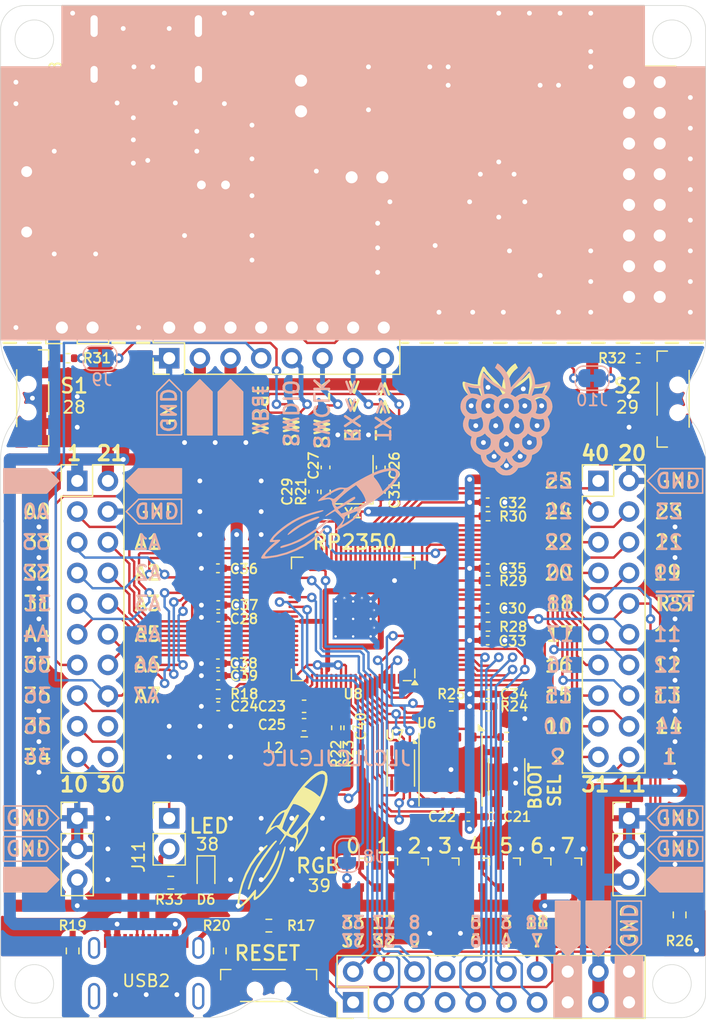
<source format=kicad_pcb>
(kicad_pcb (version 20240108) (generator "pcbnew") (generator_version "8.0")
  (layers (0 "F.Cu" signal) (31 "B.Cu" signal) (34 "B.Paste" user) (35 "F.Paste" user) (36 "B.SilkS" user "B.Silkscreen") (37 "F.SilkS" user "F.Silkscreen") (38 "B.Mask" user) (39 "F.Mask" user) (44 "Edge.Cuts" user))
  (net 0 "")
  (net 1 "+5V")
  (net 2 "GND")
  (net 3 "GND_DBG")
  (net 4 "+3V3")
  (net 5 "Net-(J3-Pin_2)")
  (net 6 "Net-(U2-Vout)")
  (net 7 "Net-(U5-XIN)")
  (net 8 "Net-(C8-Pad2)")
  (net 9 "Net-(U5-VREG_VOUT)")
  (net 10 "Net-(U8-VREG_AVDD)")
  (net 11 "Net-(U8-XIN)")
  (net 12 "Net-(C27-Pad2)")
  (net 13 "+1V1")
  (net 14 "Net-(D1-K)")
  (net 15 "Net-(D2-A)")
  (net 16 "Net-(D3-A)")
  (net 17 "Net-(D4-A)")
  (net 18 "Net-(D5-A)")
  (net 19 "/Target/SWDIO")
  (net 20 "/DebugProbe/SWDIO_DBG")
  (net 21 "/Target/SWCLK")
  (net 22 "/DebugProbe/SWCLK_DBG")
  (net 23 "/Target/UART_RX_TRGT")
  (net 24 "/DebugProbe/UART_TX_DBG")
  (net 25 "/Target/UART_TX_TRGT")
  (net 26 "/DebugProbe/UART_RX_DBG")
  (net 27 "/DebugProbe/G16_DBG")
  (net 28 "/DebugProbe/G17_DBG")
  (net 29 "/DebugProbe/G18_DBG")
  (net 30 "/DebugProbe/G19_DBG")
  (net 31 "/DebugProbe/G20_DBG")
  (net 32 "/DebugProbe/G21_DBG")
  (net 33 "/DebugProbe/G22_DBG")
  (net 34 "/DebugProbe/G23_DBG")
  (net 35 "/DebugProbe/G24_DBG")
  (net 36 "/DebugProbe/G25_DBG")
  (net 37 "/DebugProbe/G26_DBG")
  (net 38 "/DebugProbe/G27_DBG")
  (net 39 "/DebugProbe/G28_DBG")
  (net 40 "/DebugProbe/G29_DBG")
  (net 41 "/Target/ADC7")
  (net 42 "Net-(U1-VBAT)")
  (net 43 "Net-(J5-Pad1)")
  (net 44 "Net-(U4-~{CS})")
  (net 45 "Net-(J6-Pin_1)")
  (net 46 "Net-(J6-Pin_2)")
  (net 47 "/Target/~{RESET}")
  (net 48 "/Target/GPIO15")
  (net 49 "/Target/ADC1")
  (net 50 "/Target/ADC5")
  (net 51 "/Target/GPIO19")
  (net 52 "/Target/UART0_RX")
  (net 53 "/Target/GPIO16")
  (net 54 "/Target/GPIO17")
  (net 55 "/Target/GPIO31")
  (net 56 "/Target/I2C1_SCL")
  (net 57 "/Target/GPIO1")
  (net 58 "/Target/GPIO36")
  (net 59 "/Target/ADC0")
  (net 60 "/Target/ADC6")
  (net 61 "/PowerSupply/VBUS_TRGT")
  (net 62 "Net-(U9-DIN)")
  (net 63 "/Target/I2C1_SDA")
  (net 64 "/Target/ADC2")
  (net 65 "/Target/ADC3")
  (net 66 "/Target/UART0_TX")
  (net 67 "/Target/ADC4")
  (net 68 "/Target/SPI1_SCK")
  (net 69 "Net-(J9-Pad2)")
  (net 70 "/Target/GPIO18")
  (net 71 "/Target/GPIO37")
  (net 72 "Net-(J10-Pad2)")
  (net 73 "/Target/GPIO7")
  (net 74 "/PowerSupply/VBat")
  (net 75 "Net-(J11-Pad2)")
  (net 76 "/Target/PWM4B")
  (net 77 "/Target/SPI1_TX")
  (net 78 "/Target/SPI0_SCK")
  (net 79 "/Target/I2C0_SCL")
  (net 80 "/Target/GPIO14")
  (net 81 "/Target/I2C0_SDA")
  (net 82 "/Target/GPIO2")
  (net 83 "/Target/SPI1_RX")
  (net 84 "/Target/PWM3A")
  (net 85 "/Target/GPIO21")
  (net 86 "/Target/PWM4A")
  (net 87 "/Target/SPI1_CS")
  (net 88 "/Target/SPI0_CS")
  (net 89 "/Target/SPI0_RX")
  (net 90 "/Target/SPI0_TX")
  (net 91 "/Target/PWM2A")
  (net 92 "/Target/PWM3B")
  (net 93 "/Target/GPIO10")
  (net 94 "Net-(U2-Lx)")
  (net 95 "Net-(U1-STAT)")
  (net 96 "Net-(U1-PROG)")
  (net 97 "Net-(R6-Pad1)")
  (net 98 "Net-(USB1-CC1)")
  (net 99 "Net-(USB1-CC2)")
  (net 100 "Net-(R17-Pad1)")
  (net 101 "Net-(U5-USB_DM)")
  (net 102 "Net-(R10-Pad2)")
  (net 103 "Net-(U5-USB_DP)")
  (net 104 "Net-(U5-XOUT)")
  (net 105 "Net-(U5-GPIO2)")
  (net 106 "Net-(U5-GPIO3)")
  (net 107 "Net-(U5-GPIO4)")
  (net 108 "Net-(USB2-CC1)")
  (net 109 "Net-(USB2-CC2)")
  (net 110 "Net-(U8-XOUT)")
  (net 111 "Net-(R22-Pad2)")
  (net 112 "Net-(U8-USB_DM)")
  (net 113 "Net-(R23-Pad2)")
  (net 114 "Net-(U8-USB_DP)")
  (net 115 "/Target/BOOT")
  (net 116 "/Target/~{RAM_CS}")
  (net 117 "Net-(SW3-A)")
  (net 119 "Net-(U4-~{WP}(IO2))")
  (net 120 "+5V_DBG")
  (net 121 "+3V3_DBG")
  (net 122 "Net-(R11-Pad2)")
  (net 123 "Net-(U4-CLK)")
  (net 124 "Net-(U4-~{HOLD}(IO3))")
  (net 125 "Net-(U4-DI(IO0))")
  (net 126 "Net-(U4-DO(IO1))")
  (net 135 "/DebugProbe/VBUS_DBG")
  (net 137 "/Target/SCLK")
  (net 138 "/Target/SD1")
  (net 139 "/Target/SD3")
  (net 140 "/Target/SD2")
  (net 141 "/Target/SD0")
  (net 142 "Net-(U8-GPIO39)")
  (net 143 "Net-(U10-DIN)")
  (net 144 "Net-(U10-DOUT)")
  (net 145 "Net-(U11-DOUT)")
  (net 146 "Net-(U12-DOUT)")
  (net 147 "Net-(U13-DOUT)")
  (net 148 "Net-(U14-DOUT)")
  (net 149 "Net-(U15-DOUT)")
  (net 151 "Net-(D6-A)")
  (net 153 "Net-(U8-GPIO38)")
  (net 154 "Net-(U8-VREG_LX)")
  (net 155 "Net-(U8-GPIO10)")
  (net 156 "Net-(U8-GPIO15)")
  (net 157 "Net-(U8-GPIO23)")
  (net 158 "Net-(U8-GPIO28)")
  (net 159 "Net-(S1-B)")
  (net 160 "Net-(U8-GPIO29)")
  (net 161 "Net-(S2-A)")
  (footprint "Capacitor_SMD:C_0402_1005Metric" (layer "F.Cu") (at 149.249 134.493 180)
    (property "Reference" "C22")
    (property "Value" "100nF" (hide yes))
  )
  (footprint "Capacitor_SMD:C_0805_2012Metric" (layer "F.Cu") (at 118.364 78.486 90)
    (property "Reference" "C1")
    (property "Value" "22u" (hide yes))
  )
  (footprint "Capacitor_SMD:C_0805_2012Metric" (layer "F.Cu") (at 124.714 83.0095 90)
    (property "Reference" "C2")
    (property "Value" "22u" (hide yes))
  )
  (footprint "Capacitor_SMD:C_0805_2012Metric" (layer "F.Cu") (at 118.364 89.8375 90)
    (property "Reference" "C4")
    (property "Value" "22u" (hide yes))
  )
  (footprint "Capacitor_SMD:C_0805_2012Metric" (layer "F.Cu") (at 124.714 89.8375 90)
    (property "Reference" "C5")
    (property "Value" "22u" (hide yes))
  )
  (footprint "Capacitor_SMD:C_0603_1608Metric" (layer "F.Cu") (at 145.415 90.4495 90)
    (property "Reference" "C7")
    (property "Value" "15pF" (hide yes))
  )
  (footprint "Capacitor_SMD:C_0603_1608Metric" (layer "F.Cu") (at 151.384 90.4495 90)
    (property "Reference" "C8")
    (property "Value" "15pF" (hide yes))
  )
  (footprint "Capacitor_SMD:C_0603_1608Metric" (layer "F.Cu") (at 157.48 90.4495 -90)
    (property "Reference" "C9")
    (property "Value" "100nF" (hide yes))
  )
  (footprint "Capacitor_SMD:C_0603_1608Metric" (layer "F.Cu") (at 145.288 73.1775 90)
    (property "Reference" "C10")
    (property "Value" "100nF" (hide yes))
  )
  (footprint "Capacitor_SMD:C_0603_1608Metric" (layer "F.Cu") (at 154.432 73.1775 90)
    (property "Reference" "C12")
    (property "Value" "1uF")
  )
  (footprint "Capacitor_SMD:C_0603_1608Metric" (layer "F.Cu") (at 155.956 73.1775 90)
    (property "Reference" "C13")
    (property "Value" "1uF" (hide yes))
  )
  (footprint "Capacitor_SMD:C_0603_1608Metric" (layer "F.Cu") (at 135.8645 80.264 180)
    (property "Reference" "C14")
    (property "Value" "100nF" (hide yes))
  )
  (footprint "Capacitor_SMD:C_0603_1608Metric" (layer "F.Cu") (at 154.432 90.4495 -90)
    (property "Reference" "C16")
    (property "Value" "100nF" (hide yes))
  )
  (footprint "Capacitor_SMD:C_0603_1608Metric" (layer "F.Cu") (at 157.48 73.1775 90)
    (property "Reference" "C18")
    (property "Value" "100nF" (hide yes))
  )
  (footprint "LED_SMD:LED_0603_1608Metric" (layer "F.Cu") (at 127.9905 77.724 180)
    (property "Reference" "D1" (hide yes))
    (property "Value" "Charge")
  )
  (footprint "LED_SMD:LED_0603_1608Metric" (layer "F.Cu") (at 135.8645 90.424)
    (property "Reference" "D2" (hide yes))
    (property "Value" "PWR" (hide yes))
  )
  (footprint "LED_SMD:LED_0603_1608Metric" (layer "F.Cu") (at 135.8645 84.328)
    (property "Reference" "D3" (hide yes))
    (property "Value" "LED BLUE" (hide yes))
  )
  (footprint "LED_SMD:LED_0603_1608Metric" (layer "F.Cu") (at 135.8645 86.36)
    (property "Reference" "D4" (hide yes))
    (property "Value" "LED GREEN" (hide yes))
  )
  (footprint "LED_SMD:LED_0603_1608Metric" (layer "F.Cu") (at 135.8645 88.392)
    (property "Reference" "D5" (hide yes))
    (property "Value" "LED RED" (hide yes))
  )
  (footprint "Connector_PinHeader_2.54mm:PinHeader_2x10_P2.54mm_Vertical" (layer "F.Cu") (at 116.84 106.68)
    (property "Reference" "J12" (hide yes))
    (property "Value" "LP Header left" (hide yes))
  )
  (footprint "Connector_PinHeader_2.54mm:PinHeader_1x03_P2.54mm_Vertical" (layer "F.Cu") (at 116.84 134.62)
    (property "Reference" "J13" (hide yes))
    (property "Value" "PWR Header" (hide yes))
  )
  (footprint "Connector_PinHeader_2.54mm:PinHeader_2x10_P2.54mm_Vertical" (layer "F.Cu") (at 139.7 149.86 90)
    (property "Reference" "J14" (hide yes))
    (property "Value" "LP Extension Heder" (hide yes))
  )
  (footprint "Connector_PinHeader_2.54mm:PinHeader_2x10_P2.54mm_Vertical" (layer "F.Cu") (at 160.02 106.68)
    (property "Reference" "J15" (hide yes))
    (property "Value" "LP Header right" (hide yes))
  )
  (footprint "Connector_PinHeader_2.54mm:PinHeader_1x03_P2.54mm_Vertical" (layer "F.Cu") (at 162.56 134.62)
    (property "Reference" "J16" (hide yes))
    (property "Value" "PWR Header" (hide yes))
  )
  (footprint "Jumper:SolderJumper-2_P1.3mm_Open_RoundedPad1.0x1.5mm" (layer "F.Cu") (at 124.841 78.471 -90)
    (property "Reference" "J2")
    (property "Value" "Jumper" (hide yes))
  )
  (footprint "Connector_PinHeader_2.54mm:PinHeader_1x02_P2.54mm_Vertical" (layer "F.Cu") (at 135.382 73.533)
    (property "Reference" "J5")
    (property "Value" "DBG_PRGM" (hide yes))
  )
  (footprint "Connector_PinHeader_2.54mm:PinHeader_2x08_P2.54mm_Vertical" (layer "F.Cu") (at 165.1 91.44 180)
    (property "Reference" "J7")
    (property "Value" "DGB Exp. Header" (hide yes))
  )
  (footprint "rp2350b-launchpad-PCB:AOTA-B201610S3R3-101-T" (layer "F.Cu") (at 121.48 86.106 180)
    (property "Reference" "L1")
    (property "Value" "4u7" (hide yes))
  )
  (footprint "Resistor_SMD:R_0402_1005Metric" (layer "F.Cu") (at 152.426 127.889)
    (property "Reference" "R27" (hide yes))
    (property "Value" "1k" (hide yes))
  )
  (footprint "Resistor_SMD:R_0402_1005Metric" (layer "F.Cu") (at 150.876 125.349)
    (property "Reference" "R24")
    (property "Value" "10k" (hide yes))
  )
  (footprint "Resistor_SMD:R_0603_1608Metric" (layer "F.Cu") (at 127.9905 79.375 180)
    (property "Reference" "R1" (hide yes))
    (property "Value" "2k" (hide yes))
  )
  (footprint "Resistor_SMD:R_0603_1608Metric" (layer "F.Cu") (at 127.9905 84.328)
    (property "Reference" "R3" (hide yes))
    (property "Value" "100k" (hide yes))
  )
  (footprint "Resistor_SMD:R_0603_1608Metric" (layer "F.Cu") (at 127.9905 86.36 180)
    (property "Reference" "R4" (hide yes))
    (property "Value" "100k" (hide yes))
  )
  (footprint "Resistor_SMD:R_0603_1608Metric" (layer "F.Cu") (at 139.2175 90.424 180)
    (property "Reference" "R5")
    (property "Value" "2k" (hide yes))
  )
  (footprint "Resistor_SMD:R_0603_1608Metric" (layer "F.Cu") (at 132.715 73.1775 -90)
    (property "Reference" "R9")
    (property "Value" "1k" (hide yes))
  )
  (footprint "Resistor_SMD:R_0603_1608Metric" (layer "F.Cu") (at 151.384 73.1775 90)
    (property "Reference" "R10")
    (property "Value" "27" (hide yes))
  )
  (footprint "Resistor_SMD:R_0603_1608Metric" (layer "F.Cu") (at 149.86 73.1775 90)
    (property "Reference" "R11")
    (property "Value" "27" (hide yes))
  )
  (footprint "Resistor_SMD:R_0603_1608Metric" (layer "F.Cu") (at 152.908 90.4495 90)
    (property "Reference" "R12")
    (property "Value" "1k" (hide yes))
  )
  (footprint "Resistor_SMD:R_0603_1608Metric" (layer "F.Cu") (at 139.2175 72.39 180)
    (property "Reference" "R13" (hide yes))
    (property "Value" "10k" (hide yes))
  )
  (footprint "Resistor_SMD:R_0603_1608Metric" (layer "F.Cu") (at 139.2175 86.36 180)
    (property "Reference" "R15")
    (property "Value" "470" (hide yes))
  )
  (footprint "Resistor_SMD:R_0603_1608Metric" (layer "F.Cu") (at 139.2175 88.392 180)
    (property "Reference" "R16")
    (property "Value" "470" (hide yes))
  )
  (footprint "rp2350b-launchpad-PCB:DIPT-1188E" (layer "F.Cu") (at 132.722 148.494)
    (property "Reference" "SW2" (hide yes))
    (property "Value" "RESET")
  )
  (footprint "Package_TO_SOT_SMD:SOT-23-5" (layer "F.Cu") (at 121.496 82.997 180)
    (property "Reference" "U2" (hide yes))
    (property "Value" "XC9142B50C" (hide yes))
  )
  (footprint "Crystal:Crystal_SMD_Abracon_ABM8AIG-4Pin_3.2x2.5mm" (layer "F.Cu") (at 148.379 90.4485)
    (property "Reference" "Y1")
    (property "Value" "12MHz" (hide yes))
  )
  (footprint "Package_SON:WSON-8-1EP_6x5mm_P1.27mm_EP3.4x4.3mm" (layer "F.Cu") (at 140.97 75.946)
    (property "Reference" "U4")
    (property "Value" "25Q32" (hide yes))
  )
  (footprint "Connector_PinHeader_2.54mm:PinHeader_1x02_P2.54mm_Vertical" (layer "F.Cu") (at 139.573 81.534 90)
    (property "Reference" "J6")
    (property "Value" "UART_DBG" (hide yes))
  )
  (footprint "Package_DFN_QFN:QFN-56-1EP_7x7mm_P0.4mm_EP3.2x3.2mm" (layer "F.Cu") (at 151.638 82.55)
    (property "Reference" "U5")
    (property "Value" "RP2040")
  )
  (footprint "Capacitor_SMD:C_0603_1608Metric" (layer "F.Cu") (at 152.908 73.1775 90)
    (property "Reference" "C11")
    (property "Value" "1uF")
  )
  (footprint "Capacitor_SMD:C_0603_1608Metric" (layer "F.Cu") (at 148.336 73.1775 90)
    (property "Reference" "C20")
    (property "Value" "100nF" (hide yes))
  )
  (footprint "Capacitor_SMD:C_0603_1608Metric" (layer "F.Cu") (at 146.812 73.1775 90)
    (property "Reference" "C19")
    (property "Value" "100nF" (hide yes))
  )
  (footprint "Capacitor_SMD:C_0603_1608Metric" (layer "F.Cu") (at 155.956 90.4495 -90)
    (property "Reference" "C17")
    (property "Value" "100nF" (hide yes))
  )
  (footprint "Capacitor_SMD:C_0603_1608Metric" (layer "F.Cu") (at 135.8645 81.788 180)
    (property "Reference" "C15")
    (property "Value" "100nF" (hide yes))
  )
  (footprint "Connector_PinHeader_2.54mm:PinHeader_2x08_P2.54mm_Vertical" (layer "F.Cu") (at 124.46 96.52 90)
    (property "Reference" "J1" (hide yes))
    (property "Value" "Target Isolation Jumpers" (hide yes))
  )
  (footprint "Capacitor_SMD:C_0603_1608Metric" (layer "F.Cu") (at 142.7225 72.39)
    (property "Reference" "C6" (hide yes))
    (property "Value" "100nF" (hide yes))
  )
  (footprint "Package_TO_SOT_SMD:SOT-23-5" (layer "F.Cu") (at 121.496 89.85)
    (property "Reference" "U3")
    (property "Value" "XC6220B33" (hide yes))
  )
  (footprint "Package_TO_SOT_SMD:SOT-23-5" (layer "F.Cu") (at 121.496 78.42 180)
    (property "Reference" "U1")
    (property "Value" "MCP73831" (hide yes))
  )
  (footprint "Resistor_SMD:R_0603_1608Metric" (layer "F.Cu") (at 116.459 78.486 90)
    (property "Reference" "R2")
    (property "Value" "2k" (hide yes))
  )
  (footprint "Fiducial:Fiducial_1mm_Mask2mm" (layer "F.Cu") (at 116.078 149.606)
    (property "Reference" "REF**" (hide yes))
    (property "Value" "Fiducial_1mm_Mask2mm" (hide yes))
  )
  (footprint "rp2350b-launchpad-PCB:Lauchpad-Logo" (layer "F.Cu") (at 151.384 82.804)
    (property "Reference" "G***" (hide yes))
    (property "Value" "LOGO" (hide yes))
  )
  (footprint "rp2350b-launchpad-PCB:WS2812B-2020" (layer "F.Cu") (at 142.24 139.446 90)
    (property "Reference" "U10" (hide yes))
    (property "Value" "WS2812B-2020" (hide yes))
  )
  (footprint "rp2350b-launchpad-PCB:WS2812B-2020" (layer "F.Cu") (at 144.78 139.446 90)
    (property "Reference" "U11" (hide yes))
    (property "Value" "WS2812B-2020" (hide yes))
  )
  (footprint "rp2350b-launchpad-PCB:WS2812B-2020" (layer "F.Cu") (at 147.32 139.446 90)
    (property "Reference" "U12" (hide yes))
    (property "Value" "WS2812B-2020" (hide yes))
  )
  (footprint "rp2350b-launchpad-PCB:WS2812B-2020" (layer "F.Cu") (at 149.86 139.446 90)
    (property "Reference" "U13" (hide yes))
    (property "Value" "WS2812B-2020" (hide yes))
  )
  (footprint "rp2350b-launchpad-PCB:WS2812B-2020" (layer "F.Cu") (at 152.4 139.446 90)
    (property "Reference" "U14" (hide yes))
    (property "Value" "WS2812B-2020" (hide yes))
  )
  (footprint "rp2350b-launchpad-PCB:WS2812B-2020" (layer "F.Cu") (at 154.94 139.446 90)
    (property "Reference" "U15" (hide yes))
    (property "Value" "WS2812B-2020" (hide yes))
  )
  (footprint "rp2350b-launchpad-PCB:WS2812B-2020" (layer "F.Cu") (at 157.48 139.446 90)
    (property "Reference" "U16" (hide yes))
    (property "Value" "WS2812B-2020" (hide yes))
  )
  (footprint "rp2350b-launchpad-PCB:WS2812B-2020" (layer "F.Cu") (at 139.7 139.446 90)
    (property "Reference" "U9" (hide yes))
    (property "Value" "WS2812B-2020" (hide yes))
  )
  (footprint "rp2350b-launchpad-PCB:KMR2-Switch" (layer "F.Cu") (at 152.424 131.191 -90)
    (property "Reference" "SW3" (hide yes))
    (property "Value" "BOOT" (hide yes))
  )
  (footprint "rp2350b-launchpad-PCB:Lauchpad-Energia-Logo" (layer "F.Cu") (at 146.526035 138.620203)
    (property "Reference" "G***" (hide yes))
    (property "Value" "LOGO" (hide yes))
  )
  (footprint "Fiducial:Fiducial_1mm_Mask2mm" (layer "F.Cu") (at 163.322 68.834)
    (property "Reference" "REF**" (hide yes))
    (property "Value" "Fiducial_1mm_Mask2mm" (hide yes))
  )
  (footprint "rp2350b-launchpad-PCB:raspberry" (layer "F.Cu") (at 152.4 101.6)
    (property "Reference" "G***" (hide yes))
    (property "Value" "LOGO" (hide yes))
  )
  (footprint "Capacitor_SMD:C_0805_2012Metric" (layer "F.Cu") (at 118.364 83.0095 90)
    (property "Reference" "C3")
    (property "Value" "22u" (hide yes))
  )
  (footprint "rp2350b-launchpad-PCB:PCM13SMTR" (layer "F.Cu") (at 112.649 83.566 -90)
    (property "Reference" "SW1")
    (property "Value" "Power Select" (hide yes))
  )
  (footprint "Capacitor_SMD:C_0603_1608Metric" (layer "F.Cu") (at 135.636 125.349)
    (property "Reference" "C23")
    (property "Value" "4u7" (hide yes))
  )
  (footprint "Capacitor_SMD:C_0402_1005Metric" (layer "F.Cu") (at 151.13 134.493)
    (property "Reference" "C21")
    (property "Value" "4u7" (hide yes))
  )
  (footprint "Capacitor_SMD:C_0402_1005Metric" (layer "F.Cu") (at 150.848 119.888)
    (property "Reference" "C33")
    (property "Value" "100nF" (hide yes))
  )
  (footprint "Resistor_SMD:R_0603_1608Metric" (layer "F.Cu") (at 166.751 142.621 -90)
    (property "Reference" "R26")
    (property "Value" "10k" (hide yes))
  )
  (footprint "Resistor_SMD:R_0603_1608Metric" (layer "F.Cu") (at 116.459 75.374 -90)
    (property "Reference" "R6")
    (property "Value" "100k" (hide yes))
  )
  (footprint "Resistor_SMD:R_0603_1608Metric" (layer "F.Cu") (at 116.459 145.605 -90)
    (property "Reference" "R19")
    (property "Value" "5k1" (hide yes))
  )
  (footprint "Resistor_SMD:R_0603_1608Metric" (layer "F.Cu") (at 132.715 143.51)
    (property "Reference" "R17")
    (property "Value" "100k" (hide yes))
  )
  (footprint "Capacitor_SMD:C_0402_1005Metric" (layer "F.Cu") (at 128.496 113.919 180)
    (property "Reference" "C36")
    (property "Value" "100nF" (hide yes))
  )
  (footprint "Package_SON:Winbond_USON-8-1EP_3x2mm_P0.5mm_EP0.2x1.6mm" (layer "F.Cu") (at 143.649 130.457 -90)
    (property "Reference" "U7")
    (property "Value" "APS6404L-3SQR" (hide yes))
  )
  (footprint "Capacitor_SMD:C_0402_1005Metric" (layer "F.Cu") (at 128.496 121.793 180)
    (property "Reference" "C38")
    (property "Value" "100nF" (hide yes))
  )
  (footprint "Capacitor_SMD:C_0603_1608Metric" (layer "F.Cu") (at 135.636 126.873)
    (property "Reference" "C25")
    (property "Value" "4u7" (hide yes))
  )
  (footprint "Resistor_SMD:R_0402_1005Metric" (layer "F.Cu") (at 150.876 109.601)
    (property "Reference" "R30")
    (property "Value" "1k" (hide yes))
  )
  (footprint "Resistor_SMD:R_0402_1005Metric" (layer "F.Cu") (at 138.303 127.125 -90)
    (property "Reference" "R22")
    (property "Value" "27" (hide yes))
  )
  (footprint "rp2350b-launchpad-PCB:AOTA-B201610S3R3-101-T" (layer "F.Cu") (at 135.652 128.778 180)
    (property "Reference" "L2")
    (property "Value" "4u7" (hide yes))
  )
  (footprint "Resistor_SMD:R_0603_1608Metric" (layer "F.Cu") (at 114.935 75.375 -90)
    (property "Reference" "R8")
    (property "Value" "5k1" (hide yes))
  )
  (footprint "Resistor_SMD:R_0603_1608Metric" (layer "F.Cu") (at 139.192 84.328 180)
    (property "Reference" "R14")
    (property "Value" "470" (hide yes))
  )
  (footprint "Capacitor_SMD:C_0402_1005Metric" (layer "F.Cu") (at 136.398 107.569 90)
    (property "Reference" "C29")
    (property "Value" "4u7" (hide yes))
  )
  (footprint "Capacitor_SMD:C_0402_1005Metric" (layer "F.Cu") (at 150.848 117.221)
    (property "Reference" "C30")
    (property "Value" "100nF" (hide yes))
  )
  (footprint "Capacitor_SMD:C_0402_1005Metric" (layer "F.Cu") (at 137.414 105.565 -90)
    (property "Reference" "C27")
    (property "Value" "15pF" (hide yes))
  )
  (footprint "Capacitor_SMD:C_0402_1005Metric" (layer "F.Cu") (at 140.335 129.187 -90)
    (property "Reference" "C40")
    (property "Value" "100nF" (hide yes))
  )
  (footprint "rp2350b-launchpad-PCB:GT-USB-7010B" (layer "F.Cu") (at 122.555 145.355)
    (property "Reference" "USB2")
    (property "Value" "USB-C Connector" (hide yes))
  )
  (footprint "Resistor_SMD:R_0402_1005Metric" (layer "F.Cu") (at 163.322 96.52)
    (property "Reference" "R32")
    (property "Value" "1k" (hide yes))
  )
  (footprint "Resistor_SMD:R_0603_1608Metric" (layer "F.Cu") (at 124.587 139.954)
    (property "Reference" "R33")
    (property "Value" "470" (hide yes))
  )
  (footprint "Resistor_SMD:R_0402_1005Metric" (layer "F.Cu") (at 137.414 107.597 -90)
    (property "Reference" "R21")
    (property "Value" "1k" (hide yes))
  )
  (footprint "Capacitor_SMD:C_0402_1005Metric" (layer "F.Cu") (at 128.524 116.967 180)
    (property "Reference" "C37")
    (property "Value" "100nF" (hide yes))
  )
  (footprint "Resistor_SMD:R_0402_1005Metric" (layer "F.Cu") (at 150.878 114.935)
    (property "Reference" "R29")
    (property "Value" "1k" (hide yes))
  )
  (footprint "Connector_PinHeader_2.54mm:PinHeader_1x02_P2.54mm_Vertical" (layer "F.Cu") (at 124.46 134.62)
    (property "Reference" "J11")
    (property "Value" "Jumper" (hide yes))
  )
  (footprint "Resistor_SMD:R_0402_1005Metric" (layer "F.Cu") (at 139.319 127.127 -90)
    (property "Reference" "R23")
    (property "Value" "27" (hide yes))
  )
  (footprint "Capacitor_SMD:C_0402_1005Metric" (layer "F.Cu") (at 150.848 108.458)
    (property "Reference" "C32")
    (property "Value" "100nF" (hide yes))
  )
  (footprint "Capacitor_SMD:C_0402_1005Metric" (layer "F.Cu") (at 128.52 125.349 180)
    (property "Reference" "C24")
    (property "Value" "4u7" (hide yes))
  )
  (footprint "Connector_PinHeader_2.54mm:PinHeader_1x02_P2.54mm_Vertical" (layer "F.Cu") (at 115.57 93.98 90)
    (property "Reference" "J4")
    (property "Value" "Jumper" (hide yes))
  )
  (footprint "Resistor_SMD:R_0603_1608Metric" (layer "F.Cu") (at 128.651 145.605 90)
    (property "Reference" "R20")
    (property "Value" "5k1" (hide yes))
  )
  (footprint "Resistor_SMD:R_0402_1005Metric" (layer "F.Cu") (at 150.876 118.745)
    (property "Reference" "R28")
    (property "Value" "1k" (hide yes))
  )
  (footprint "rp2350b-launchpad-PCB:DIPT-1188E" (layer "F.Cu") (at 113.126 99.829 -90)
    (property "Reference" "S1")
    (property "Value" "S1" (hide yes))
  )
  (footprint "Capacitor_SMD:C_0402_1005Metric" (layer "F.Cu") (at 141.986 105.565 -90)
    (property "Reference" "C26")
    (property "Value" "15pF" (hide yes))
  )
  (footprint "Resistor_SMD:R_0603_1608Metric" (layer "F.Cu") (at 128.74 73.205 90)
    (property "Reference" "R7")
    (property "Value" "5k1" (hide yes))
  )
  (footprint "Resistor_SMD:R_0402_1005Metric" (layer "F.Cu") (at 128.522 124.333 180)
    (property "Reference" "R18")
    (property "Value" "33" (hide yes))
  )
  (footprint "rp2350b-launchpad-PCB:DIPT-1188E" (layer "F.Cu") (at 166.24 99.88 90)
    (property "Reference" "S2")
    (property "Value" "S2" (hide yes))
  )
  (footprint "LED_SMD:LED_0603_1608Metric" (layer "F.Cu") (at 127.508 139.2175 -90)
    (property "Reference" "D6")
    (property "Value" "LED" (hide yes))
  )
  (footprint "Capacitor_SMD:C_0402_1005Metric" (layer "F.Cu") (at 128.524 117.983 180)
    (property "Reference" "C28")
    (property "Value" "100nF" (hide yes))
  )
  (footprint "Capacitor_SMD:C_0402_1005Metric" (layer "F.Cu") (at 141.986 107.597 90)
    (property "Reference" "C31")
    (property "Value" "100nF" (hide yes))
  )
  (footprint "Package_SON:WSON-8-1EP_6x5mm_P1.27mm_EP3.4x4.3mm" (layer "F.Cu") (at 147.769 130.595 -90)
    (property "Reference" "U6")
    (property "Value" "25Q64" (hide yes))
  )
  (footprint "Capacitor_SMD:C_0402_1005Metric" (layer "F.Cu") (at 150.848 113.919)
    (property "Reference" "C35")
    (property "Value" "100nF" (hide yes))
  )
  (footprint "Resistor_SMD:R_0402_1005Metric" (layer "F.Cu") (at 116.08 96.52 180)
    (property "Reference" "R31")
    (property "Value" "1k" (hide yes))
  )
  (footprint "Capacitor_SMD:C_0402_1005Metric" (layer "F.Cu") (at 150.876 124.333)
    (property "Reference" "C34")
    (property "Value" "100nF" (hide yes))
  )
  (footprint "rp2350b-launchpad-PCB:GT-USB-7010B" (layer "F.Cu") (at 122.557 73.014 180)
    (property "Reference" "USB1")
    (property "Value" "USB-C Connector" (hide yes))
  )
  (footprint "Resistor_SMD:R_0402_1005Metric" (layer "F.Cu") (at 147.828 125.349 180)
    (property "Reference" "R25")
    (property "Value" "10k" (hide yes))
  )
  (footprint "Crystal:Crystal_SMD_Abracon_ABM8AIG-4Pin_3.2x2.5mm" (layer "F.Cu") (at 139.7 106.581 90)
    (property "Reference" "Y2")
    (property "Value" "12MHz" (hide yes))
  )
  (footprint "Capacitor_SMD:C_0402_1005Metric" (layer "F.Cu") (at 128.524 122.809 180)
    (property "Reference" "C39")
    (property "Value" "100nF" (hide yes))
  )
  (footprint "Package_DFN_QFN:QFN-80-1EP_10x10mm_P0.4mm_EP3.4x3.4mm_ThermalVias" (layer "F.Cu") (at 139.7 118.11 180)
    (property "Reference" "U8")
    (property "Value" "RP2350_80QFN" (hide yes))
  )
  (footprint "rp2350b-launchpad-PCB:JST-S2B-PH-KL" (layer "B.Cu") (at 131.127 84.419 -90)
    (property "Reference" "J3" (hide yes))
    (property "Value" "LiPo 3,7V Batt.")
  )
  (footprint "rp2350b-launchpad-PCB:raspberry" (layer "B.Cu") (at 152.4 101.6 180)
    (property "Reference" "G***" (hide yes))
    (property "Value" "LOGO" (hide yes))
  )
  (footprint "Jumper:SolderJumper-2_P1.3mm_Bridged_RoundedPad1.0x1.5mm" (layer "B.Cu") (at 159.497 98.171)
    (property "Reference" "J10")
    (property "Value" "Jumper" (hide yes))
  )
  (footprint "Jumper:SolderJumper-2_P1.3mm_Bridged_RoundedPad1.0x1.5mm" (layer "B.Cu") (at 118.73 96.52 180)
    (property "Reference" "J9")
    (property "Value" "Jumper" (hide yes))
  )
  (footprint "Jumper:SolderJumper-2_P1.3mm_Bridged_RoundedPad1.0x1.5mm" (layer "B.Cu") (at 139.192 137.683 -90)
    (property "Reference" "J8")
    (property "Value" "Jumper" (hide yes))
  )
  (footprint "rp2350b-launchpad-PCB:Lauchpad-Energia-Logo" (layer "B.Cu") (at 135.572797 96.678966 90)
    (property "Reference" "G***" (hide yes))
    (property "Value" "LOGO" (hide yes))
  )
  (gr_poly (pts (xy 163.83 72.39) (xy 168.91 72.39) (xy 168.91 94.996) (xy 110.49 94.996) (xy 110.49 72.39) (xy 115.57 72.39) (xy 115.57 67.31) (xy 163.83 67.31)) (stroke (width 0.1)) (fill solid) (layer "B.SilkS"))
  (gr_poly (pts (xy 158.623 151.13) (xy 156.337 151.13) (xy 156.337 146.05) (xy 158.623 146.05)) (stroke (width 0.1)) (fill solid) (layer "B.SilkS"))
  (gr_poly (pts (xy 163.703 151.13) (xy 161.417 151.13) (xy 161.417 146.05) (xy 163.703 146.05)) (stroke (width 0.1)) (fill solid) (layer "B.SilkS"))
  (gr_poly (pts (xy 115.316 106.68) (xy 114.3 105.664) (xy 110.744 105.664) (xy 110.744 107.696) (xy 114.3 107.696)) (stroke (width 0.1)) (fill solid) (layer "B.SilkS"))
  (gr_poly (pts (xy 125.476 105.664) (xy 121.92 105.664) (xy 120.904 106.68) (xy 121.92 107.696) (xy 125.476 107.696)) (stroke (width 0.1)) (fill solid) (layer "B.SilkS"))
  (gr_line (start 120.904 109.22) (end 121.92 108.204) (stroke (width 0.12)) (layer "B.SilkS"))
  (gr_line (start 121.92 108.204) (end 125.476 108.204) (stroke (width 0.12)) (layer "B.SilkS"))
  (gr_line (start 125.476 108.204) (end 125.476 110.236) (stroke (width 0.12)) (layer "B.SilkS"))
  (gr_line (start 125.476 110.236) (end 121.92 110.236) (stroke (width 0.12)) (layer "B.SilkS"))
  (gr_line (start 121.92 110.236) (end 120.904 109.22) (stroke (width 0.12)) (layer "B.SilkS"))
  (gr_line (start 165.1 107.696) (end 164.084 106.68) (stroke (width 0.12)) (layer "B.SilkS"))
  (gr_line (start 168.656 107.696) (end 165.1 107.696) (stroke (width 0.12)) (layer "B.SilkS"))
  (gr_line (start 168.656 105.664) (end 168.656 107.696) (stroke (width 0.12)) (layer "B.SilkS"))
  (gr_line (start 165.1 105.664) (end 168.656 105.664) (stroke (width 0.12)) (layer "B.SilkS"))
  (gr_line (start 164.084 106.68) (end 165.1 105.664) (stroke (width 0.12)) (layer "B.SilkS"))
  (gr_line (start 168.656 138.176) (end 165.1 138.176) (stroke (width 0.12)) (layer "B.SilkS"))
  (gr_line (start 168.656 136.144) (end 168.656 138.176) (stroke (width 0.12)) (layer "B.SilkS"))
  (gr_line (start 165.1 136.144) (end 168.656 136.144) (stroke (width 0.12)) (layer "B.SilkS"))
  (gr_line (start 164.084 137.16) (end 165.1 136.144) (stroke (width 0.12)) (layer "B.SilkS"))
  (gr_poly (pts (xy 168.656 138.684) (xy 165.1 138.684) (xy 164.084 139.7) (xy 165.1 140.716) (xy 168.656 140.716)) (stroke (width 0.1)) (fill solid) (layer "B.SilkS"))
  (gr_line (start 165.1 135.636) (end 164.084 134.62) (stroke (width 0.12)) (layer "B.SilkS"))
  (gr_line (start 168.656 135.636) (end 165.1 135.636) (stroke (width 0.12)) (layer "B.SilkS"))
  (gr_line (start 168.656 133.604) (end 168.656 135.636) (stroke (width 0.12)) (layer "B.SilkS"))
  (gr_line (start 165.1 133.604) (end 168.656 133.604) (stroke (width 0.12)) (layer "B.SilkS"))
  (gr_line (start 164.084 134.62) (end 165.1 133.604) (stroke (width 0.12)) (layer "B.SilkS"))
  (gr_line (start 165.1 138.176) (end 164.084 137.16) (stroke (width 0.12)) (layer "B.SilkS"))
  (gr_line (start 110.744 133.604) (end 110.744 135.636) (stroke (width 0.12)) (layer "B.SilkS"))
  (gr_line (start 114.3 133.604) (end 110.744 133.604) (stroke (width 0.12)) (layer "B.SilkS"))
  (gr_line (start 115.316 134.62) (end 114.3 133.604) (stroke (width 0.12)) (layer "B.SilkS"))
  (gr_poly (pts (xy 115.316 139.7) (xy 114.3 140.716) (xy 110.744 140.716) (xy 110.744 138.684) (xy 114.3 138.684)) (stroke (width 0.1)) (fill solid) (layer "B.SilkS"))
  (gr_line (start 114.3 138.176) (end 115.316 137.16) (stroke (width 0.12)) (layer "B.SilkS"))
  (gr_line (start 110.744 138.176) (end 114.3 138.176) (stroke (width 0.12)) (layer "B.SilkS"))
  (gr_line (start 110.744 136.144) (end 110.744 138.176) (stroke (width 0.12)) (layer "B.SilkS"))
  (gr_line (start 114.3 136.144) (end 110.744 136.144) (stroke (width 0.12)) (layer "B.SilkS"))
  (gr_line (start 115.316 137.16) (end 114.3 136.144) (stroke (width 0.12)) (layer "B.SilkS"))
  (gr_line (start 114.3 135.636) (end 115.316 134.62) (stroke (width 0.12)) (layer "B.SilkS"))
  (gr_line (start 110.744 135.636) (end 114.3 135.636) (stroke (width 0.12)) (layer "B.SilkS"))
  (gr_line (start 161.544 141.478) (end 163.576 141.478) (stroke (width 0.12)) (layer "B.SilkS"))
  (gr_line (start 161.544 145.034) (end 161.544 141.478) (stroke (width 0.12)) (layer "B.SilkS"))
  (gr_line (start 161.544 145.034) (end 162.56 146.05) (stroke (width 0.12)) (layer "B.SilkS"))
  (gr_line (start 163.576 145.034) (end 163.576 141.478) (stroke (width 0.12)) (layer "B.SilkS"))
  (gr_line (start 162.56 146.05) (end 163.576 145.034) (stroke (width 0.12)) (layer "B.SilkS"))
  (gr_poly (pts (xy 161.036 141.478) (xy 161.036 145.034) (xy 160.02 146.05) (xy 159.004 145.034) (xy 159.004 141.478)) (stroke (width 0.1)) (fill solid) (layer "B.SilkS"))
  (gr_poly (pts (xy 158.496 141.478) (xy 158.496 145.034) (xy 157.48 146.05) (xy 156.464 145.034) (xy 156.464 141.478)) (stroke (width 0.1)) (fill solid) (layer "B.SilkS"))
  (gr_poly (pts (xy 128.016 99.314) (xy 128.016 102.87) (xy 125.984 102.87) (xy 125.984 99.314) (xy 127 98.298)) (stroke (width 0.1)) (fill solid) (layer "B.SilkS"))
  (gr_line (start 124.46 98.298) (end 123.444 99.314) (stroke (width 0.12)) (layer "B.SilkS"))
  (gr_line (start 123.444 102.87) (end 125.476 102.87) (stroke (width 0.12)) (layer "B.SilkS"))
  (gr_poly (pts (xy 130.556 99.314) (xy 130.556 102.87) (xy 128.524 102.87) (xy 128.524 99.314) (xy 129.54 98.298)) (stroke (width 0.1)) (fill solid) (layer "B.SilkS"))
  (gr_line (start 123.444 99.314) (end 123.444 102.87) (stroke (width 0.12)) (layer "B.SilkS"))
  (gr_line (start 125.476 99.314) (end 124.46 98.298) (stroke (width 0.12)) (layer "B.SilkS"))
  (gr_line (start 125.476 102.87) (end 125.476 99.314) (stroke (width 0.12)) (layer "B.SilkS"))
  (gr_line (start 110.744 95.25) (end 111.76 95.25) (stroke (width 0.2)) (layer "F.SilkS"))
  (gr_line (start 112.776 95.25) (end 113.792 95.25) (stroke (width 0.2)) (layer "F.SilkS"))
  (gr_line (start 161.544 95.25) (end 162.56 95.25) (stroke (width 0.2)) (layer "F.SilkS"))
  (gr_line (start 167.64 95.25) (end 168.656 95.25) (stroke (width 0.2)) (layer "F.SilkS"))
  (gr_line (start 157.48 95.25) (end 158.496 95.25) (stroke (width 0.2)) (layer "F.SilkS"))
  (gr_line (start 163.576 95.25) (end 164.592 95.25) (stroke (width 0.2)) (layer "F.SilkS"))
  (gr_line (start 165.608 95.25) (end 166.624 95.25) (stroke (width 0.2)) (layer "F.SilkS"))
  (gr_line (start 159.512 95.25) (end 160.528 95.25) (stroke (width 0.2)) (layer "F.SilkS"))
  (gr_line (start 165.1 138.176) (end 164.084 137.16) (stroke (width 0.12)) (layer "F.SilkS"))
  (gr_line (start 165.1 135.636) (end 164.084 134.62) (stroke (width 0.12)) (layer "F.SilkS"))
  (gr_line (start 114.3 135.636) (end 115.316 134.62) (stroke (width 0.12)) (layer "F.SilkS"))
  (gr_line (start 114.3 138.176) (end 115.316 137.16) (stroke (width 0.12)) (layer "F.SilkS"))
  (gr_line (start 121.92 110.236) (end 120.904 109.22) (stroke (width 0.12)) (layer "F.SilkS"))
  (gr_line (start 125.476 110.236) (end 121.92 110.236) (stroke (width 0.12)) (layer "F.SilkS"))
  (gr_line (start 125.476 108.204) (end 125.476 110.236) (stroke (width 0.12)) (layer "F.SilkS"))
  (gr_line (start 121.92 108.204) (end 125.476 108.204) (stroke (width 0.12)) (layer "F.SilkS"))
  (gr_line (start 120.904 109.22) (end 121.92 108.204) (stroke (width 0.12)) (layer "F.SilkS"))
  (gr_line (start 125.476 99.314) (end 124.46 98.298) (stroke (width 0.12)) (layer "F.SilkS"))
  (gr_line (start 130.556 88.9) (end 130.556 87.884) (stroke (width 0.2)) (layer "F.SilkS"))
  (gr_line (start 130.556 84.836) (end 130.556 83.82) (stroke (width 0.2)) (layer "F.SilkS"))
  (gr_line (start 130.556 74.676) (end 130.556 73.66) (stroke (width 0.2)) (layer "F.SilkS"))
  (gr_line (start 130.556 72.644) (end 130.556 71.628) (stroke (width 0.2)) (layer "F.SilkS"))
  (gr_line (start 130.556 78.74) (end 130.556 77.724) (stroke (width 0.2)) (layer "F.SilkS"))
  (gr_line (start 130.556 92.456) (end 130.556 91.948) (stroke (width 0.2)) (layer "F.SilkS"))
  (gr_line (start 165.1 107.696) (end 164.084 106.68) (stroke (width 0.12)) (layer "F.SilkS"))
  (gr_line (start 130.556 82.804) (end 130.556 81.788) (stroke (width 0.2)) (layer "F.SilkS"))
  (gr_line (start 130.556 76.708) (end 130.556 75.692) (stroke (width 0.2)) (layer "F.SilkS"))
  (gr_line (start 130.556 70.612) (end 130.556 69.596) (stroke (width 0.2)) (layer "F.SilkS"))
  (gr_line (start 130.556 68.58) (end 130.556 67.564) (stroke (width 0.2)) (layer "F.SilkS"))
  (gr_poly (pts (xy 161.036 141.478) (xy 161.036 145.034) (xy 160.02 146.05) (xy 159.004 145.034) (xy 159.004 141.478)) (stroke (width 0.1)) (fill solid) (layer "F.SilkS"))
  (gr_line (start 161.544 145.034) (end 162.56 146.05) (stroke (width 0.12)) (layer "F.SilkS"))
  (gr_line (start 161.544 141.478) (end 163.576 141.478) (stroke (width 0.12)) (layer "F.SilkS"))
  (gr_poly (pts (xy 168.656 140.716) (xy 165.1 140.716) (xy 164.084 139.7) (xy 165.1 138.684) (xy 168.656 138.684)) (stroke (width 0.1)) (fill solid) (layer "F.SilkS"))
  (gr_line (start 147.32 95.25) (end 148.336 95.25) (stroke (width 0.2)) (layer "F.SilkS"))
  (gr_line (start 168.656 133.604) (end 168.656 135.636) (stroke (width 0.12)) (layer "F.SilkS"))
  (gr_poly (pts (xy 158.623 151.13) (xy 156.337 151.13) (xy 156.337 146.05) (xy 158.623 146.05)) (stroke (width 0.1)) (fill solid) (layer "F.SilkS"))
  (gr_poly (pts (xy 115.316 106.68) (xy 114.3 107.696) (xy 110.744 107.696) (xy 110.744 105.664) (xy 114.3 105.664)) (stroke (width 0.1)) (fill solid) (layer "F.SilkS"))
  (gr_line (start 151.384 95.25) (end 152.4 95.25) (stroke (width 0.2)) (layer "F.SilkS"))
  (gr_poly (pts (xy 130.556 99.314) (xy 130.556 102.87) (xy 128.524 102.87) (xy 128.524 99.314) (xy 129.54 98.298)) (stroke (width 0.1)) (fill solid) (layer "F.SilkS"))
  (gr_line (start 161.544 145.034) (end 161.544 141.478) (stroke (width 0.12)) (layer "F.SilkS"))
  (gr_line (start 130.556 86.868) (end 130.556 85.852) (stroke (width 0.2)) (layer "F.SilkS"))
  (gr_poly (pts (xy 158.496 141.478) (xy 158.496 145.034) (xy 157.48 146.05) (xy 156.464 145.034) (xy 156.464 141.478)) (stroke (width 0.1)) (fill solid) (layer "F.SilkS"))
  (gr_line (start 123.444 102.87) (end 125.476 102.87) (stroke (width 0.12)) (layer "F.SilkS"))
  (gr_line (start 110.744 135.636) (end 114.3 135.636) (stroke (width 0.12)) (layer "F.SilkS"))
  (gr_line (start 115.316 137.16) (end 114.3 136.144) (stroke (width 0.12)) (layer "F.SilkS"))
  (gr_line (start 114.3 133.604) (end 110.744 133.604) (stroke (width 0.12)) (layer "F.SilkS"))
  (gr_line (start 123.444 99.314) (end 123.444 102.87) (stroke (width 0.12)) (layer "F.SilkS"))
  (gr_line (start 165.1 133.604) (end 168.656 133.604) (stroke (width 0.12)) (layer "F.SilkS"))
  (gr_line (start 110.744 133.604) (end 110.744 135.636) (stroke (width 0.12)) (layer "F.SilkS"))
  (gr_line (start 143.764 95.25) (end 144.272 95.25) (stroke (width 0.2)) (layer "F.SilkS"))
  (gr_line (start 121.793 95.25) (end 122.809 95.25) (stroke (width 0.2)) (layer "F.SilkS"))
  (gr_line (start 165.1 136.144) (end 168.656 136.144) (stroke (width 0.12)) (layer "F.SilkS"))
  (gr_line (start 168.656 105.664) (end 168.656 107.696) (stroke (width 0.12)) (layer "F.SilkS"))
  (gr_line (start 124.46 98.298) (end 123.444 99.314) (stroke (width 0.12)) (layer "F.SilkS"))
  (gr_line (start 168.656 107.696) (end 165.1 107.696) (stroke (width 0.12)) (layer "F.SilkS"))
  (gr_line (start 119.761 95.25) (end 120.777 95.25) (stroke (width 0.2)) (layer "F.SilkS"))
  (gr_poly (pts (xy 125.476 107.696) (xy 121.92 107.696) (xy 120.904 106.68) (xy 121.92 105.664) (xy 125.476 105.664)) (stroke (width 0.1)) (fill solid) (layer "F.SilkS"))
  (gr_line (start 164.084 134.62) (end 165.1 133.604) (stroke (width 0.12)) (layer "F.SilkS"))
  (gr_poly (pts (xy 115.316 139.7) (xy 114.3 140.716) (xy 110.744 140.716) (xy 110.744 138.684) (xy 114.3 138.684)) (stroke (width 0.1)) (fill solid) (layer "F.SilkS"))
  (gr_line (start 114.3 136.144) (end 110.744 136.144) (stroke (width 0.12)) (layer "F.SilkS"))
  (gr_line (start 145.288 95.25) (end 146.304 95.25) (stroke (width 0.2)) (layer "F.SilkS"))
  (gr_line (start 164.084 106.68) (end 165.1 105.664) (stroke (width 0.12)) (layer "F.SilkS"))
  (gr_line (start 165.1 105.664) (end 168.656 105.664) (stroke (width 0.12)) (layer "F.SilkS"))
  (gr_line (start 110.744 138.176) (end 114.3 138.176) (stroke (width 0.12)) (layer "F.SilkS"))
  (gr_poly (pts (xy 128.016 99.314) (xy 128.016 102.87) (xy 125.984 102.87) (xy 125.984 99.314) (xy 127 98.298)) (stroke (width 0.1)) (fill solid) (layer "F.SilkS"))
  (gr_line (start 163.576 145.034) (end 163.576 141.478) (stroke (width 0.12)) (layer "F.SilkS"))
  (gr_line (start 155.448 95.25) (end 156.464 95.25) (stroke (width 0.2)) (layer "F.SilkS"))
  (gr_line (start 125.476 102.87) (end 125.476 99.314) (stroke (width 0.12)) (layer "F.SilkS"))
  (gr_line (start 153.416 95.25) (end 154.432 95.25) (stroke (width 0.2)) (layer "F.SilkS"))
  (gr_line (start 168.656 135.636) (end 165.1 135.636) (stroke (width 0.12)) (layer "F.SilkS"))
  (gr_line (start 168.656 136.144) (end 168.656 138.176) (stroke (width 0.12)) (layer "F.SilkS"))
  (gr_line (start 130.556 90.932) (end 130.556 89.916) (stroke (width 0.2)) (layer "F.SilkS"))
  (gr_line (start 130.556 80.772) (end 130.556 79.756) (stroke (width 0.2)) (layer "F.SilkS"))
  (gr_line (start 164.084 137.16) (end 165.1 136.144) (stroke (width 0.12)) (layer "F.SilkS"))
  (gr_line (start 168.656 138.176) (end 165.1 138.176) (stroke (width 0.12)) (layer "F.SilkS"))
  (gr_line (start 149.352 95.25) (end 150.368 95.25) (stroke (width 0.2)) (layer "F.SilkS"))
  (gr_line (start 110.744 136.144) (end 110.744 138.176) (stroke (width 0.12)) (layer "F.SilkS"))
  (gr_poly (pts (xy 163.703 151.13) (xy 161.417 151.13) (xy 161.417 146.05) (xy 163.703 146.05)) (stroke (width 0.1)) (fill solid) (layer "F.SilkS"))
  (gr_line (start 162.56 146.05) (end 163.576 145.034) (stroke (width 0.12)) (layer "F.SilkS"))
  (gr_line (start 115.316 134.62) (end 114.3 133.604) (stroke (width 0.12)) (layer "F.SilkS"))
  (gr_circle (center 166.116 148.336) (end 167.716 148.336) (stroke (width 0.05)) (fill none) (layer "Edge.Cuts"))
  (gr_circle (center 113.284 148.336) (end 114.884 148.336) (stroke (width 0.05)) (fill none) (layer "Edge.Cuts"))
  (gr_arc (start 110.49 104.85663) (mid 110.745759 103.274349) (end 111.488482 101.854) (stroke (width 0.05)) (layer "Edge.Cuts"))
  (gr_arc (start 111.488482 97.854002) (mid 112.094033 99.854001) (end 111.488482 101.854) (stroke (width 0.05)) (layer "Edge.Cuts"))
  (gr_arc (start 111.49 97.854002) (mid 110.746584 96.435141) (end 110.49 94.854002) (stroke (width 0.05)) (layer "Edge.Cuts"))
  (gr_line (start 112.522 151.13) (end 125.73 151.13) (stroke (width 0.05)) (layer "Edge.Cuts"))
  (gr_line (start 110.49 69.342) (end 110.49 94.854002) (stroke (width 0.05)) (layer "Edge.Cuts"))
  (gr_line (start 112.522 67.31) (end 118.11 67.31) (stroke (width 0.05)) (layer "Edge.Cuts"))
  (gr_line (start 118.11 67.31) (end 166.878 67.31) (stroke (width 0.05)) (layer "Edge.Cuts"))
  (gr_arc (start 137.764628 151.128482) (mid 136.182347 150.872723) (end 134.761998 150.13) (stroke (width 0.05)) (layer "Edge.Cuts"))
  (gr_arc (start 130.762 150.13) (mid 132.761999 149.524449) (end 134.761998 150.13) (stroke (width 0.05)) (layer "Edge.Cuts"))
  (gr_arc (start 130.762 150.13) (mid 129.343139 150.873416) (end 127.762 151.13) (stroke (width 0.05)) (layer "Edge.Cuts"))
  (gr_line (start 125.73 151.13) (end 127.762 151.13) (stroke (width 0.05)) (layer "Edge.Cuts"))
  (gr_line (start 137.764628 151.128482) (end 166.878 151.13) (stroke (width 0.05)) (layer "Edge.Cuts"))
  (gr_line (start 110.49 104.85663) (end 110.49 149.098) (stroke (width 0.05)) (layer "Edge.Cuts"))
  (gr_line (start 168.91 94.869) (end 168.908482 94.899372) (stroke (width 0.05)) (layer "Edge.Cuts"))
  (gr_arc (start 166.878 67.31) (mid 168.314841 67.905159) (end 168.91 69.342) (stroke (width 0.05)) (layer "Edge.Cuts"))
  (gr_arc (start 167.91 101.902) (mid 167.304449 99.902001) (end 167.91 97.902002) (stroke (width 0.05)) (layer "Edge.Cuts"))
  (gr_arc (start 110.49 69.342) (mid 111.085159 67.905159) (end 112.522 67.31) (stroke (width 0.05)) (layer "Edge.Cuts"))
  (gr_arc (start 112.522 151.13) (mid 111.085159 150.534841) (end 110.49 149.098) (stroke (width 0.05)) (layer "Edge.Cuts"))
  (gr_circle (center 166.116 70.104) (end 167.716 70.104) (stroke (width 0.05)) (fill none) (layer "Edge.Cuts"))
  (gr_arc (start 167.91 101.902) (mid 168.653416 103.320861) (end 168.91 104.902) (stroke (width 0.05)) (layer "Edge.Cuts"))
  (gr_line (start 168.91 149.098) (end 168.91 104.902) (stroke (width 0.05)) (layer "Edge.Cuts"))
  (gr_arc (start 168.91 149.098) (mid 168.314841 150.534841) (end 166.878 151.13) (stroke (width 0.05)) (layer "Edge.Cuts"))
  (gr_circle (center 113.284 70.104) (end 114.884 70.104) (stroke (width 0.05)) (fill none) (layer "Edge.Cuts"))
  (gr_line (start 168.91 69.342) (end 168.91 94.869) (stroke (width 0.05)) (layer "Edge.Cuts"))
  (gr_arc (start 168.908482 94.899372) (mid 168.652723 96.481653) (end 167.91 97.902002) (stroke (width 0.05)) (layer "Edge.Cuts"))
  (gr_text "A0" (at 113.411 109.22 0) (layer "B.SilkS") (effects (font (size 1.2 1.2) (thickness 0.2)) (justify mirror)))
  (gr_text "33" (at 113.411 111.76 0) (layer "B.SilkS") (effects (font (size 1.2 1.2) (thickness 0.2)) (justify mirror)))
  (gr_text "32" (at 113.411 114.3 0) (layer "B.SilkS") (effects (font (size 1.2 1.2) (thickness 0.2)) (justify mirror)))
  (gr_text "31" (at 113.538 116.84 0) (layer "B.SilkS") (effects (font (size 1.2 1.2) (thickness 0.2)) (justify mirror)))
  (gr_text "A4" (at 113.411 119.38 0) (layer "B.SilkS") (effects (font (size 1.2 1.2) (thickness 0.2)) (justify mirror)))
  (gr_text "30" (at 113.538 121.92 0) (layer "B.SilkS") (effects (font (size 1.2 1.2) (thickness 0.2)) (justify mirror)))
  (gr_text "36" (at 113.538 124.46 0) (layer "B.SilkS") (effects (font (size 1.2 1.2) (thickness 0.2)) (justify mirror)))
  (gr_text "35" (at 113.538 127 0) (layer "B.SilkS") (effects (font (size 1.2 1.2) (thickness 0.2)) (justify mirror)))
  (gr_text "34" (at 113.538 129.54 0) (layer "B.SilkS") (effects (font (size 1.2 1.2) (thickness 0.2)) (justify mirror)))
  (gr_text "A1" (at 122.682 111.76 0) (layer "B.SilkS") (effects (font (size 1.2 1.2) (thickness 0.2)) (justify mirror)))
  (gr_text "A2" (at 122.682 114.3 0) (layer "B.SilkS") (effects (font (size 1.2 1.2) (thickness 0.2)) (justify mirror)))
  (gr_text "A3" (at 122.682 116.84 0) (layer "B.SilkS") (effects (font (size 1.2 1.2) (thickness 0.2)) (justify mirror)))
  (gr_text "A5" (at 122.682 119.38 0) (layer "B.SilkS") (effects (font (size 1.2 1.2) (thickness 0.2)) (justify mirror)))
  (gr_text "A6" (at 122.555 121.92 0) (layer "B.SilkS") (effects (font (size 1.2 1.2) (thickness 0.2)) (justify mirror)))
  (gr_text "A7" (at 122.555 124.46 0) (layer "B.SilkS") (effects (font (size 1.2 1.2) (thickness 0.2)) (justify mirror)))
  (gr_text "GND" (at 123.444 109.22 0) (layer "B.SilkS") (effects (font (size 1.2 1.2) (thickness 0.2)) (justify mirror)))
  (gr_text "23" (at 165.862 109.22 0) (layer "B.SilkS") (effects (font (size 1.2 1.2) (thickness 0.2)) (justify mirror)))
  (gr_text "21" (at 165.862 111.76 0) (layer "B.SilkS") (effects (font (size 1.2 1.2) (thickness 0.2)) (justify mirror)))
  (gr_text "19" (at 165.735 114.3 0) (layer "B.SilkS") (effects (font (size 1.2 1.2) (thickness 0.2)) (justify mirror)))
  (gr_text "~{RST}" (at 166.37 116.84 0) (layer "B.SilkS") (effects (font (size 1.2 1.2) (thickness 0.2)) (justify mirror)))
  (gr_text "11" (at 165.735 119.38 0) (layer "B.SilkS") (effects (font (size 1.2 1.2) (thickness 0.2)) (justify mirror)))
  (gr_text "12" (at 165.735 121.92 0) (layer "B.SilkS") (effects (font (size 1.2 1.2) (thickness 0.2)) (justify mirror)))
  (gr_text "13" (at 165.735 124.46 0) (layer "B.SilkS") (effects (font (size 1.2 1.2) (thickness 0.2)) (justify mirror)))
  (gr_text "14" (at 165.862 127 0) (layer "B.SilkS") (effects (font (size 1.2 1.2) (thickness 0.2)) (justify mirror)))
  (gr_text "1" (at 165.862 129.54 0) (layer "B.SilkS") (effects (font (size 1.2 1.2) (thickness 0.2)) (justify mirror)))
  (gr_text "2" (at 156.591 129.54 0) (layer "B.SilkS") (effects (font (size 1.2 1.2) (thickness 0.2)) (justify mirror)))
  (gr_text "10" (at 156.591 127 0) (layer "B.SilkS") (effects (font (size 1.2 1.2) (thickness 0.2)) (justify mirror)))
  (gr_text "15" (at 156.718 124.46 0) (layer "B.SilkS") (effects (font (size 1.2 1.2) (thickness 0.2)) (justify mirror)))
  (gr_text "16" (at 156.845 121.92 0) (layer "B.SilkS") (effects (font (size 1.2 1.2) (thickness 0.2)) (justify mirror)))
  (gr_text "20" (at 156.845 114.3 0) (layer "B.SilkS") (effects (font (size 1.2 1.2) (thickness 0.2)) (justify mirror)))
  (gr_text "24" (at 156.718 109.22 0) (layer "B.SilkS") (effects (font (size 1.2 1.2) (thickness 0.2)) (justify mirror)))
  (gr_text "25" (at 156.718 106.68 0) (layer "B.SilkS") (effects (font (size 1.2 1.2) (thickness 0.2)) (justify mirror)))
  (gr_text "GND" (at 166.624 106.68 0) (layer "B.SilkS") (effects (font (size 1.2 1.2) (thickness 0.2)) (justify mirror)))
  (gr_text "GND" (at 166.624 134.62 0) (layer "B.SilkS") (effects (font (size 1.2 1.2) (thickness 0.2)) (justify mirror)))
  (gr_text "GND" (at 166.624 137.16 0) (layer "B.SilkS") (effects (font (size 1.2 1.2) (thickness 0.2)) (justify mirror)))
  (gr_text "GND" (at 112.776 137.16 0) (layer "B.SilkS") (effects (font (size 1.2 1.2) (thickness 0.2)) (justify mirror)))
  (gr_text "GND" (at 112.776 134.62 0) (layer "B.SilkS") (effects (font (size 1.2 1.2) (thickness 0.2)) (justify mirror)))
  (gr_text "33" (at 139.7 143.256 0) (layer "B.SilkS") (effects (font (size 1 1) (thickness 0.2)) (justify mirror)))
  (gr_text "17" (at 142.24 143.256 0) (layer "B.SilkS") (effects (font (size 1 1) (thickness 0.2)) (justify mirror)))
  (gr_text "32" (at 142.24 144.78 0) (layer "B.SilkS") (effects (font (size 1 1) (thickness 0.2)) (justify mirror)))
  (gr_text "8" (at 144.78 143.256 0) (layer "B.SilkS") (effects (font (size 1 1) (thickness 0.2)) (justify mirror)))
  (gr_text "9" (at 144.78 144.78 0) (layer "B.SilkS") (effects (font (size 1 1) (thickness 0.2)) (justify mirror)))
  (gr_text "5" (at 149.86 143.256 0) (layer "B.SilkS") (effects (font (size 1 1) (thickness 0.2)) (justify mirror)))
  (gr_text "6" (at 149.86 144.78 0) (layer "B.SilkS") (effects (font (size 1 1) (thickness 0.2)) (justify mirror)))
  (gr_text "3" (at 152.4 143.256 0) (layer "B.SilkS") (effects (font (size 1 1) (thickness 0.2)) (justify mirror)))
  (gr_text "4" (at 152.4 144.78 0) (layer "B.SilkS") (effects (font (size 1 1) (thickness 0.2)) (justify mirror)))
  (gr_text "7" (at 154.94 144.78 0) (layer "B.SilkS") (effects (font (size 1 1) (thickness 0.2)) (justify mirror)))
  (gr_text "GND" (at 162.56 143.51 -90) (layer "B.SilkS") (effects (font (size 1.2 1.2) (thickness 0.2)) (justify mirror)))
  (gr_text "17" (at 156.845 119.38 0) (layer "B.SilkS") (effects (font (size 1.2 1.2) (thickness 0.2)) (justify mirror)))
  (gr_text "GND" (at 124.333 100.838 270) (layer "B.SilkS") (effects (font (size 1.2 1.2) (thickness 0.2)) (justify mirror)))
  (gr_text "JLCJLCJLCJLC" (at 138.303 129.667 0) (layer "B.SilkS") (effects (font (size 1.2 1.2) (thickness 0.2)) (justify mirror)))
  (gr_text "37" (at 139.7 144.78 0) (layer "B.SilkS") (effects (font (size 1 1) (thickness 0.2)) (justify mirror)))
  (gr_text "VBat" (at 131.953 100.838 -90) (layer "B.SilkS") (effects (font (size 1.2 1.2) (thickness 0.2)) (justify mirror)))
  (gr_text "SWDIO" (at 134.493 101.092 -90) (layer "B.SilkS") (effects (font (size 1.2 1.2) (thickness 0.2)) (justify mirror)))
  (gr_text "TX>>" (at 142.113 100.838 270) (layer "B.SilkS") (effects (font (size 1.2 1.2) (thickness 0.2)) (justify mirror)))
  (gr_text "18" (at 154.94 143.256 0) (layer "B.SilkS") (effects (font (size 1 1) (thickness 0.2)) (justify mirror)))
  (gr_text "18" (at 156.845 116.84 0) (layer "B.SilkS") (effects (font (size 1.2 1.2) (thickness 0.2)) (justify mirror)))
  (gr_text "SWCLK" (at 137.033 101.092 -90) (layer "B.SilkS") (effects (font (size 1.2 1.2) (thickness 0.2)) (justify mirror)))
  (gr_text "RX<<" (at 139.573 100.838 270) (layer "B.SilkS") (effects (font (size 1.2 1.2) (thickness 0.2)) (justify mirror)))
  (gr_text "22" (at 156.718 111.76 0) (layer "B.SilkS") (effects (font (size 1.2 1.2) (thickness 0.2)) (justify mirror)))
  (gr_text "GND" (at 123.444 109.22 0) (layer "F.SilkS") (effects (font (size 1.2 1.2) (thickness 0.2))))
  (gr_text "GND" (at 166.624 106.68 0) (layer "F.SilkS") (effects (font (size 1.2 1.2) (thickness 0.2))))
  (gr_text "RX" (at 141.986 79.502 0) (layer "F.SilkS") (effects (font (size 1 1))))
  (gr_text "PWR" (at 132.588 90.424 0) (layer "F.SilkS") (effects (font (size 1 1) (thickness 0.2))))
  (gr_text "VBat" (at 132.08 100.838 90) (layer "F.SilkS") (effects (font (size 1.2 1.2) (thickness 0.2))))
  (gr_text "28" (at 116.586 100.584 0) (layer "F.SilkS") (effects (font (size 1 1))))
  (gr_text "29" (at 162.433 100.584 0) (layer "F.SilkS") (effects (font (size 1 1))))
  (gr_text "21" (at 165.862 111.76 0) (layer "F.SilkS") (effects (font (size 1.2 1.2) (thickness 0.2))))
  (gr_text "19" (at 165.735 114.3 0) (layer "F.SilkS") (effects (font (size 1.2 1.2) (thickness 0.2))))
  (gr_text "~{RST}" (at 166.37 116.84 0) (layer "F.SilkS") (effects (font (size 1.2 1.2) (thickness 0.2))))
  (gr_text "11" (at 165.735 119.38 0) (layer "F.SilkS") (effects (font (size 1.2 1.2) (thickness 0.2))))
  (gr_text "12" (at 165.735 121.92 0) (layer "F.SilkS") (effects (font (size 1.2 1.2) (thickness 0.2))))
  (gr_text "13" (at 165.735 124.46 0) (layer "F.SilkS") (effects (font (size 1.2 1.2) (thickness 0.2))))
  (gr_text "14" (at 165.862 127 0) (layer "F.SilkS") (effects (font (size 1.2 1.2) (thickness 0.2))))
  (gr_text "25" (at 156.718 106.68 0) (layer "F.SilkS") (effects (font (size 1.2 1.2) (thickness 0.2))))
  (gr_text "15" (at 156.718 124.46 0) (layer "F.SilkS") (effects (font (size 1.2 1.2) (thickness 0.2))))
  (gr_text "10" (at 156.718 127 0) (layer "F.SilkS") (effects (font (size 1.2 1.2) (thickness 0.2))))
  (gr_text "A1" (at 122.682 111.76 0) (layer "F.SilkS") (effects (font (size 1.2 1.2) (thickness 0.2))))
  (gr_text "A2" (at 122.682 114.3 0) (layer "F.SilkS") (effects (font (size 1.2 1.2) (thickness 0.2))))
  (gr_text "A3" (at 122.682 116.84 0) (layer "F.SilkS") (effects (font (size 1.2 1.2) (thickness 0.2))))
  (gr_text "A5" (at 122.682 119.38 0) (layer "F.SilkS") (effects (font (size 1.2 1.2) (thickness 0.2))))
  (gr_text "A6" (at 122.682 121.92 0) (layer "F.SilkS") (effects (font (size 1.2 1.2) (thickness 0.2))))
  (gr_text "A7" (at 122.682 124.46 0) (layer "F.SilkS") (effects (font (size 1.2 1.2) (thickness 0.2))))
  (gr_text "A0" (at 113.538 109.22 0) (layer "F.SilkS") (effects (font (size 1.2 1.2) (thickness 0.2))))
  (gr_text "A4" (at 113.538 119.38 0) (layer "F.SilkS") (effects (font (size 1.2 1.2) (thickness 0.2))))
  (gr_text "31" (at 113.538 116.84 0) (layer "F.SilkS") (effects (font (size 1.2 1.2) (thickness 0.2))))
  (gr_text "30" (at 113.538 121.92 0) (layer "F.SilkS") (effects (font (size 1.2 1.2) (thickness 0.2))))
  (gr_text "36" (at 113.538 124.46 0) (layer "F.SilkS") (effects (font (size 1.2 1.2) (thickness 0.2))))
  (gr_text "35" (at 113.538 127 0) (layer "F.SilkS") (effects (font (size 1.2 1.2) (thickness 0.2))))
  (gr_text "34" (at 113.538 129.54 0) (layer "F.SilkS") (effects (font (size 1.2 1.2) (thickness 0.2))))
  (gr_text "33" (at 113.538 111.76 0) (layer "F.SilkS") (effects (font (size 1.2 1.2) (thickness 0.2))))
  (gr_text "32" (at 113.538 114.3 0) (layer "F.SilkS") (effects (font (size 1.2 1.2) (thickness 0.2))))
  (gr_text "33" (at 139.7 143.256 0) (layer "F.SilkS") (effects (font (size 1 1) (thickness 0.2))))
  (gr_text "32" (at 142.24 144.78 0) (layer "F.SilkS") (effects (font (size 1 1) (thickness 0.2))))
  (gr_text "17" (at 142.24 143.256 0) (layer "F.SilkS") (effects (font (size 1 1) (thickness 0.2))))
  (gr_text "9" (at 144.78 144.78 0) (layer "F.SilkS") (effects (font (size 1 1) (thickness 0.2))))
  (gr_text "8" (at 144.78 143.256 0) (layer "F.SilkS") (effects (font (size 1 1) (thickness 0.2))))
  (gr_text "5" (at 149.86 143.256 0) (layer "F.SilkS") (effects (font (size 1 1) (thickness 0.2))))
  (gr_text "3" (at 152.4 143.256 0) (layer "F.SilkS") (effects (font (size 1 1) (thickness 0.2))))
  (gr_text "6" (at 149.86 144.78 0) (layer "F.SilkS") (effects (font (size 1 1) (thickness 0.2))))
  (gr_text "4" (at 152.4 144.78 0) (layer "F.SilkS") (effects (font (size 1 1) (thickness 0.2))))
  (gr_text "7" (at 154.94 144.78 0) (layer "F.SilkS") (effects (font (size 1 1) (thickness 0.2))))
  (gr_text "GND" (at 112.776 134.62 0) (layer "F.SilkS") (effects (font (size 1.2 1.2) (thickness 0.2))))
  (gr_text "GND" (at 162.56 143.51 90) (layer "F.SilkS") (effects (font (size 1.2 1.2) (thickness 0.2))))
  (gr_text "2" (at 156.718 129.54 0) (layer "F.SilkS") (effects (font (size 1.2 1.2) (thickness 0.2))))
  (gr_text "1" (at 165.989 129.54 0) (layer "F.SilkS") (effects (font (size 1.2 1.2) (thickness 0.2))))
  (gr_text "21" (at 119.634 104.394 0) (layer "F.SilkS") (effects (font (size 1.2 1.2) (thickness 0.25))))
  (gr_text "10" (at 116.586 131.826 0) (layer "F.SilkS") (effects (font (size 1.2 1.2) (thickness 0.25))))
  (gr_text "30" (at 119.634 131.826 0) (layer "F.SilkS") (effects (font (size 1.2 1.2) (thickness 0.25))))
  (gr_text "11" (at 162.814 131.826 0) (layer "F.SilkS") (effects (font (size 1.2 1.2) (thickness 0.25))))
  (gr_text "20" (at 162.814 104.394 0) (layer "F.SilkS") (effects (font (size 1.2 1.2) (thickness 0.25))))
  (gr_text "31" (at 159.766 131.826 0) (layer "F.SilkS") (effects (font (size 1.2 1.2) (thickness 0.25))))
  (gr_text "40" (at 159.766 104.394 0) (layer "F.SilkS") (effects (font (size 1.2 1.2) (thickness 0.25))))
  (gr_text "5" (at 152.4 136.906 0) (layer "F.SilkS") (effects (font (size 1.2 1.2) (thickness 0.2))))
  (gr_text "PC" (at 112.54 76.955 0) (layer "F.SilkS") (effects (font (size 1 1) (thickness 0.2))))
  (gr_text "BATT" (at 116.332 83.693 90) (layer "F.SilkS") (effects (font (size 1 1) (thickness 0.2))))
  (gr_text "0" (at 139.7 136.906 0) (layer "F.SilkS") (effects (font (size 1.2 1.2) (thickness 0.2))))
  (gr_text "25" (at 160.02 78.74 0) (layer "F.SilkS") (effects (font (size 1 1))))
  (gr_text "27" (at 160.02 76.2 0) (layer "F.SilkS") (effects (font (size 1 1))))
  (gr_text "RX<<" (at 139.7 100.838 90) (layer "F.SilkS") (effects (font (size 1.2 1.2) (thickness 0.2))))
  (gr_text "17" (at 160.02 88.9 0) (layer "F.SilkS") (effects (font (size 1 1))))
  (gr_text "GND" (at 159.766 91.44 0) (layer "F.SilkS") (effects (font (size 0.8 0.8))))
  (gr_text "RP2350" (at 139.827 111.76 0) (layer "F.SilkS") (effects (font (size 1.2 1.2) (thickness 0.2))))
  (gr_text "GND" (at 166.624 134.62 0) (layer "F.SilkS") (effects (font (size 1.2 1.2) (thickness 0.2))))
  (gr_text "37" (at 139.7 144.78 0) (layer "F.SilkS") (effects (font (size 1 1) (thickness 0.2))))
  (gr_text "18" (at 154.94 143.256 0) (layer "F.SilkS") (effects (font (size 1 1) (thickness 0.2))))
  (gr_text "GND" (at 166.624 137.16 0) (layer "F.SilkS") (effects (font (size 1.2 1.2) (thickness 0.2))))
  (gr_text "SWD" (at 132.588 84.328 0) (layer "F.SilkS") (effects (font (size 1 1) (thickness 0.2))))
  (gr_text "29" (at 160.02 73.66 0) (layer "F.SilkS") (effects (font (size 1 1))))
  (gr_text "1" (at 142.24 136.906 0) (layer "F.SilkS") (effects (font (size 1.2 1.2) (thickness 0.2))))
  (gr_text "21" (at 160.02 83.82 0) (layer "F.SilkS") (effects (font (size 1 1))))
  (gr_text "20" (at 167.64 83.82 0) (layer "F.SilkS") (effects (font (size 1 1))))
  (gr_text "TX>>" (at 142.24 100.838 90) (layer "F.SilkS") (effects (font (size 1.2 1.2) (thickness 0.2))))
  (gr_text "2" (at 144.78 136.906 0) (layer "F.SilkS") (effects (font (size 1.2 1.2) (thickness 0.2))))
  (gr_text "GND" (at 112.776 137.16 0) (layer "F.SilkS") (effects (font (size 1.2 1.2) (thickness 0.2))))
  (gr_text "18" (at 156.845 116.84 0) (layer "F.SilkS") (effects (font (size 1.2 1.2) (thickness 0.2))))
  (gr_text "3" (at 147.32 136.906 0) (layer "F.SilkS") (effects (font (size 1.2 1.2) (thickness 0.2))))
  (gr_text "TX" (at 139.446 79.502 0) (layer "F.SilkS") (effects (font (size 1 1))))
  (gr_text "24" (at 167.64 78.74 0) (layer "F.SilkS") (effects (font (size 1 1))))
  (gr_text "7" (at 157.48 136.906 0) (layer "F.SilkS") (effects (font (size 1.2 1.2) (thickness 0.2))))
  (gr_text "22" (at 167.64 81.28 0) (layer "F.SilkS") (effects (font (size 1 1))))
  (gr_text "23" (at 160.02 81.28 0) (layer "F.SilkS") (effects (font (size 1 1))))
  (gr_text "RP2350 Launchpad" (at 147.574 69.342 0) (layer "F.SilkS") (effects (font (size 1.5 1.5) (thickness 0.3))))
  (gr_text "23" (at 165.862 109.22 0) (layer "F.SilkS") (effects (font (size 1.2 1.2) (thickness 0.2))))
  (gr_text "RX" (at 132.842 86.36 0) (layer "F.SilkS") (effects (font (size 1 1) (thickness 0.2))))
  (gr_text "1" (at 116.586 104.394 0) (layer "F.SilkS") (effects (font (size 1.2 1.2) (thickness 0.25))))
  (gr_text "3V3" (at 167.64 91.44 0) (layer "F.SilkS") (effects (font (size 0.8 0.8))))
  (gr_text "24" (at 156.718 109.22 0) (layer "F.SilkS") (effects (font (size 1.2 1.2) (thickness 0.2))))
  (gr_text "18" (at 167.64 86.36 0) (layer "F.SilkS") (effects (font (size 1 1))))
  (gr_text "SWDIO" (at 134.62 101.092 90) (layer "F.SilkS") (effects (font (size 1.2 1.2) (thickness 0.2))))
  (gr_text "4" (at 149.86 136.906 0) (layer "F.SilkS") (effects (font (size 1.2 1.2) (thickness 0.2))))
  (gr_text "SWCLK" (at 137.16 101.092 90) (layer "F.SilkS") (effects (font (size 1.2 1.2) (thickness 0.2))))
  (gr_text " BOOT\nSEL" (at 155.575 132.334 90) (layer "F.SilkS") (effects (font (size 1 1) (thickness 0.2))))
  (gr_text "26" (at 167.64 76.2 0) (layer "F.SilkS") (effects (font (size 1 1))))
  (gr_text "38" (at 127.635 136.779 0) (layer "F.SilkS") (effects (font (size 1 1) (thickness 0.15) (bold yes))))
  (gr_text "17" (at 156.845 119.38 0) (layer "F.SilkS") (effects (font (size 1.2 1.2) (thickness 0.2))))
  (gr_text "39" (at 136.906 140.208 0) (layer "F.SilkS") (effects (font (size 1 1))))
  (gr_text "LED" (at 127.762 135.255 0) (layer "F.SilkS") (effects (font (size 1.2 1.2) (thickness 0.2))))
  (gr_text "28" (at 167.64 73.66 0) (layer "F.SilkS") (effects (font (size 1 1))))
  (gr_text "RGB" (at 136.779 138.557 0) (layer "F.SilkS") (effects (font (size 1.2 1.2) (thickness 0.2) (bold yes))))
  (gr_text "22" (at 156.718 111.76 0) (layer "F.SilkS") (effects (font (size 1.2 1.2) (thickness 0.2))))
  (gr_text "20" (at 156.718 114.3 0) (layer "F.SilkS") (effects (font (size 1.2 1.2) (thickness 0.2))))
  (gr_text "6" (at 154.94 136.906 0) (layer "F.SilkS") (effects (font (size 1.2 1.2) (thickness 0.2))))
  (gr_text "16" (at 167.64 88.9 0) (layer "F.SilkS") (effects (font (size 1 1))))
  (gr_text "GND" (at 124.46 100.838 90) (layer "F.SilkS") (effects (font (size 1.2 1.2) (thickness 0.2))))
  (gr_text "TRGT" (at 112.649 90.424 0) (layer "F.SilkS") (effects (font (size 1 1) (thickness 0.2))))
  (gr_text "TX" (at 132.842 88.392 0) (layer "F.SilkS") (effects (font (size 1 1) (thickness 0.2))))
  (gr_text "19" (at 160.02 86.36 0) (layer "F.SilkS") (effects (font (size 1 1))))
  (gr_text "16" (at 156.718 121.92 0) (layer "F.SilkS") (effects (font (size 1.2 1.2) (thickness 0.2))))
  (segment (start 158.03 141.309) (end 157.48 141.859) (width 0.5) (layer "F.Cu") (net 1))
  (segment (start 140.25 141.817) (end 140.208 141.859) (width 0.5) (layer "F.Cu") (net 1))
  (segment (start 147.87 140.356) (end 147.87 141.69) (width 0.5) (layer "F.Cu") (net 1))
  (segment (start 152.908 141.859) (end 150.368 141.859) (width 1) (layer "F.Cu") (net 1))
  (segment (start 142.875 141.859) (end 140.208 141.859) (width 1) (layer "F.Cu") (net 1))
  (segment (start 150.41 141.817) (end 150.368 141.859) (width 0.5) (layer "F.Cu") (net 1))
  (segment (start 127 96.52) (end 127 98.679) (width 1) (layer "F.Cu") (net 1))
  (segment (start 147.87 141.69) (end 147.701 141.859) (width 0.5) (layer "F.Cu") (net 1))
  (segment (start 152.95 141.817) (end 152.908 141.859) (width 0.5) (layer "F.Cu") (net 1))
  (segment (start 142.79 140.356) (end 142.79 141.774) (width 0.5) (layer "F.Cu") (net 1))
  (segment (start 114.3 104.902) (end 119.38 104.902) (width 1) (layer "F.Cu") (net 1))
  (segment (start 140.208 141.859) (end 130.175 141.859) (width 1) (layer "F.Cu") (net 1))
  (segment (start 157.48 147.32) (end 157.48 149.86) (width 1) (layer "F.Cu") (net 1))
  (segment (start 145.161 141.859) (end 142.875 141.859) (width 1) (layer "F.Cu") (net 1))
  (segment (start 119.38 104.902) (end 119.38 106.68) (width 1) (layer "F.Cu") (net 1))
  (segment (start 152.95 140.356) (end 152.95 141.817) (width 0.5) (layer "F.Cu") (net 1))
  (segment (start 150.368 141.859) (end 147.701 141.859) (width 1) (layer "F.Cu") (net 1))
  (segment (start 145.33 141.69) (end 145.161 141.859) (width 0.5) (layer "F.Cu") (net 1))
  (segment (start 127 98.679) (end 119.38 98.679) (width 1) (layer "F.Cu") (net 1))
  (segment (start 155.575 141.859) (end 152.908 141.859) (width 1) (layer "F.Cu") (net 1))
  (segment (start 145.33 140.356) (end 145.33 141.69) (width 0.5) (layer "F.Cu") (net 1))
  (segment (start 116.84 141.859) (end 111.252 141.859) (width 1) (layer "F.Cu") (net 1))
  (segment (start 158.03 140.356) (end 158.03 141.309) (width 0.5) (layer "F.Cu") (net 1))
  (segment (start 155.49 140.356) (end 155.49 141.774) (width 0.5) (layer "F.Cu") (net 1))
  (segment (start 111.252 141.859) (end 111.252 104.902) (width 1) (layer "F.Cu") (net 1))
  (segment (start 111.252 104.902) (end 114.3 104.902) (width 1) (layer "F.Cu") (net 1))
  (segment (start 155.49 141.774) (end 155.575 141.859) (width 0.5) (layer "F.Cu") (net 1))
  (segment (start 147.701 141.859) (end 145.161 141.859) (width 1) (layer "F.Cu") (net 1))
  (segment (start 150.41 140.356) (end 150.41 141.817) (width 0.5) (layer "F.Cu") (net 1))
  (segment (start 140.25 140.356) (end 140.25 141.817) (width 0.5) (layer "F.Cu") (net 1))
  (segment (start 119.38 98.679) (end 119.38 104.902) (width 1) (layer "F.Cu") (net 1))
  (segment (start 157.48 141.859) (end 155.575 141.859) (width 1) (layer "F.Cu") (net 1))
  (segment (start 142.79 141.774) (end 142.875 141.859) (width 0.5) (layer "F.Cu") (net 1))
  (via (at 130.175 141.859) (size 0.8) (drill 0.4) (layers "F.Cu" "B.Cu") (net 1))
  (via (at 155.575 141.859) (size 0.8) (drill 0.4) (layers "F.Cu" "B.Cu") (net 1))
  (via (at 116.84 141.859) (size 0.8) (drill 0.4) (layers "F.Cu" "B.Cu") (net 1))
  (segment (start 157.48 147.32) (end 157.48 141.859) (width 1) (layer "B.Cu") (net 1))
  (segment (start 116.84 141.859) (end 116.84 139.7) (width 1) (layer "B.Cu") (net 1))
  (segment (start 130.175 141.859) (end 116.84 141.859) (width 1) (layer "B.Cu") (net 1))
  (segment (start 157.48 141.859) (end 155.575 141.859) (width 1) (layer "B.Cu") (net 1))
  (segment (start 162.56 137.16) (end 162.56 134.62) (width 1) (layer "F.Cu") (net 2))
  (segment (start 151.328 108.458) (end 152.273 108.458) (width 0.4) (layer "F.Cu") (net 2))
  (segment (start 130.683 144.78) (end 128.651 144.78) (width 0.5) (layer "F.Cu") (net 2))
  (segment (start 151.624 131.699) (end 151.624 130.556) (width 0.4) (layer "F.Cu") (net 2))
  (segment (start 140.946 105.085) (end 140.55 105.481) (width 0.2) (layer "F.Cu") (net 2))
  (segment (start 141.986 107.117) (end 142.438 107.117) (width 0.2) (layer "F.Cu") (net 2))
  (segment (start 136.3 123.06) (end 136.3 123.55636) (width 0.2) (layer "F.Cu") (net 2))
  (segment (start 145.951 130.457) (end 143.649 130.457) (width 0.5) (layer "F.Cu") (net 2))
  (segment (start 153.416 124.333) (end 153.924 124.841) (width 0.5) (layer "F.Cu") (net 2))
  (segment (start 145.903 128.684) (end 147.808 130.589) (width 0.2) (layer "F.Cu") (net 2))
  (segment (start 136.977 105.085) (end 137.414 105.085) (width 0.2) (layer "F.Cu") (net 2))
  (segment (start 138.85 107.681) (end 138.85 107.581) (width 0.2) (layer "F.Cu") (net 2))
  (segment (start 151.624 134.479) (end 151.61 134.493) (width 0.2) (layer "F.Cu") (net 2))
  (segment (start 127.123 125.349) (end 128.04 125.349) (width 0.4) (layer "F.Cu") (net 2))
  (segment (start 147.769 130.595) (end 147.802 130.595) (width 0.25) (layer "F.Cu") (net 2))
  (segment (start 119.355 144.78) (end 119.355 143.993) (width 0.5) (layer "F.Cu") (net 2))
  (segment (start 133.54 144.717) (end 133.477 144.78) (width 0.5) (layer "F.Cu") (net 2))
  (segment (start 138.85 107.581) (end 140.55 105.881) (width 0.2) (layer "F.Cu") (net 2))
  (segment (start 151.624 133.241) (end 151.624 131.699) (width 0.4) (layer "F.Cu") (net 2))
  (segment (start 148.502 134.76) (end 148.769 134.493) (width 0.5) (layer "F.Cu") (net 2))
  (segment (start 130.622 147.594) (end 130.622 144.841) (width 0.5) (layer "F.Cu") (net 2))
  (segment (start 142.438 107.117) (end 142.71 106.845) (width 0.2) (layer "F.Cu") (net 2))
  (segment (start 142.71 106.845) (end 142.71 105.283) (width 0.2) (layer "F.Cu") (net 2))
  (segment (start 142.899 129.707) (end 143.649 130.457) (width 0.2) (layer "F.Cu") (net 2))
  (segment (start 151.634 133.251) (end 151.624 133.241) (width 0.25) (layer "F.Cu") (net 2))
  (segment (start 151.591 130.589) (end 151.624 130.556) (width 0.2) (layer "F.Cu") (net 2))
  (segment (start 125.755 143.993) (end 126.492 143.256) (width 0.5) (layer "F.Cu") (net 2))
  (segment (start 151.624 130.556) (end 151.624 129.141) (width 0.4) (layer "F.Cu") (net 2))
  (segment (start 135.597314 123.933) (end 135.363 124.167315) (width 0.2) (layer "F.Cu") (net 2))
  (segment (start 141.986 105.085) (end 140.946 105.085) (width 0.2) (layer "F.Cu") (net 2))
  (segment (start 142.512 105.085) (end 141.986 105.085) (width 0.2) (layer "F.Cu") (net 2))
  (segment (start 151.328 117.221) (end 152.273 117.221) (width 0.4) (layer "F.Cu") (net 2))
  (segment (start 147.676 130.457) (end 147.808 130.589) (width 0.2) (layer "F.Cu") (net 2))
  (segment (start 127.144 121.793) (end 127.127 121.81) (width 0.4) (layer "F.Cu") (net 2))
  (segment (start 146.083 130.589) (end 145.923 130.429) (width 0.5) (layer "F.Cu") (net 2))
  (segment (start 130.622 144.841) (end 130.683 144.78) (width 0.5) (layer "F.Cu") (net 2))
  (segment (start 153.162 130.556) (end 151.624 130.556) (width 0.4) (layer "F.Cu") (net 2))
  (segment (start 136.3 123.55636) (end 135.92336 123.933) (width 0.2) (layer "F.Cu") (net 2))
  (segment (start 148.59 137.16) (end 148.502 137.072) (width 0.5) (layer "F.Cu") (net 2))
  (segment (start 135.363 124.167315) (end 134.861 124.669315) (width 0.2) (layer "F.Cu") (net 2))
  (segment (start 142.71 105.283) (end 142.512 105.085) (width 0.2) (layer "F.Cu") (net 2))
  (segment (start 134.861 124.669315) (end 134.861 125.349) (width 0.2) (layer "F.Cu") (net 2))
  (segment (start 124.155 96.215) (end 124.46 96.52) (width 0.25) (layer "F.Cu") (net 2))
  (segment (start 145.903 127.889) (end 145.903 128.684) (width 0.2) (layer "F.Cu") (net 2))
  (segment (start 127.127 113.919) (end 128.016 113.919) (width 0.4) (layer "F.Cu") (net 2))
  (segment (start 133.54 143.51) (end 133.54 144.717) (width 0.5) (layer "F.Cu") (net 2))
  (segment (start 147.808 130.589) (end 146.083 130.589) (width 0.5) (layer "F.Cu") (net 2))
  (segment (start 133.477 144.78) (end 130.683 144.78) (width 0.5) (layer "F.Cu") (net 2))
  (segment (start 147.808 130.589) (end 151.591 130.589) (width 0.5) (layer "F.Cu") (net 2))
  (segment (start 140.335 134.62) (end 137.16 134.62) (width 0.4) (layer "F.Cu") (net 2))
  (segment (start 128.016 121.793) (end 127.144 121.793) (width 0.4) (layer "F.Cu") (net 2))
  (segment (start 151.624 133.241) (end 151.624 134.479) (width 0.2) (layer "F.Cu") (net 2))
  (segment (start 151.328 119.888) (end 152.273 119.888) (width 0.4) (layer "F.Cu") (net 2))
  (segment (start 135.92336 123.933) (end 135.597314 123.933) (width 0.2) (layer "F.Cu") (net 2))
  (segment (start 162.56 147.32) (end 162.56 149.86) (width 1) (layer "F.Cu") (net 2))
  (segment (start 151.328 113.919) (end 152.273 113.919) (width 0.4) (layer "F.Cu") (net 2))
  (segment (start 128.044 116.967) (end 127.127 116.967) (width 0.4) (layer "F.Cu") (net 2))
  (segment (start 147.802 130.595) (end 147.808 130.589) (width 0.25) (layer "F.Cu") (net 2))
  (segment (start 153.162 131.699) (end 151.624 131.699) (width 0.4) (layer "F.Cu") (net 2))
  (segment (start 140.335 129.667) (end 140.335 134.62) (width 0.4) (layer "F.Cu") (net 2))
  (segment (start 125.755 144.78) (end 125.755 143.993) (width 0.5) (layer "F.Cu") (net 2))
  (segment (start 153.924 124.841) (end 153.924 126.365) (width 0.5) (layer "F.Cu") (net 2))
  (segment (start 148.502 137.072) (end 148.502 134.76) (width 0.5) (layer "F.Cu") (net 2))
  (segment (start 136.398 105.664) (end 136.977 105.085) (width 0.2) (layer "F.Cu") (net 2))
  (segment (start 136.398 107.117) (end 136.398 105.664) (width 0.2) (layer "F.Cu") (net 2))
  (segment (start 151.356 124.333) (end 153.416 124.333) (width 0.5) (layer "F.Cu") (net 2))
  (segment (start 119.355 143.993) (end 118.745 143.383) (width 0.5) (layer "F.Cu") (net 2))
  (segment (start 116.84 137.16) (end 116.84 134.62) (width 1) (layer "F.Cu") (net 2))
  (segment (start 140.55 105.881) (end 140.55 105.481) (width 0.2) (layer "F.Cu") (net 2))
  (segment (start 142.899 129.032) (end 142.899 129.707) (width 0.2) (layer "F.Cu") (net 2))
  (segment (start 128.044 122.809) (end 127.127 122.809) (width 0.4) (layer "F.Cu") (net 2))
  (segment (start 128.044 117.983) (end 127.127 117.983) (width 0.4) (layer "F.Cu") (net 2))
  (segment (start 146.083 130.589) (end 145.951 130.457) (width 0.5) (layer "F.Cu") (net 2))
  (via (at 119.38 139.7) (size 0.8) (drill 0.4) (layers "F.Cu" "B.Cu") (net 2))
  (via (at 132.08 109.22) (size 0.8) (drill 0.4) (layers "F.Cu" "B.Cu") (net 2))
  (via (at 113.665 128.27) (size 0.8) (drill 0.4) (layers "F.Cu" "B.Cu") (net 2))
  (via (at 152.4 105.41) (size 0.8) (drill 0.4) (layers "F.Cu" "B.Cu") (net 2))
  (via (at 152.4 103.632) (size 0.8) (drill 0.4) (layers "F.Cu" "B.Cu") (net 2))
  (via (at 147.808 130.589) (size 0.8) (drill 0.4) (layers "F.Cu" "B.Cu") (net 2))
  (via (at 129.54 134.62) (size 0.8) (drill 0.4) (layers "F.Cu" "B.Cu") (net 2))
  (via (at 116.84 102.235) (size 0.8) (drill 0.4) (layers "F.Cu" "B.Cu") (net 2))
  (via (at 166.37 118.11) (size 0.8) (drill 0.4) (layers "F.Cu" "B.Cu") (net 2))
  (via (at 127.127 113.919) (size 0.8) (drill 0.4) (layers "F.Cu" "B.Cu") (net 2))
  (via (at 166.37 113.03) (size 0.8) (drill 0.4) (layers "F.Cu" "B.Cu") (net 2))
  (via (at 152.273 108.458) (size 0.8) (drill 0.4) (layers "F.Cu" "B.Cu") (net 2))
  (via (at 154.94 102.108) (size 0.8) (drill 0.4) (layers "F.Cu" "B.Cu") (net 2))
  (via (at 148.59 144.145) (size 0.8) (drill 0.4) (layers "F.Cu" "B.Cu") (net 2))
  (via (at 120.015 149.225) (size 0.8) (drill 0.4) (layers "F.Cu" "B.Cu") (net 2))
  (via (at 116.84 99.695) (size 0.8) (drill 0.4) (layers "F.Cu" "B.Cu") (net 2))
  (via (at 125.73 103.505) (size 0.8) (drill 0.4) (layers "F.Cu" "B.Cu") (net 2))
  (via (at 152.273 119.888) (size 0.8) (drill 0.4) (layers "F.Cu" "B.Cu") (net 2))
  (via (at 124.46 127) (size 0.8) (drill 0.4) (layers "F.Cu" "B.Cu") (net 2))
  (via (at 134.62 134.62) (size 0.8) (drill 0.4) (layers "F.Cu" "B.Cu") (net 2))
  (via (at 156.21 137.16) (size 0.8) (drill 0.4) (layers "F.Cu" "B.Cu") (net 2))
  (via (at 127 111.125) (size 0.8) (drill 0.4) (layers "F.Cu" "B.Cu") (net 2))
  (via (at 148.59 137.16) (size 0.8) (drill 0.4) (layers "F.Cu" "B.Cu") (net 2))
  (via (at 166.37 123.19) (size 0.8) (drill 0.4) (layers "F.Cu" "B.Cu") (net 2))
  (via (at 119.38 134.62) (size 0.8) (drill 0.4) (layers "F.Cu" "B.Cu") (net 2))
  (via (at 132.08 137.16) (size 0.8) (drill 0.4) (layers "F.Cu" "B.Cu") (net 2))
  (via (at 132.08 111.125) (size 0.8) (drill 0.4) (layers "F.Cu" "B.Cu") (net 2))
  (via (at 150.876 98.933) (size 0.8) (drill 0.4) (layers "F.Cu" "B.Cu") (net 2))
  (via (at 162.56 102.235) (size 0.8) (drill 0.4) (layers "F.Cu" "B.Cu") (net 2))
  (via (at 166.37 135.89) (size 0.8) (drill 0.4) (layers "F.Cu" "B.Cu") (net 2))
  (via (at 119.38 137.16) (size 0.8) (drill 0.4) (layers "F.Cu" "B.Cu") (net 2))
  (via (at 129.54 139.7) (size 0.8) (drill 0.4) (layers "F.Cu" "B.Cu") (net 2))
  (via (at 129.54 127) (size 0.8) (drill 0.4) (layers "F.Cu" "B.Cu") (net 2))
  (via (at 132.08 139.7) (size 0.8) (drill 0.4) (layers "F.Cu" "B.Cu") (net 2))
  (via (at 155.321 100.457) (size 0.8) (drill 0.4) (layers "F.Cu" "B.Cu") (net 2))
  (via (at 127.127 117.983) (size 0.8) (drill 0.4) (layers "F.Cu" "B.Cu") (net 2))
  (via (at 113.665 115.57) (size 0.8) (drill 0.4) (layers "F.Cu" "B.Cu") (net 2))
  (via (at 113.665 118.11) (size 0.8) (drill 0.4) (layers "F.Cu" "B.Cu") (net 2))
  (via (at 113.665 113.03) (size 0.8) (drill 0.4) (layers "F.Cu" "B.Cu") (net 2))
  (via (at 153.162 130.556) (size 0.8) (drill 0.4) (layers "F.Cu" "B.Cu") (net 2))
  (via (at 127.123 125.349) (size 0.8) (drill 0.4) (layers "F.Cu" "B.Cu") (net 2))
  (via (at 143.129 114.935) (size 0.8) (drill 0.4) (layers "F.Cu" "B.Cu") (net 2))
  (via (at 127.127 121.81) (size 0.8) (drill 0.4) (layers "F.Cu" "B.Cu") (net 2))
  (via (at 130.81 103.505) (size 0.8) (drill 0.4) (layers "F.Cu" "B.Cu") (net 2))
  (via (at 149.479 100.457) (size 0.8) (drill 0.4) (layers "F.Cu" "B.Cu") (net 2))
  (via (at 127 127) (size 0.8) (drill 0.4) (layers "F.Cu" "B.Cu") (net 2))
  (via (at 168.148 145.542) (size 0.8) (drill 0.4) (layers "F.Cu" "B.Cu") (net 2))
  (via (at 140.97 102.87) (size 0.8) (drill 0.4) (layers "F.Cu" "B.Cu") (net 2))
  (via (at 122.555 149.225) (size 0.8) (drill 0.4) (layers "F.Cu" "B.Cu") (net 2))
  (via (at 143.51 137.16) (size 0.8) (drill 0.4) (layers "F.Cu" "B.Cu") (net 2))
  (via (at 162.56 99.695) (size 0.8) (drill 0.4) (layers "F.Cu" "B.Cu") (net 2))
  (via (at 151.384 104.648) (size 0.8) (drill 0.4) (layers "F.Cu" "B.Cu") (net 2))
  (via (at 113.665 120.65) (size 0.8) (drill 0.4) (layers "F.Cu" "B.Cu") (net 2))
  (via (at 153.543 104.648) (size 0.8) (drill 0.4) (layers "F.Cu" "B.Cu") (net 2))
  (via (at 129.54 129.54) (size 0.8) (drill 0.4) (layers "F.Cu" "B.Cu") (net 2))
  (via (at 153.162 131.699) (size 0.8) (drill 0.4) (layers "F.Cu" "B.Cu") (net 2))
  (via (at 153.289 102.108) (size 0.8) (drill 0.4) (layers "F.Cu" "B.Cu") (net 2))
  (via (at 132.08 134.62) (size 0.8) (drill 0.4) (layers "F.Cu" "B.Cu") (net 2))
  (via (at 132.08 106.68) (size 0.8) (drill 0.4) (layers "F.Cu" "B.Cu") (net 2))
  (via (at 134.62 139.7) (size 0.8) (drill 0.4) (layers "F.Cu" "B.Cu") (net 2))
  (via (at 149.86 102.108) (size 0.8) (drill 0.4) (layers "F.Cu" "B.Cu") (net 2))
  (via (at 150.495 103.505) (size 0.8) (drill 0.4) (layers "F.Cu" "B.Cu") (net 2))
  (via (at 166.37 120.65) (size 0.8) (drill 0.4) (layers "F.Cu" "B.Cu") (net 2))
  (via (at 113.665 110.49) (size 0.8) (drill 0.4) (layers "F.Cu" "B.Cu") (net 2))
  (via (at 153.924 126.365) (size 0.8) (drill 0.4) (layers "F.Cu" "B.Cu") (net 2))
  (via (at 153.67 137.16) (size 0.8) (drill 0.4) (layers "F.Cu" "B.Cu") (net 2))
  (via (at 113.665 125.73) (size 0.8) (drill 0.4) (layers "F.Cu" "B.Cu") (net 2))
  (via (at 125.095 149.225) (size 0.8) (drill 0.4) (layers "F.Cu" "B.Cu") (net 2))
  (via (at 113.665 130.81) (size 0.8) (drill 0.4) (layers "F.Cu" "B.Cu") (net 2))
  (via (at 146.05 144.145) (size 0.8) (drill 0.4) (layers "F.Cu" "B.Cu") (net 2))
  (via (at 152.273 113.919) (size 0.8) (drill 0.4) (layers "F.Cu" "B.Cu") (net 2))
  (via (at 150.876 100.457) (size 0.8) (drill 0.4) (layers "F.Cu" "B.Cu") (net 2))
  (via (at 153.924 100.457) (size 0.8) (drill 0.4) (layers "F.Cu" "B.Cu") (net 2))
  (via (at 127.127 116.967) (size 0.8) (drill 0.4) (layers "F.Cu" "B.Cu") (net 2))
  (via (at 152.273 117.221) (size 0.8) (drill 0.4) (layers "F.Cu" "B.Cu") (net 2))
  (via (at 134.62 137.16) (size 0.8) (drill 0.4) (layers "F.Cu" "B.Cu") (net 2))
  (via (at 138.43 102.87) (size 0.8) (drill 0.4) (layers "F.Cu" "B.Cu") (net 2))
  (via (at 166.37 125.73) (size 0.8) (drill 0.4) (layers "F.Cu" "B.Cu") (net 2))
  (via (at 166.37 128.27) (size 0.8) (drill 0.4) (layers "F.Cu" "B.Cu") (net 2))
  (via (at 152.4 100.457) (size 0.8) (drill 0.4) (layers "F.Cu" "B.Cu") (net 2))
  (via (at 137.16 137.16) (size 0.8) (drill 0.4) (layers "F.Cu" "B.Cu") (net 2))
  (via (at 153.797 99.06) (size 0.8) (drill 0.4) (layers "F.Cu" "B.Cu") (net 2))
  (via (at 146.05 137.16) (size 0.8) (drill 0.4) (layers "F.Cu" "B.Cu") (net 2))
  (via (at 166.37 130.81) (size 0.8) (drill 0.4) (layers "F.Cu" "B.Cu") (net 2))
  (via (at 154.305 103.505) (size 0.8) (drill 0.4) (layers "F.Cu" "B.Cu") (net 2))
  (via (at 128.27 103.505) (size 0.8) (drill 0.4) (layers "F.Cu" "B.Cu") (net 2))
  (via (at 137.16 134.62) (size 0.8) (drill 0.4) (layers "F.Cu" "B.Cu") (net 2))
  (via (at 158.75 137.16) (size 0.8) (drill 0.4) (layers "F.Cu" "B.Cu") (net 2))
  (via (at 113.126 99.829) (size 0.8) (drill 0.4) (layers "F.Cu" "B.Cu") (net 2))
  (via (at 124.46 129.54) (size 0.8) (drill 0.4) (layers "F.Cu" "B.Cu") (net 2))
  (via (at 127.127 122.809) (size 0.8) (drill 0.4) (layers "F.Cu" "B.Cu") (net 2))
  (via (at 127 106.68) (size 0.8) (drill 0.4) (layers "F.Cu" "B.Cu") (net 2))
  (via (at 166.37 110.49) (size 0.8) (drill 0.4) (layers "F.Cu" "B.Cu") (net 2))
  (via (at 127 129.54) (size 0.8) (drill 0.4) (layers "F.Cu" "B.Cu") (net 2))
  (via (at 127 109.22) (size 0.8) (drill 0.4) (layers "F.Cu" "B.Cu") (net 2))
  (via (at 151.511 102.108) (size 0.8) (drill 0.4) (layers "F.Cu" "B.Cu") (net 2))
  (via (at 166.37 138.43) (size 0.8) (drill 0.4) (layers "F.Cu" "B.Cu") (net 2))
  (segment (start 162.56 147.32) (end 162.56 143.891) (width 1) (layer "B.Cu") (net 2))
  (segment (start 150.638 85.985) (end 150.638 83.55) (width 0.2) (layer "F.Cu") (net 3))
  (segment (start 146.812 92.964) (end 145.542 92.964) (width 1) (layer "F.Cu") (net 3))
  (segment (start 149.606 92.964) (end 149.352 92.964) (width 1) (layer "F.Cu") (net 3))
  (segment (start 152.146 92.964) (end 151.384 92.964) (width 1) (layer "F.Cu") (net 3))
  (segment (start 156.718 92.964) (end 155.956 92.964) (width 1) (layer "F.Cu") (net 3))
  (segment (start 150.622 82.55) (end 151.638 82.55) (width 0.2) (layer "F.Cu") (net 3))
  (segment (start 125.73 86.36) (end 126.111 86.36) (width 0.5) (layer "F.Cu") (net 3))
  (segment (start 151.384 91.237) (end 151.384 92.964) (width 1) (layer "F.Cu") (net 3))
  (segment (start 135.077 88.392) (end 135.077 86.36) (width 0.5) (layer "F.Cu") (net 3))
  (segment (start 124.714 83.947) (end 124.714 86.36) (width 0.5) (layer "F.Cu") (net 3))
  (segment (start 157.48 92.964) (end 157.48 91.237) (width 1) (layer "F.Cu") (net 3))
  (segment (start 119.357 73.589) (end 119.357 74.572) (width 0.5) (layer "F.Cu") (net 3))
  (segment (start 154.432 92.964) (end 152.146 92.964) (width 1) (layer "F.Cu") (net 3))
  (segment (start 121.5034 78.42) (end 121.4882 78.4352) (width 0.5) (layer "F.Cu") (net 3))
  (segment (start 155.956 91.186) (end 155.956 92.964) (width 1) (layer "F.Cu") (net 3))
  (segment (start 135.077 81.788) (end 135.077 80.264) (width 0.8) (layer "F.Cu") (net 3))
  (segment (start 125.757 73.589) (end 125.757 74.576) (width 0.5) (layer "F.Cu") (net 3))
  (segment (start 147.32 89.574) (end 149.52 91.274) (width 0.2) (layer "F.Cu") (net 3))
  (segment (start 121.4882 78.4352) (end 121.4882 76.6064) (width 0.5) (layer "F.Cu") (net 3))
  (segment (start 122.596 82.997) (end 123.764 82.997) (width 0.5) (layer "F.Cu") (net 3))
  (segment (start 149.52 91.186) (end 149.52 92.796) (width 1) (layer "F.Cu") (net 3))
  (segment (start 120.396 89.85) (end 119.289 89.85) (width 0.5) (layer "F.Cu") (net 3))
  (segment (start 149.352 92.964) (end 146.812 92.964) (width 1) (layer "F.Cu") (net 3))
  (segment (start 155.956 92.964) (end 154.432 92.964) (width 1) (layer "F.Cu") (net 3))
  (segment (start 138.27 77.851) (end 139.065 77.851) (width 0.5) (layer "F.Cu") (net 3))
  (segment (start 157.48 92.964) (end 156.718 92.964) (width 1) (layer "F.Cu") (net 3))
  (segment (start 145.542 92.964) (end 145.4658 92.8878) (width 1) (layer "F.Cu") (net 3))
  (segment (start 135.077 81.839) (end 135.128 81.788) (width 0.5) (layer "F.Cu") (net 3))
  (segment (start 119.357 74.572) (end 119.126 74.803) (width 0.5) (layer "F.Cu") (net 3))
  (segment (start 135.077 86.36) (end 135.077 84.328) (width 0.5) (layer "F.Cu") (net 3))
  (segment (start 151.384 92.964) (end 149.606 92.964) (width 1) (layer "F.Cu") (net 3))
  (segment (start 116.5375 77.597) (end 116.459 77.597) (width 0.25) (layer "F.Cu") (net 3))
  (segment (start 145.288 72.39) (end 146.05 72.39) (width 0.8) (layer "F.Cu") (net 3))
  (segment (start 139.065 77.851) (end 140.97 75.946) (width 0.5) (layer "F.Cu") (net 3))
  (segment (start 152.908 72.39) (end 154.432 72.39) (width 0.8) (layer "F.Cu") (net 3))
  (segment (start 149.52 92.796) (end 149.352 92.964) (width 1) (layer "F.Cu") (net 3))
  (segment (start 125.757 74.576) (end 125.984 74.803) (width 0.5) (layer "F.Cu") (net 3))
  (segment (start 145.4658 92.8878) (end 145.4658 91.237) (width 1) (layer "F.Cu") (net 3))
  (segment (start 121.5034 78.42) (end 122.596 78.42) (width 0.5) (layer "F.Cu") (net 3))
  (segment (start 155.956 72.39) (end 157.48 72.39) (width 0.8) (layer "F.Cu") (net 3))
  (segment (start 154.432 91.186) (end 154.432 92.964) (width 1) (layer "F.Cu") (net 3))
  (segment (start 146.05 72.39) (end 146.812 72.39) (width 0.8) (layer "F.Cu") (net 3))
  (segment (start 135.077 90.424) (end 135.077 88.392) (width 0.5) (layer "F.Cu") (net 3))
  (segment (start 143.51 72.39) (end 145.288 72.39) (width 0.8) (layer "F.Cu") (net 3))
  (segment (start 119.3675 78.42) (end 121.5034 78.42) (width 0.5) (layer "F.Cu") (net 3))
  (segment (start 135.077 84.328) (end 135.077 81.839) (width 0.5) (layer "F.Cu") (net 3))
  (segment (start 148.336 72.39) (end 147.574 72.39) (width 0.4) (layer "F.Cu") (net 3))
  (segment (start 155.194 72.39) (end 155.956 72.39) (width 0.8) (layer "F.Cu") (net 3))
  (segment (start 146.812 72.39) (end 147.574 72.39) (width 0.8) (layer "F.Cu") (net 3))
  (segment (start 152.908 82.55) (end 151.638 82.55) (width 0.2) (layer "F.Cu") (net 3))
  (segment (start 124.714 86.36) (end 125.73 86.36) (width 0.5) (layer "F.Cu") (net 3))
  (segment (start 119.289 89.85) (end 118.364 90.775) (width 0.5) (layer "F.Cu") (net 3))
  (segment (start 154.432 72.39) (end 155.194 72.39) (width 0.8) (layer "F.Cu") (net 3))
  (segment (start 118.364 79.4235) (end 119.3675 78.42) (width 0.5) (layer "F.Cu") (net 3))
  (segment (start 121.4882 78.4352) (end 121.4882 80.3656) (width 0.5) (layer "F.Cu") (net 3))
  (segment (start 118.364 79.4235) (end 116.5375 77.597) (width 0.25) (layer "F.Cu") (net 3))
  (segment (start 127.203 86.36) (end 126.111 86.36) (width 0.5) (layer "F.Cu") (net 3))
  (segment (start 123.764 82.997) (end 124.714 83.947) (width 0.5) (layer "F.Cu") (net 3))
  (via (at 147.574 72.39) (size 0.8) (drill 0.4) (layers "F.Cu" "B.Cu") (net 3))
  (via (at 111.76 75.438) (size 0.8) (drill 0.4) (layers "F.Cu" "B.Cu") (net 3))
  (via (at 159.385 92.71) (size 0.8) (drill 0.4) (layers "F.Cu" "B.Cu") (net 3))
  (via (at 125.73 86.36) (size 0.8) (drill 0.4) (layers "F.Cu" "B.Cu") (net 3))
  (via (at 159.385 71.12) (size 0.8) (drill 0.4) (layers "F.Cu" "B.Cu") (net 3))
  (via (at 121.92 93.98) (size 0.8) (drill 0.4) (layers "F.Cu" "B.Cu") (net 3))
  (via (at 131.318 77.216) (size 0.8) (drill 0.4) (layers "F.Cu" "B.Cu") (net 3))
  (via (at 167.64 90.17) (size 0.8) (drill 0.4) (layers "F.Cu" "B.Cu") (net 3))
  (via (at 116.459 67.945) (size 0.8) (drill 0.4) (layers "F.Cu" "B.Cu") (net 3))
  (via (at 121.4882 78.4352) (size 0.8) (drill 0.4) (layers "F.Cu" "B.Cu") (net 3))
  (via (at 131.318 88.392) (size 0.8) (drill 0.4) (layers "F.Cu" "B.Cu") (net 3))
  (via (at 129.032 67.945) (size 0.8) (drill 0.4) (layers "F.Cu" "B.Cu") (net 3))
  (via (at 131.318 86.36) (size 0.8) (drill 0.4) (layers "F.Cu" "B.Cu") (net 3))
  (via (at 151.765 67.945) (size 0.8) (drill 0.4) (layers "F.Cu" "B.Cu") (net 3))
  (via (at 159.385 67.945) (size 0.8) (drill 0.4) (layers "F.Cu" "B.Cu") (net 3))
  (via (at 153.035 81.28) (size 0.8) (drill 0.4) (layers "F.Cu" "B.Cu") (net 3))
  (via (at 159.385 72.39) (size 0.8) (drill 0.4) (layers "F.Cu" "B.Cu") (net 3))
  (via (at 120.65 69.215) (size 0.8) (drill 0.4) (layers "F.Cu" "B.Cu") (net 3))
  (via (at 131.318 83.058) (size 0.8) (drill 0.4) (layers "F.Cu" "B.Cu") (net 3))
  (via (at 156.845 67.945) (size 0.8) (drill 0.4) (layers "F.Cu" "B.Cu") (net 3))
  (via (at 141.732 85.344) (size 0.8) (drill 0.4) (layers "F.Cu" "B.Cu") (net 3))
  (via (at 167.64 74.93) (size 0.8) (drill 0.4) (layers "F.Cu" "B.Cu") (net 3))
  (via (at 146.812 92.71) (size 0.8) (drill 0.4) (layers "F.Cu" "B.Cu") (net 3))
  (via (at 121.4882 76.6064) (size 0.8) (drill 0.4) (layers "F.Cu" "B.Cu") (net 3))
  (via (at 146.4945 87.1855) (size 0.8) (drill 0.4) (layers "F.Cu" "B.Cu") (net 3))
  (via (at 146.05 72.39) (size 0.8) (drill 0.4) (layers "F.Cu" "B.Cu") (net 3))
  (via (at 124.46 69.215) (size 0.8) (drill 0.4) (layers "F.Cu" "B.Cu") (net 3))
  (via (at 129.032 75.438) (size 0.8) (drill 0.4) (layers "F.Cu" "B.Cu") (net 3))
  (via (at 131.318 80.01) (size 0.8) (drill 0.4) (layers "F.Cu" "B.Cu") (net 3))
  (via (at 167.64 92.71) (size 0.8) (drill 0.4) (layers "F.Cu" "B.Cu") (net 3))
  (via (at 111.76 93.98) (size 0.8) (drill 0.4) (layers "F.Cu" "B.Cu") (net 3))
  (via (at 156.718 92.71) (size 0.8) (drill 0.4) (layers "F.Cu" "B.Cu") (net 3))
  (via (at 167.64 85.09) (size 0.8) (drill 0.4) (layers "F.Cu" "B.Cu") (net 3))
  (via (at 159.385 90.17) (size 0.8) (drill 0.4) (layers "F.Cu" "B.Cu") (net 3))
  (via (at 140.97 75.946) (size 0.8) (drill 0.4) (layers "F.Cu" "B.Cu") (net 3))
  (via (at 111.76 73.66) (size 0.8) (drill 0.4) (layers "F.Cu" "B.Cu") (net 3))
  (via (at 149.606 92.71) (size 0.8) (drill 0.4) (layers "F.Cu" "B.Cu") (net 3))
  (via (at 131.318 67.945) (size 0.8) (drill 0.4) (layers "F.Cu" "B.Cu") (net 3))
  (via (at 167.64 77.47) (size 0.8) (drill 0.4) (layers "F.Cu" "B.Cu") (net 3))
  (via (at 167.64 87.63) (size 0.8) (drill 0.4) (layers "F.Cu" "B.Cu") (net 3))
  (via (at 154.305 67.945) (size 0.8) (drill 0.4) (layers "F.Cu" "B.Cu") (net 3))
  (via (at 167.64 80.01) (size 0.8) (drill 0.4) (layers "F.Cu" "B.Cu") (net 3))
  (via (at 121.4882 80.3656) (size 0.8) (drill 0.4) (layers "F.Cu" "B.Cu") (net 3))
  (via (at 152.146 92.71) (size 0.8) (drill 0.4) (layers "F.Cu" "B.Cu") (net 3))
  (via (at 141.732 87.376) (size 0.8) (drill 0.4) (layers "F.Cu" "B.Cu") (net 3))
  (via (at 150.241 81.28) (size 0.8) (drill 0.4) (layers "F.Cu" "B.Cu") (net 3))
  (via (at 167.64 82.55) (size 0.8) (drill 0.4) (layers "F.Cu" "B.Cu") (net 3))
  (via (at 159.385 87.63) (size 0.8) (drill 0.4) (layers "F.Cu" "B.Cu") (net 3))
  (segment (start 136.411 124.576732) (end 136.411 125.349) (width 0.2) (layer "F.Cu") (net 4))
  (segment (start 149.352 125.349) (end 150.366 125.349) (width 0.5) (layer "F.Cu") (net 4))
  (segment (start 144.399 131.882) (end 144.399 133.199) (width 0.2) (layer "F.Cu") (net 4))
  (segment (start 168.084 141.796) (end 168.148 141.732) (width 0.4) (layer "F.Cu") (net 4))
  (segment (start 130.947 121.91) (end 130.048 122.809) (width 0.2) (layer "F.Cu") (net 4))
  (segment (start 159.512 96.266) (end 159.512 104.902) (width 1) (layer "F.Cu") (net 4))
  (segment (start 139.1 123.06) (end 139.1 125.384) (width 0.2) (layer "F.Cu") (net 4))
  (segment (start 141.9 123.06) (end 141.9 123.739) (width 0.2) (layer "F.Cu") (net 4))
  (segment (start 138.7 124.984) (end 139.1285 125.4125) (width 0.2) (layer "F.Cu") (net 4))
  (segment (start 137.1 123.06) (end 137.1 122.583886) (width 0.2) (layer "F.Cu") (net 4))
  (segment (start 128.012 124.21) (end 129.004 123.218) (width 0.2) (layer "F.Cu") (net 4))
  (segment (start 138.7 123.06) (end 138.7 122.1646) (width 0.2) (layer "F.Cu") (net 4))
  (segment (start 120.65 99.949) (end 120.65 100.33) (width 1) (layer "F.Cu") (net 4))
  (segment (start 130.048 117.729) (end 130.048 116.967) (width 0.2) (layer "F.Cu") (net 4))
  (segment (start 138.7 122.1646) (end 138.4554 121.92) (width 0.2) (layer "F.Cu") (net 4))
  (segment (start 141.9 123.739) (end 142.786 124.625) (width 0.2) (layer "F.Cu") (net 4))
  (segment (start 149.352 135.509) (end 149.729 135.132) (width 0.5) (layer "F.Cu") (net 4))
  (segment (start 168.148 141.732) (end 168.148 140.462) (width 0.4) (layer "F.Cu") (net 4))
  (segment (start 142.3 111.549744) (end 142.3 113.16) (width 0.2) (layer "F.Cu") (net 4))
  (segment (start 149.729 135.132) (end 149.729 134.493) (width 0.5) (layer "F.Cu") (net 4))
  (segment (start 120.65 100.33) (end 120.65 104.902) (width 1) (layer "F.Cu") (net 4))
  (segment (start 145.391744 108.458) (end 142.3 111.549744) (width 0.2) (layer "F.Cu") (net 4))
  (segment (start 149.352 106.553) (end 156.21 106.553) (width 0.8) (layer "F.Cu") (net 4))
  (segment (start 145.921744 116.31) (end 148.312744 113.919) (width 0.2) (layer "F.Cu") (net 4))
  (segment (start 135.89 121.92) (end 135.001 122.809) (width 0.2) (layer "F.Cu") (net 4))
  (segment (start 144.145 96.266) (end 159.512 96.266) (width 1) (layer "F.Cu") (net 4))
  (segment (start 129.54 98.679) (end 129.54 99.949) (width 1) (layer "F.Cu") (net 4))
  (segment (start 128.976 113.919) (end 130.048 113.919) (width 0.4) (layer "F.Cu") (net 4))
  (segment (start 137.0918 122.2582) (end 136.7536 121.92) (width 0.2) (layer "F.Cu") (net 4))
  (segment (start 134.75 121.91) (end 130.947 121.91) (width 0.2) (layer "F.Cu") (net 4))
  (segment (start 129.54 99.949) (end 122.936 99.949) (width 1) (layer "F.Cu") (net 4))
  (segment (start 140.335 126.619) (end 140.335 128.707) (width 0.2) (layer "F.Cu") (net 4))
  (segment (start 139.0142 121.92) (end 139.1 122.0058) (width 0.2) (layer "F.Cu") (net 4))
  (segment (start 149.729 134.493) (end 150.65 134.493) (width 0.5) (layer "F.Cu") (net 4))
  (segment (start 134.75 117.91) (end 130.229 117.91) (width 0.2) (layer "F.Cu") (net 4))
  (segment (start 149.729 133.305) (end 149.713 133.289) (width 0.25) (layer "F.Cu") (net 4))
  (segment (start 134.75 121.51) (end 130.348 121.51) (width 0.2) (layer "F.Cu") (net 4))
  (segment (start 139.1285 125.4125) (end 140.335 126.619) (width 0.2) (layer "F.Cu") (net 4))
  (segment (start 149.713 134.477) (end 149.729 134.493) (width 0.25) (layer "F.Cu") (net 4))
  (segment (start 133.995 114.31) (end 133.604 113.919) (width 0.2) (layer "F.Cu") (net 4))
  (segment (start 168.148 132.334) (end 168.148 140.462) (width 1) (layer "F.Cu") (net 4))
  (segment (start 130.348 121.51) (end 130.048 121.81) (width 0.2) (layer "F.Cu") (net 4))
  (segment (start 145.391744 108.458) (end 149.352 108.458) (width 0.2) (layer "F.Cu") (net 4))
  (segment (start 144.145 98.679) (end 144.145 96.266) (width 1) (layer "F.Cu") (net 4))
  (segment (start 139.1 125.384) (end 139.1285 125.4125) (width 0.2) (layer "F.Cu") (net 4))
  (segment (start 137.1 123.06) (end 137.1 123.887732) (width 0.2) (layer "F.Cu") (net 4))
  (segment (start 159.512 104.902) (end 168.148 104.902) (width 1) (layer "F.Cu") (net 4))
  (segment (start 130.229 117.91) (end 130.048 117.729) (width 0.2) (layer "F.Cu") (net 4))
  (segment (start 136.7536 121.92) (end 135.89 121.92) (width 0.2) (layer "F.Cu") (net 4))
  (segment (start 128.976 121.793) (end 130.031 121.793) (width 0.4) (layer "F.Cu") (net 4))
  (segment (start 156.21 106.553) (end 157.861 104.902) (width 0.8) (layer "F.Cu") (net 4))
  (segment (start 129.004 123.218) (end 129.004 122.809) (width 0.2) (layer "F.Cu") (net 4))
  (segment (start 144.107 124.625) (end 144.742 123.99) (width 0.2) (layer "F.Cu") (net 4))
  (segment (start 129.54 96.52) (end 129.54 98.679) (width 1) (layer "F.Cu") (net 4))
  (segment (start 166.751 141.796) (end 168.084 141.796) (width 0.4) (layer "F.Cu") (net 4))
  (segment (start 136.652 121.92) (end 136.642 121.91) (width 0.2) (layer "F.Cu") (net 4))
  (segment (start 137.0918 122.575686) (end 137.0918 122.2582) (width 0.2) (layer "F.Cu") (net 4))
  (segment (start 129.54 98.679) (end 144.145 98.679) (width 1) (layer "F.Cu") (net 4))
  (segment (start 168.148 104.902) (end 168.148 132.334) (width 1) (layer "F.Cu") (net 4))
  (segment (start 139.1 122.0058) (end 139.1 123.06) (width 0.2) (layer "F.Cu") (net 4))
  (segment (start 137.1 123.887732) (end 136.411 124.576732) (width 0.2) (layer "F.Cu") (net 4))
  (segment (start 148.312744 113.919) (end 149.352 113.919) (width 0.2) (layer "F.Cu") (net 4))
  (segment (start 144.554 133.354) (end 144.55 133.35) (width 0.5) (layer "F.Cu") (net 4))
  (segment (start 138.4554 121.92) (end 139.0142 121.92) (width 0.2) (layer "F.Cu") (net 4))
  (segment (start 134.75 114.31) (end 133.995 114.31) (width 0.2) (layer "F.Cu") (net 4))
  (segment (start 128.012 124.333) (end 128.012 124.21) (width 0.2) (layer "F.Cu") (net 4))
  (segment (start 128.012 124.333) (end 128.012 124.178) (width 0.2) (layer "F.Cu") (net 4))
  (segment (start 149.713 133.289) (end 149.713 134.477) (width 0.5) (layer "F.Cu") (net 4))
  (segment (start 166.37 132.334) (end 168.148 132.334) (width 1) (layer "F.Cu") (net 4))
  (segment (start 142.786 124.625) (end 144.107 124.625) (width 0.2) (layer "F.Cu") (net 4))
  (segment (start 140.335 109.22) (end 141.478 109.22) (width 0.2) (layer "F.Cu") (net 4))
  (segment (start 150.368 108.458) (end 149.352 108.458) (width 0.4) (layer "F.Cu") (net 4))
  (segment (start 133.604 113.919) (end 130.048 113.919) (width 0.2) (layer "F.Cu") (net 4))
  (segment (start 149.352 124.333) (end 150.396 124.333) (width 0.5) (layer "F.Cu") (net 4))
  (segment (start 145.796 119.888) (end 149.352 119.888) (width 0.2) (layer "F.Cu") (net 4))
  (segment (start 130.031 121.793) (end 130.048 121.81) (width 0.4) (layer "F.Cu") (net 4))
  (segment (start 144.65 120.31) (end 145.374 120.31) (width 0.2) (layer "F.Cu") (net 4))
  (segment (start 145.374 120.31) (end 145.796 119.888) (width 0.2) (layer "F.Cu") (net 4))
  (segment (start 160.02 147.32) (end 160.02 149.86) (width 1) (layer "F.Cu") (net 4))
  (segment (start 144.399 133.199) (end 144.55 133.35) (width 0.2) (layer "F.Cu") (net 4))
  (segment (start 140.3 109.255) (end 140.335 109.22) (width 0.2) (layer "F.Cu") (net 4))
  (segment (start 148.336 125.349) (end 149.352 125.349) (width 0.5) (layer "F.Cu") (net 4))
  (segment (start 144.742 123.99) (end 149.009 123.99) (width 0.2) (layer "F.Cu") (net 4))
  (segment (start 135.001 122.809) (end 134.747 122.809) (width 0.2) (layer "F.Cu") (net 4))
  (segment (start 157.861 104.902) (end 159.512 104.902) (width 0.8) (layer "F.Cu") (net 4))
  (segment (start 141.478 109.22) (end 141.986 108.712) (width 0.2) (layer "F.Cu") (net 4))
  (segment (start 136.7536 121.92) (end 136.652 121.92) (width 0.2) (layer "F.Cu") (net 4))
  (segment (start 120.65 104.902) (end 130.048 104.902) (width 1) (layer "F.Cu") (net 4))
  (segment (start 130.048 104.902) (end 130.048 111.125) (width 1) (layer "F.Cu") (net 4))
  (segment (start 149.009 123.99) (end 149.352 124.333) (width 0.2) (layer "F.Cu") (net 4))
  (segment (start 144.65 116.31) (end 145.921744 116.31) (width 0.2) (layer "F.Cu") (net 4))
  (segment (start 149.352 113.919) (end 150.368 113.919) (width 0.4) (layer "F.Cu") (net 4))
  (segment (start 129.004 116.967) (end 130.048 116.967) (width 0.4) (layer "F.Cu") (net 4))
  (segment (start 137.1 122.583886) (end 137.0918 122.575686) (width 0.2) (layer "F.Cu") (net 4))
  (segment (start 150.368 119.888) (end 149.352 119.888) (width 0.4) (layer "F.Cu") (net 4))
  (segment (start 129.004 122.809) (end 130.048 122.809) (width 0.4) (layer "F.Cu") (net 4))
  (segment (start 141.986 108.712) (end 141.986 108.077) (width 0.2) (layer "F.Cu") (net 4))
  (segment (start 138.7 123.06) (end 138.7 124.984) (width 0.2) (layer "F.Cu") (net 4))
  (segment (start 130.048 122.809) (end 134.747 122.809) (width 0.5) (layer "F.Cu") (net 4))
  (segment (start 122.936 99.949) (end 120.65 99.949) (width 1) (layer "F.Cu") (net 4))
  (segment (start 140.3 113.16) (end 140.3 109.255) (width 0.2) (layer "F.Cu") (net 4))
  (via (at 120.65 104.902) (size 0.8) (drill 0.4) (layers "F.Cu" "B.Cu") (net 4))
  (via (at 136.7536 121.92) (size 0.8) (drill 0.4) (layers "F.Cu" "B.Cu") (net 4))
  (via (at 149.352 113.919) (size 0.8) (drill 0.4) (layers "F.Cu" "B.Cu") (net 4))
  (via (at 149.352 119.888) (size 0.8) (drill 0.4) (layers "F.Cu" "B.Cu") (net 4))
  (via (at 144.55 133.35) (size 0.8) (drill 0.4) (layers "F.Cu" "B.Cu") (net 4))
  (via (at 140.97 109.22) (size 0.8) (drill 0.4) (layers "F.Cu" "B.Cu") (net 4))
  (via (at 138.4554 121.92) (size 0.8) (drill 0.4) (layers "F.Cu" "B.Cu") (net 4))
  (via (at 130.048 113.919) (size 0.8) (drill 0.4) (layers "F.Cu" "B.Cu") (net 4))
  (via (at 149.352 124.333) (size 0.8) (drill 0.4) (layers "F.Cu" "B.Cu") (net 4))
  (via (at 130.048 116.967) (size 0.8) (drill 0.4) (layers "F.Cu" "B.Cu") (net 4))
  (via (at 130.048 122.809) (size 0.8) (drill 0.4) (layers "F.Cu" "B.Cu") (net 4))
  (via (at 149.352 125.349) (size 0.8) (drill 0.4) (layers "F.Cu" "B.Cu") (net 4))
  (via (at 149.352 106.553) (size 0.8) (drill 0.4) (layers "F.Cu" "B.Cu") (net 4))
  (via (at 130.048 111.125) (size 0.8) (drill 0.4) (layers "F.Cu" "B.Cu") (net 4))
  (via (at 149.352 135.509) (size 0.8) (drill 0.4) (layers "F.Cu" "B.Cu") (net 4))
  (via (at 166.37 132.334) (size 0.8) (drill 0.4) (layers "F.Cu" "B.Cu") (net 4))
  (via (at 149.352 108.458) (size 0.8) (drill 0.4) (layers "F.Cu" "B.Cu") (net 4))
  (via (at 130.048 121.81) (size 0.8) (drill 0.4) (layers "F.Cu" "B.Cu") (net 4))
  (segment (start 149.352 132.715) (end 149.352 133.223) (width 0.8) (layer "B.Cu") (net 4))
  (segment (start 144.55 133.35) (end 149.225 133.35) (width 0.8) (layer "B.Cu") (net 4))
  (segment (start 149.352 126.111) (end 149.352 132.715) (width 0.8) (layer "B.Cu") (net 4))
  (segment (start 160.02 147.32) (end 160.02 139.7) (width 1) (layer "B.Cu") (net 4))
  (segment (start 130.048 121.81) (end 130.048 122.809) (width 1) (layer "B.Cu") (net 4))
  (segment (start 160.02 139.7) (end 162.56 139.7) (width 1) (layer "B.Cu") (net 4))
  (segment (start 140.97 109.22) (end 149.352 109.22) (width 0.8) (layer "B.Cu") (net 4))
  (segment (start 149.352 108.458) (end 149.352 109.22) (width 0.8) (layer "B.Cu") (net 4))
  (segment (start 130.048 116.967) (end 130.048 121.81) (width 1) (layer "B.Cu") (net 4))
  (segment (start 130.048 111.125) (end 130.048 113.919) (width 1) (layer "B.Cu") (net 4))
  (segment (start 149.352 121.285) (end 149.352 126.111) (width 0.8) (layer "B.Cu") (net 4))
  (segment (start 149.352 120.65) (end 149.352 113.919) (width 0.8) (layer "B.Cu") (net 4))
  (segment (start 130.048 116.967) (end 130.048 114.046) (width 1) (layer "B.Cu") (net 4))
  (segment (start 149.225 133.35) (end 149.352 133.223) (width 0.8) (layer "B.Cu") (net 4))
  (segment (start 149.352 133.223) (end 149.352 135.509) (width 0.8) (layer "B.Cu") (net 4))
  (segment (start 149.352 108.458) (end 149.352 106.553) (width 0.8) (layer "B.Cu") (net 4))
  (segment (start 160.02 132.334) (end 166.37 132.334) (width 1) (layer "B.Cu") (net 4))
  (segment (start 149.352 120.65) (end 149.352 121.285) (width 0.8) (layer "B.Cu") (net 4))
  (segment (start 136.7536 121.92) (end 138.4554 121.92) (width 0.4) (layer "B.Cu") (net 4))
  (segment (start 120.65 104.902) (end 116.84 104.902) (width 1) (layer "B.Cu") (net 4))
  (segment (start 149.352 109.22) (end 149.352 113.919) (width 0.8) (layer "B.Cu") (net 4))
  (segment (start 116.84 104.902) (end 116.84 106.68) (width 1) (layer "B.Cu") (net 4))
  (segment (start 160.02 132.334) (end 160.02 139.7) (width 1) (layer "B.Cu") (net 4))
  (segment (start 122.596 82.047) (end 124.689 82.047) (width 0.8) (layer "F.Cu") (net 5))
  (segment (start 121.661 82.047) (end 121.539 82.169) (width 0.4) (layer "F.Cu") (net 5))
  (segment (start 124.689 82.047) (end 124.714 82.072) (width 0.8) (layer "F.Cu") (net 5))
  (segment (start 121.539 83.82) (end 121.666 83.947) (width 0.4) (layer "F.Cu") (net 5))
  (segment (start 127.203 82.245) (end 127.127 82.169) (width 0.5) (layer "F.Cu") (net 5))
  (segment (start 127.203 84.328) (end 127.203 82.245) (width 0.5) (layer "F.Cu") (net 5))
  (segment (start 121.539 82.169) (end 121.539 83.82) (width 0.4) (layer "F.Cu") (net 5))
  (segment (start 124.714 82.072) (end 127.03 82.072) (width 0.8) (layer "F.Cu") (net 5))
  (segment (start 121.666 83.947) (end 122.6335 83.947) (width 0.4) (layer "F.Cu") (net 5))
  (segment (start 122.6335 82.047) (end 121.661 82.047) (width 0.4) (layer "F.Cu") (net 5))
  (segment (start 122.48 86.106) (end 122.48 84.1005) (width 0.8) (layer "F.Cu") (net 5))
  (segment (start 124.714 79.448) (end 124.841 79.321) (width 0.8) (layer "F.Cu") (net 5))
  (segment (start 127.03 82.072) (end 127.127 82.169) (width 0.8) (layer "F.Cu") (net 5))
  (segment (start 122.596 86.319) (end 122.555 86.36) (width 0.8) (layer "F.Cu") (net 5))
  (segment (start 122.48 84.1005) (end 122.6335 83.947) (width 0.8) (layer "F.Cu") (net 5))
  (segment (start 124.714 82.0595) (end 124.714 79.448) (width 0.8) (layer "F.Cu") (net 5))
  (segment (start 114.399 82.066) (end 118.358 82.066) (width 0.8) (layer "F.Cu") (net 6))
  (segment (start 118.334 82.042) (end 118.364 82.072) (width 0.8) (layer "F.Cu") (net 6))
  (segment (start 118.389 82.047) (end 118.364 82.072) (width 0.8) (layer "F.Cu") (net 6))
  (segment (start 118.358 82.066) (end 118.364 82.072) (width 0.8) (layer "F.Cu") (net 6))
  (segment (start 120.396 82.047) (end 118.389 82.047) (width 0.8) (layer "F.Cu") (net 6))
  (segment (start 145.415 89.6745) (end 146.989 91.2485) (width 0.2) (layer "F.Cu") (net 7))
  (segment (start 151.038 87.976) (end 150.622 88.392) (width 0.2) (layer "F.Cu") (net 7))
  (segment (start 145.796 88.392) (end 145.4658 88.7222) (width 0.2) (layer "F.Cu") (net 7))
  (segment (start 151.038 85.985) (end 151.038 87.976) (width 0.2) (layer "F.Cu") (net 7))
  (segment (start 146.989 91.2485) (end 147.279 91.2485) (width 0.2) (layer "F.Cu") (net 7))
  (segment (start 150.622 88.392) (end 145.796 88.392) (width 0.2) (layer "F.Cu") (net 7))
  (segment (start 145.4658 88.7222) (end 145.4658 89.662) (width 0.2) (layer "F.Cu") (net 7))
  (segment (start 151.384 89.611) (end 151.384 89.662) (width 0.2) (layer "F.Cu") (net 8))
  (segment (start 149.645 89.611) (end 149.52 89.486) (width 0.5) (layer "F.Cu") (net 8))
  (segment (start 151.384 89.611) (end 149.645 89.611) (width 0.5) (layer "F.Cu") (net 8))
  (segment (start 151.384 89.662) (end 152.908 91.186) (width 0.2) (layer "F.Cu") (net 8))
  (segment (start 152.338001 80.071999) (end 153.100001 80.071999) (width 0.2) (layer "F.Cu") (net 9))
  (segment (start 151.438 79.81) (end 151.699999 80.071999) (width 0.2) (layer "F.Cu") (net 9))
  (segment (start 153.438 79.734) (end 153.438 79.115) (width 0.2) (layer "F.Cu") (net 9))
  (segment (start 151.699999 80.071999) (end 152.338001 80.071999) (width 0.2) (layer "F.Cu") (net 9))
  (segment (start 153.100001 80.071999) (end 153.438 79.734) (width 0.2) (layer "F.Cu") (net 9))
  (segment (start 151.438 79.115) (end 151.438 79.81) (width 0.2) (layer "F.Cu") (net 9))
  (segment (start 156.464 88.392) (end 157.226 88.392) (width 0.2) (layer "F.Cu") (net 9))
  (segment (start 152.238 86.706) (end 152.4 86.868) (width 0.2) (layer "F.Cu") (net 9))
  (segment (start 146.754301 75.184) (end 145.542 75.184) (width 0.2) (layer "F.Cu") (net 9))
  (segment (start 157.48 88.646) (end 157.48 89.662) (width 0.2) (layer "F.Cu") (net 9))
  (segment (start 152.908 75.184) (end 152.908 73.965) (width 0.2) (layer "F.Cu") (net 9))
  (segment (start 153.438 79.115) (end 153.438 75.714) (width 0.2) (layer "F.Cu") (net 9))
  (segment (start 145.288 74.93) (end 145.288 73.965) (width 0.2) (layer "F.Cu") (net 9))
  (segment (start 152.928002 86.868) (end 153.67 87.609998) (width 0.2) (layer "F.Cu") (net 9))
  (segment (start 153.77799 87.99199) (end 156.06399 87.99199) (width 0.2) (layer "F.Cu") (net 9))
  (segment (start 151.438 77.327698) (end 150.202312 76.09201) (width 0.2) (layer "F.Cu") (net 9))
  (segment (start 150.202312 76.09201) (end 147.662311 76.09201) (width 0.2) (layer "F.Cu") (net 9))
  (segment (start 152.238 84.928) (end 152.238 85.985) (width 0.2) (layer "F.Cu") (net 9))
  (segment (start 147.662311 76.09201) (end 146.754301 75.184) (width 0.2) (layer "F.Cu") (net 9))
  (segment (start 151.765 84.836) (end 152.238 84.928) (width 0.2) (layer "F.Cu") (net 9))
  (segment (start 152.238 85.985) (end 152.238 86.706) (width 0.2) (layer "F.Cu") (net 9))
  (segment (start 153.67 87.609998) (end 153.67 87.884) (width 0.2) (layer "F.Cu") (net 9))
  (segment (start 153.67 87.884) (end 153.77799 87.99199) (width 0.2) (layer "F.Cu") (net 9))
  (segment (start 151.438 79.115) (end 151.438 77.327698) (width 0.2) (layer "F.Cu") (net 9))
  (segment (start 157.226 88.392) (end 157.48 88.646) (width 0.2) (layer "F.Cu") (net 9))
  (segment (start 156.06399 87.99199) (end 156.464 88.392) (width 0.2) (layer "F.Cu") (net 9))
  (segment (start 152.4 86.868) (end 152.928002 86.868) (width 0.2) (layer "F.Cu") (net 9))
  (segment (start 145.542 75.184) (end 145.288 74.93) (width 0.2) (layer "F.Cu") (net 9))
  (segment (start 153.438 75.714) (end 152.908 75.184) (width 0.2) (layer "F.Cu") (net 9))
  (via (at 151.765 80.264) (size 0.8) (drill 0.4) (layers "F.Cu" "B.Cu") (net 9))
  (via (at 151.765 84.836) (size 0.8) (drill 0.4) (layers "F.Cu" "B.Cu") (net 9))
  (segment (start 151.765 80.264) (end 151.765 84.836) (width 0.8) (layer "B.Cu") (net 9))
  (segment (start 129 125.349) (end 129 124.365) (width 0.2) (layer "F.Cu") (net 10))
  (segment (start 135.451 123.509) (end 135.9 123.06) (width 0.2) (layer "F.Cu") (net 10))
  (segment (start 129.478 124.333) (end 130.302 123.509) (width 0.2) (layer "F.Cu") (net 10))
  (segment (start 129.032 124.333) (end 129.478 124.333) (width 0.2) (layer "F.Cu") (net 10))
  (segment (start 130.302 123.509) (end 135.451 123.509) (width 0.2) (layer "F.Cu") (net 10))
  (segment (start 139.9 113.16) (end 139.9 108.893) (width 0.2) (layer "F.Cu") (net 11))
  (segment (start 139.9 108.893) (end 139.954 108.839) (width 0.2) (layer "F.Cu") (net 11))
  (segment (start 140.55 107.227) (end 141.732 106.045) (width 0.2) (layer "F.Cu") (net 11))
  (segment (start 139.954 108.839) (end 140.208 108.839) (width 0.2) (layer "F.Cu") (net 11))
  (segment (start 141.732 106.045) (end 141.986 106.045) (width 0.2) (layer "F.Cu") (net 11))
  (segment (start 140.208 108.839) (end 140.55 108.497) (width 0.2) (layer "F.Cu") (net 11))
  (segment (start 140.55 108.497) (end 140.55 107.681) (width 0.2) (layer "F.Cu") (net 11))
  (segment (start 140.55 107.681) (end 140.55 107.227) (width 0.2) (layer "F.Cu") (net 11))
  (segment (start 137.414 107.087) (end 137.414 106.045) (width 0.2) (layer "F.Cu") (net 12))
  (segment (start 138.286 106.045) (end 138.85 105.481) (width 0.2) (layer "F.Cu") (net 12))
  (segment (start 137.414 106.045) (end 138.286 106.045) (width 0.2) (layer "F.Cu") (net 12))
  (segment (start 129.004 117.983) (end 129.34 117.983) (width 0.2) (layer "F.Cu") (net 13))
  (segment (start 137.4902 120.4722) (end 137.4902 120.627491) (width 0.2) (layer "F.Cu") (net 13))
  (segment (start 141.986 115.824) (end 139.065 115.824) (width 0.5) (layer "F.Cu") (net 13))
  (segment (start 137.16 118.31) (end 137.36 118.31) (width 0.2) (layer "F.Cu") (net 13))
  (segment (start 137.414 115.824) (end 137.414 118.364) (width 0.5) (layer "F.Cu") (net 13))
  (segment (start 139.065 109.239) (end 137.280001 109.239) (width 0.2) (layer "F.Cu") (net 13))
  (segment (start 137.033 126.873) (end 137.287 126.619) (width 0.4) (layer "F.Cu") (net 13))
  (segment (start 139.1 109.274) (end 139.065 109.239) (width 0.2) (layer "F.Cu") (net 13))
  (segment (start 150.368 117.221) (end 147.839174 117.221) (width 0.2) (layer "F.Cu") (net 13))
  (segment (start 139.1 115.789) (end 139.065 115.824) (width 0.2) (layer "F.Cu") (net 13))
  (segment (start 129.667 118.31) (end 134.75 118.31) (width 0.2) (layer "F.Cu") (net 13))
  (segment (start 146.750174 118.31) (end 147.839174 117.221) (width 0.2) (layer "F.Cu") (net 13))
  (segment (start 137.4 126.506) (end 137.4 124.46) (width 0.4) (layer "F.Cu") (net 13))
  (segment (start 144.65 118.31) (end 146.750174 118.31) (width 0.2) (layer "F.Cu") (net 13))
  (segment (start 137.16 118.31) (end 135.387782 118.31) (width 0.4) (layer "F.Cu") (net 13))
  (segment (start 136.411 126.873) (end 137.033 126.873) (width 0.4) (layer "F.Cu") (net 13))
  (segment (start 141.986 120.396) (end 141.986 118.237) (width 0.5) (layer "F.Cu") (net 13))
  (segment (start 137.280001 109.239) (end 136.398 108.356999) (width 0.2) (layer "F.Cu") (net 13))
  (segment (start 142.24 118.31) (end 144.012218 118.31) (width 0.4) (layer "F.Cu") (net 13))
  (segment (start 141.986 118.21) (end 141.986 115.824) (width 0.5) (layer "F.Cu") (net 13))
  (segment (start 137.5918 120.554182) (end 137.5918 122.3264) (width 0.4) (layer "F.Cu") (net 13))
  (segment (start 141.986 118.237) (end 142.059 118.31) (width 0.2) (layer "F.Cu") (net 13))
  (segment (start 137.414 120.396) (end 137.4902 120.4722) (width 0.2) (layer "F.Cu") (net 13))
  (segment (start 136.398 108.356999) (end 136.398 108.077) (width 0.2) (layer "F.Cu") (net 13))
  (segment (start 136.652 127.114) (end 136.411 126.873) (width 0.5) (layer "F.Cu") (net 13))
  (segment (start 139.1 115.57) (end 139.1 113.797782) (width 0.4) (layer "F.Cu") (net 13))
  (segment (start 142.24 118.31) (end 142.059 118.31) (width 0.2) (layer "F.Cu") (net 13))
  (segment (start 137.414 120.396) (end 141.986 120.396) (width 0.5) (layer "F.Cu") (net 13))
  (segment (start 144.65 118.31) (end 144.012218 118.31) (width 0.2) (layer "F.Cu") (net 13))
  (segment (start 137.5 123.06) (end 137.5 124.36) (width 0.2) (layer "F.Cu") (net 13))
  (segment (start 137.287 126.619) (end 137.4 126.506) (width 0.4) (layer "F.Cu") (net 13))
  (segment (start 139.1 113.16) (end 139.1 113.797782) (width 0.2) (layer "F.Cu") (net 13))
  (segment (start 137.5 123.06) (end 137.5 122.4182) (width 0.2) (layer "F.Cu") (net 13))
  (segment (start 137.5 124.36) (end 137.4 124.46) (width 0.2) (layer "F.Cu") (net 13))
  (segment (start 136.652 128.778) (end 136.652 127.114) (width 0.5) (layer "F.Cu") (net 13))
  (segment (start 129.34 117.983) (end 129.667 118.31) (width 0.2) (layer "F.Cu") (net 13))
  (segment (start 139.065 115.824) (end 137.414 115.824) (width 0.5) (layer "F.Cu") (net 13))
  (segment (start 139.1 113.16) (end 139.1 109.274) (width 0.2) (layer "F.Cu") (net 13))
  (segment (start 137.5 122.4182) (end 137.5918 122.3264) (width 0.2) (layer "F.Cu") (net 13))
  (segment (start 137.414 118.364) (end 137.414 120.396) (width 0.5) (layer "F.Cu") (net 13))
  (segment (start 139.1 115.57) (end 139.1 115.789) (width 0.2) (layer "F.Cu") (net 13))
  (segment (start 137.36 118.31) (end 137.414 118.364) (width 0.2) (layer "F.Cu") (net 13))
  (segment (start 134.75 118.31) (end 135.387782 118.31) (width 0.2) (layer "F.Cu") (net 13))
  (segment (start 137.5 120.482) (end 137.414 120.396) (width 0.2) (layer "F.Cu") (net 13))
  (segment (start 128.778 79.375) (end 128.778 77.724) (width 0.8) (layer "F.Cu") (net 14))
  (segment (start 136.652 90.424) (end 138.43 90.424) (width 0.5) (layer "F.Cu") (net 15))
  (segment (start 136.652 84.328) (end 138.43 84.328) (width 0.5) (layer "F.Cu") (net 16))
  (segment (start 136.652 86.36) (end 138.43 86.36) (width 0.5) (layer "F.Cu") (net 17))
  (segment (start 136.652 88.392) (end 138.43 88.392) (width 0.5) (layer "F.Cu") (net 18))
  (segment (start 135.363 109.004686) (end 135.363 107.315) (width 0.2) (layer "F.Cu") (net 19))
  (segment (start 138.3 113.16) (end 138.3 110.0868) (width 0.2) (layer "F.Cu") (net 19))
  (segment (start 136.397314 110.039) (end 135.363 109.004686) (width 0.2) (layer "F.Cu") (net 19))
  (segment (start 138.2522 110.039) (end 136.397314 110.039) (width 0.2) (layer "F.Cu") (net 19))
  (segment (start 135.363 107.315) (end 135.363 100.9586) (width 0.2) (layer "F.Cu") (net 19))
  (segment (start 135.363 100.9586) (end 135.9154 100.4062) (width 0.2) (layer "F.Cu") (net 19))
  (segment (start 138.3 110.0868) (end 138.2522 110.039) (width 0.2) (layer "F.Cu") (net 19))
  (via (at 135.89 100.33) (size 0.8) (drill 0.4) (layers "F.Cu" "B.Cu") (net 19))
  (segment (start 135.382 99.822) (end 135.382 97.282) (width 0.4) (layer "B.Cu") (net 19))
  (segment (start 135.382 97.282) (end 134.62 96.52) (width 0.4) (layer "B.Cu") (net 19))
  (segment (start 135.89 100.33) (end 135.382 99.822) (width 0.4) (layer "B.Cu") (net 19))
  (segment (start 141.058311 92.05599) (end 140.658302 92.456) (width 0.2) (layer "F.Cu") (net 20))
  (segment (start 135.89 95.25) (end 134.62 93.98) (width 0.2) (layer "F.Cu") (net 20))
  (segment (start 148.203 83.15) (end 147.482 83.15) (width 0.2) (layer "F.Cu") (net 20))
  (segment (start 140.658302 92.456) (end 138.811 92.456) (width 0.2) (layer "F.Cu") (net 20))
  (segment (start 138.43 94.996) (end 138.176 95.25) (width 0.2) (layer "F.Cu") (net 20))
  (segment (start 138.43 92.837) (end 138.43 94.996) (width 0.2) (layer "F.Cu") (net 20))
  (segment (start 147.482 83.15) (end 143.47198 87.16002) (width 0.2) (layer "F.Cu") (net 20))
  (segment (start 138.811 92.456) (end 138.43 92.837) (width 0.2) (layer "F.Cu") (net 20))
  (segment (start 134.62 93.726) (end 134.62 93.98) (width 0.2) (layer "F.Cu") (net 20))
  (segment (start 142.836312 92.05599) (end 141.058311 92.05599) (width 0.2) (layer "F.Cu") (net 20))
  (segment (start 143.47198 87.16002) (end 143.47198 91.420322) (width 0.2) (layer "F.Cu") (net 20))
  (segment (start 138.176 95.25) (end 135.89 95.25) (width 0.2) (layer "F.Cu") (net 20))
  (segment (start 143.47198 91.420322) (end 142.836312 92.05599) (width 0.2) (layer "F.Cu") (net 20))
  (segment (start 135.763 101.5492) (end 136.8806 100.4316) (width 0.2) (layer "F.Cu") (net 21))
  (segment (start 136.8806 100.4316) (end 138.684 100.4316) (width 0.2) (layer "F.Cu") (net 21))
  (segment (start 135.763 108.839) (end 135.763 101.5492) (width 0.2) (layer "F.Cu") (net 21))
  (segment (start 138.7 113.16) (end 138.7 109.6424) (width 0.2) (layer "F.Cu") (net 21))
  (segment (start 138.6966 109.639) (end 136.563 109.639) (width 0.2) (layer "F.Cu") (net 21))
  (segment (start 138.7 109.6424) (end 138.6966 109.639) (width 0.2) (layer "F.Cu") (net 21))
  (segment (start 136.563 109.639) (end 135.763 108.839) (width 0.2) (layer "F.Cu") (net 21))
  (via (at 138.43 100.33) (size 0.8) (drill 0.4) (layers "F.Cu" "B.Cu") (net 21))
  (segment (start 137.16 96.52) (end 137.16 99.06) (width 0.4) (layer "B.Cu") (net 21))
  (segment (start 137.16 99.06) (end 138.43 100.33) (width 0.4) (layer "B.Cu") (net 21))
  (segment (start 143.07197 86.994331) (end 143.07197 91.254634) (width 0.2) (layer "F.Cu") (net 22))
  (segment (start 148.203 82.75) (end 147.316302 82.75) (width 0.2) (layer "F.Cu") (net 22))
  (segment (start 137.16 92.777919) (end 137.16 93.98) (width 0.2) (layer "F.Cu") (net 22))
  (segment (start 143.07197 91.254634) (end 142.670624 91.65598) (width 0.2) (layer "F.Cu") (net 22))
  (segment (start 140.892622 91.65598) (end 140.492612 92.05599) (width 0.2) (layer "F.Cu") (net 22))
  (segment (start 140.492612 92.05599) (end 137.881929 92.05599) (width 0.2) (layer "F.Cu") (net 22))
  (segment (start 137.881929 92.05599) (end 137.16 92.777919) (width 0.2) (layer "F.Cu") (net 22))
  (segment (start 147.316302 82.75) (end 143.07197 86.994331) (width 0.2) (layer "F.Cu") (net 22))
  (segment (start 142.670624 91.65598) (end 140.892622 91.65598) (width 0.2) (layer "F.Cu") (net 22))
  (segment (start 143.11 108.477) (end 143.11 101.2) (width 0.2) (layer "F.Cu") (net 23))
  (segment (start 140.7 113.16) (end 140.7 110.887) (width 0.2) (layer "F.Cu") (net 23))
  (segment (start 140.7 110.887) (end 143.11 108.477) (width 0.2) (layer "F.Cu") (net 23))
  (segment (start 143.11 101.2) (end 142.24 100.33) (width 0.2) (layer "F.Cu") (net 23))
  (segment (start 142.24 100.33) (end 140.97 100.33) (width 0.2) (layer "F.Cu") (net 23))
  (via (at 140.97 100.33) (size 0.8) (drill 0.4) (layers "F.Cu" "B.Cu") (net 23))
  (segment (start 139.7 99.0854) (end 139.7 96.52) (width 0.4) (layer "B.Cu") (net 23))
  (segment (start 139.7 99.0854) (end 139.7254 99.0854) (width 0.4) (layer "B.Cu") (net 23))
  (segment (start 139.7254 99.0854) (end 140.97 100.33) (width 0.4) (layer "B.Cu") (net 23))
  (segment (start 140.081 96.901) (end 139.7 96.52) (width 0.2) (layer "B.Cu") (net 23))
  (segment (start 143.002 92.456) (end 141.224 92.456) (width 0.2) (layer "F.Cu") (net 24))
  (segment (start 141.224 92.456) (end 139.7 93.98) (width 0.2) (layer "F.Cu") (net 24))
  (segment (start 143.87199 87.464311) (end 143.87199 91.58601) (width 0.2) (layer "F.Cu") (net 24))
  (segment (start 148.203 83.95) (end 147.386302 83.95) (width 0.2) (layer "F.Cu") (net 24))
  (segment (start 143.87199 91.58601) (end 143.002 92.456) (width 0.2) (layer "F.Cu") (net 24))
  (segment (start 147.386302 83.95) (end 143.87199 87.464311) (width 0.2) (layer "F.Cu") (net 24))
  (segment (start 143.51 100.33) (end 143.51 108.642686) (width 0.2) (layer "F.Cu") (net 25))
  (segment (start 141.1 111.052686) (end 141.1 113.16) (width 0.2) (layer "F.Cu") (net 25))
  (segment (start 143.51 108.642686) (end 141.1 111.052686) (width 0.2) (layer "F.Cu") (net 25))
  (via (at 143.51 100.33) (size 0.8) (drill 0.4) (layers "F.Cu" "B.Cu") (net 25))
  (segment (start 142.24 99.06) (end 143.51 100.33) (width 0.4) (layer "B.Cu") (net 25))
  (segment (start 142.24 99.06) (end 142.24 96.52) (width 0.4) (layer "B.Cu") (net 25))
  (segment (start 144.272 87.63) (end 144.272 91.948) (width 0.2) (layer "F.Cu") (net 26))
  (segment (start 147.55199 84.35001) (end 144.272 87.63) (width 0.2) (layer "F.Cu") (net 26))
  (segment (start 148.203 84.35) (end 147.662234 84.35) (width 0.2) (layer "F.Cu") (net 26))
  (segment (start 147.662224 84.35001) (end 147.55199 84.35001) (width 0.2) (layer "F.Cu") (net 26))
  (segment (start 144.272 91.948) (end 142.24 93.98) (width 0.2) (layer "F.Cu") (net 26))
  (segment (start 147.662234 84.35) (end 147.662224 84.35001) (width 0.2) (layer "F.Cu") (net 26))
  (segment (start 161.036 89.916) (end 161.29 90.17) (width 0.2) (layer "F.Cu") (net 27))
  (segment (start 153.838 86.782) (end 153.924 86.868) (width 0.2) (layer "F.Cu") (net 27))
  (segment (start 160.141228 85.95002) (end 160.141228 85.973228) (width 0.2) (layer "F.Cu") (net 27))
  (segment (start 156.169679 85.95002) (end 160.141228 85.95002) (width 0.2) (layer "F.Cu") (net 27))
  (segment (start 160.63599 87.853388) (end 160.63599 88.75399) (width 0.2) (layer "F.Cu") (net 27))
  (segment (start 160.23598 87.453378) (end 160.63599 87.853388) (width 0.2) (layer "F.Cu") (net 27))
  (segment (start 160.63599 88.75399) (end 161.036 89.154) (width 0.2) (layer "F.Cu") (net 27))
  (segment (start 165.1 88.9) (end 163.83 90.17) (width 0.2) (layer "F.Cu") (net 27))
  (segment (start 161.036 89.154) (end 161.036 89.916) (width 0.2) (layer "F.Cu") (net 27))
  (segment (start 163.068 90.17) (end 161.29 90.17) (width 0.2) (layer "F.Cu") (net 27))
  (segment (start 155.16899 86.38501) (end 155.734689 86.38501) (width 0.2) (layer "F.Cu") (net 27))
  (segment (start 153.924 86.868) (end 154.686 86.868) (width 0.2) (layer "F.Cu") (net 27))
  (segment (start 153.838 85.985) (end 153.838 86.782) (width 0.2) (layer "F.Cu") (net 27))
  (segment (start 160.23598 86.06798) (end 160.23598 87.453378) (width 0.2) (layer "F.Cu") (net 27))
  (segment (start 163.83 90.17) (end 163.068 90.17) (width 0.2) (layer "F.Cu") (net 27))
  (segment (start 155.734689 86.38501) (end 156.169679 85.95002) (width 0.2) (layer "F.Cu") (net 27))
  (segment (start 160.141228 85.973228) (end 160.23598 86.06798) (width 0.2) (layer "F.Cu") (net 27))
  (segment (start 154.686 86.868) (end 155.16899 86.38501) (width 0.2) (layer "F.Cu") (net 27))
  (segment (start 161.036 87.687698) (end 161.036 88.578081) (width 0.2) (layer "F.Cu") (net 28))
  (segment (start 156.00399 85.55001) (end 160.306916 85.55001) (width 0.2) (layer "F.Cu") (net 28))
  (segment (start 155.569 85.985) (end 156.00399 85.55001) (width 0.2) (layer "F.Cu") (net 28))
  (segment (start 160.63599 87.287689) (end 161.036 87.687698) (width 0.2) (layer "F.Cu") (net 28))
  (segment (start 154.238 85.985) (end 155.569 85.985) (width 0.2) (layer "F.Cu") (net 28))
  (segment (start 161.036 88.578081) (end 161.357919 88.9) (width 0.2) (layer "F.Cu") (net 28))
  (segment (start 160.63599 85.879084) (end 160.63599 87.287689) (width 0.2) (layer "F.Cu") (net 28))
  (segment (start 161.357919 88.9) (end 162.56 88.9) (width 0.2) (layer "F.Cu") (net 28))
  (segment (start 160.306916 85.55001) (end 160.63599 85.879084) (width 0.2) (layer "F.Cu") (net 28))
  (segment (start 163.83 87.63) (end 165.1 86.36) (width 0.2) (layer "F.Cu") (net 29))
  (segment (start 160.472604 85.15) (end 161.036 85.713396) (width 0.2) (layer "F.Cu") (net 29))
  (segment (start 161.036 85.713396) (end 161.036 87.122) (width 0.2) (layer "F.Cu") (net 29))
  (segment (start 161.544 87.63) (end 163.83 87.63) (width 0.2) (layer "F.Cu") (net 29))
  (segment (start 155.073 85.15) (end 160.472604 85.15) (width 0.2) (layer "F.Cu") (net 29))
  (segment (start 161.036 87.122) (end 161.544 87.63) (width 0.2) (layer "F.Cu") (net 29))
  (segment (start 161.710001 85.510001) (end 162.56 86.36) (width 0.2) (layer "F.Cu") (net 30))
  (segment (start 155.073 84.75) (end 160.638302 84.75) (width 0.2) (layer "F.Cu") (net 30))
  (segment (start 161.398303 85.510001) (end 161.710001 85.510001) (width 0.2) (layer "F.Cu") (net 30))
  (segment (start 160.638302 84.75) (end 161.398303 85.510001) (width 0.2) (layer "F.Cu") (net 30))
  (segment (start 163.83 85.09) (end 165.1 83.82) (width 0.2) (layer "F.Cu") (net 31))
  (segment (start 161.544 85.09) (end 163.83 85.09) (width 0.2) (layer "F.Cu") (net 31))
  (segment (start 160.804 84.35) (end 161.544 85.09) (width 0.2) (layer "F.Cu") (net 31))
  (segment (start 155.073 84.35) (end 160.804 84.35) (width 0.2) (layer "F.Cu") (net 31))
  (segment (start 162.43 83.95) (end 162.56 83.82) (width 0.2) (layer "F.Cu") (net 32))
  (segment (start 155.073 83.95) (end 162.43 83.95) (width 0.2) (layer "F.Cu") (net 32))
  (segment (start 160.135396 82.55) (end 163.83 82.55) (width 0.2) (layer "F.Cu") (net 33))
  (segment (start 155.073 83.15) (end 159.535396 83.15) (width 0.2) (layer "F.Cu") (net 33))
  (segment (start 159.535396 83.15) (end 160.135396 82.55) (width 0.2) (layer "F.Cu") (net 33))
  (segment (start 163.83 82.55) (end 165.1 81.28) (width 0.2) (layer "F.Cu") (net 33))
  (segment (start 155.073 82.75) (end 159.369698 82.75) (width 0.2) (layer "F.Cu") (net 34))
  (segment (start 159.369698 82.75) (end 159.369708 82.74999) (width 0.2) (layer "F.Cu") (net 34))
  (segment (start 159.369708 82.74999) (end 159.369709 82.74999) (width 0.2) (layer "F.Cu") (net 34))
  (segment (start 162.56 81.28) (end 160.839698 81.28) (width 0.2) (layer "F.Cu") (net 34))
  (segment (start 160.839698 81.28) (end 159.369708 82.74999) (width 0.2) (layer "F.Cu") (net 34))
  (segment (start 161.544 80.01) (end 163.83 80.01) (width 0.2) (layer "F.Cu") (net 35))
  (segment (start 163.83 80.01) (end 165.1 78.74) (width 0.2) (layer "F.Cu") (net 35))
  (segment (start 159.204 82.35) (end 161.544 80.01) (width 0.2) (layer "F.Cu") (net 35))
  (segment (start 155.073 82.35) (end 159.204 82.35) (width 0.2) (layer "F.Cu") (net 35))
  (segment (start 155.073 81.95) (end 159.038301 81.95) (width 0.2) (layer "F.Cu") (net 36))
  (segment (start 161.49831 79.489991) (end 161.810009 79.489991) (width 0.2) (layer "F.Cu") (net 36))
  (segment (start 161.810009 79.489991) (end 162.56 78.74) (width 0.2) (layer "F.Cu") (net 36))
  (segment (start 159.038301 81.95) (end 161.49831 79.489991) (width 0.2) (layer "F.Cu") (net 36))
  (segment (start 155.073 81.55) (end 158.872603 81.55) (width 0.2) (layer "F.Cu") (net 37))
  (segment (start 163.83 77.47) (end 165.1 76.2) (width 0.2) (layer "F.Cu") (net 37))
  (segment (start 161.544 77.47) (end 163.83 77.47) (width 0.2) (layer "F.Cu") (net 37))
  (segment (start 158.872603 81.55) (end 160.978301 79.444302) (width 0.2) (layer "F.Cu") (net 37))
  (segment (start 160.978301 79.444302) (end 160.978301 78.035699) (width 0.2) (layer "F.Cu") (net 37))
  (segment (start 160.978301 78.035699) (end 161.544 77.47) (width 0.2) (layer "F.Cu") (net 37))
  (segment (start 160.578291 79.197709) (end 158.626 81.15) (width 0.2) (layer "F.Cu") (net 38))
  (segment (start 160.578291 77.87001) (end 160.578291 79.197709) (width 0.2) (layer "F.Cu") (net 38))
  (segment (start 161.69001 77.06999) (end 161.378311 77.06999) (width 0.2) (layer "F.Cu") (net 38))
  (segment (start 161.378311 77.06999) (end 160.578291 77.87001) (width 0.2) (layer "F.Cu") (net 38))
  (segment (start 162.56 76.2) (end 161.69001 77.06999) (width 0.2) (layer "F.Cu") (net 38))
  (segment (start 158.626 81.15) (end 155.073 81.15) (width 0.2) (layer "F.Cu") (net 38))
  (segment (start 155.073 80.75) (end 158.460302 80.75) (width 0.2) (layer "F.Cu") (net 39))
  (segment (start 160.920603 75.807397) (end 161.798 74.93) (width 0.2) (layer "F.Cu") (net 39))
  (segment (start 161.798 74.93) (end 163.83 74.93) (width 0.2) (layer "F.Cu") (net 39))
  (segment (start 164.250001 74.509999) (end 165.1 73.66) (width 0.2) (layer "F.Cu") (net 39))
  (segment (start 158.460302 80.75) (end 160.178281 79.032021) (width 0.2) (layer "F.Cu") (net 39))
  (segment (start 160.920603 76.962) (end 160.920603 75.807397) (width 0.2) (layer "F.Cu") (net 39))
  (segment (start 160.178281 79.032021) (end 160.178281 77.704321) (width 0.2) (layer "F.Cu") (net 39))
  (segment (start 160.178281 77.704321) (end 160.920603 76.962) (width 0.2) (layer "F.Cu") (net 39))
  (segment (start 163.83 74.93) (end 164.250001 74.509999) (width 0.2) (layer "F.Cu") (net 39))
  (segment (start 160.520593 76.79631) (end 160.520593 75.641708) (width 0.2) (layer "F.Cu") (net 40))
  (segment (start 159.778271 78.866333) (end 159.778271 77.538632) (width 0.2) (layer "F.Cu") (net 40))
  (segment (start 161.75231 74.409991) (end 161.810009 74.409991) (width 0.2) (layer "F.Cu") (net 40))
  (segment (start 158.294604 80.35) (end 159.778271 78.866333) (width 0.2) (layer "F.Cu") (net 40))
  (segment (start 159.778271 77.538632) (end 160.520593 76.79631) (width 0.2) (layer "F.Cu") (net 40))
  (segment (start 155.073 80.35) (end 158.294604 80.35) (width 0.2) (layer "F.Cu") (net 40))
  (segment (start 161.810009 74.409991) (end 162.56 73.66) (width 0.2) (layer "F.Cu") (net 40))
  (segment (start 160.520593 75.641708) (end 161.75231 74.409991) (width 0.2) (layer "F.Cu") (net 40))
  (segment (start 120.523 124.46) (end 119.38 124.46) (width 0.2) (layer "F.Cu") (net 41))
  (segment (start 121.46 121.11) (end 121.158 121.412) (width 0.2) (layer "F.Cu") (net 41))
  (segment (start 121.158 123.825) (end 120.523 124.46) (width 0.2) (layer "F.Cu") (net 41))
  (segment (start 134.75 121.11) (end 121.46 121.11) (width 0.2) (layer "F.Cu") (net 41))
  (segment (start 121.158 121.412) (end 121.158 123.825) (width 0.2) (layer "F.Cu") (net 41))
  (segment (start 132.08 96.52) (end 130.81 95.25) (width 0.2) (layer "B.Cu") (net 41))
  (segment (start 132.08 96.52) (end 132.08 96.012) (width 0.4) (layer "B.Cu") (net 41))
  (segment (start 115.062 123.19) (end 118.11 123.19) (width 0.2) (layer "B.Cu") (net 41))
  (segment (start 115.735 95.25) (end 115.735 105.372) (width 0.2) (layer "B.Cu") (net 41))
  (segment (start 119.38 125.222) (end 119.38 124.46) (width 0.4) (layer "B.Cu") (net 41))
  (segment (start 115.062 106.045) (end 115.062 123.19) (width 0.2) (layer "B.Cu") (net 41))
  (segment (start 118.11 123.19) (end 119.38 124.46) (width 0.2) (layer "B.Cu") (net 41))
  (segment (start 115.735 105.372) (end 115.062 106.045) (width 0.2) (layer "B.Cu") (net 41))
  (segment (start 130.81 95.25) (end 115.735 95.25) (width 0.2) (layer "B.Cu") (net 41))
  (segment (start 124.69 77.47) (end 124.841 77.621) (width 0.8) (layer "F.Cu") (net 42))
  (segment (start 122.6335 77.47) (end 124.69 77.47) (width 0.8) (layer "F.Cu") (net 42))
  (segment (start 134.2515 72.339) (end 135.382 73.4695) (width 0.5) (layer "F.Cu") (net 43))
  (segment (start 132.715 72.339) (end 134.2515 72.339) (width 0.5) (layer "F.Cu") (net 43))
  (segment (start 149.038 79.115) (end 148.59 78.667) (width 0.2) (layer "F.Cu") (net 44))
  (segment (start 136.359982 75.672319) (end 137.12131 74.910992) (width 0.2) (layer "F.Cu") (net 44))
  (segment (start 138.27 74.041) (end 138.27 72.5245) (width 0.25) (layer "F.Cu") (net 44))
  (segment (start 137.336622 79.54002) (end 136.359982 78.563379) (width 0.2) (layer "F.Cu") (net 44))
  (segment (start 145.730396 78.667) (end 144.857378 79.54002) (width 0.2) (layer "F.Cu") (net 44))
  (segment (start 144.857378 79.54002) (end 137.336622 79.54002) (width 0.2) (layer "F.Cu") (net 44))
  (segment (start 136.022801 76.0095) (end 136.359982 75.672319) (width 0.2) (layer "F.Cu") (net 44))
  (segment (start 138.016 74.295) (end 138.27 74.041) (width 0.2) (layer "F.Cu") (net 44))
  (segment (start 138.27 72.5245) (end 138.4045 72.39) (width 0.25) (layer "F.Cu") (net 44))
  (segment (start 137.12131 74.910992) (end 137.12131 74.90519) (width 0.2) (layer "F.Cu") (net 44))
  (segment (start 148.59 78.667) (end 145.730396 78.667) (width 0.2) (layer "F.Cu") (net 44))
  (segment (start 137.12131 74.90519) (end 137.7315 74.295) (width 0.2) (layer "F.Cu") (net 44))
  (segment (start 136.359982 78.563379) (end 136.359982 75.672319) (width 0.2) (layer "F.Cu") (net 44))
  (segment (start 137.7315 74.295) (end 138.016 74.295) (width 0.2) (layer "F.Cu") (net 44))
  (segment (start 135.382 76.0095) (end 136.022801 76.0095) (width 0.2) (layer "F.Cu") (net 44))
  (segment (start 139.7 80.992) (end 139.7 82.042) (width 0.2) (layer "F.Cu") (net 45))
  (segment (start 140.342 80.35) (end 139.7 80.992) (width 0.2) (layer "F.Cu") (net 45))
  (segment (start 148.203 80.35) (end 140.342 80.35) (width 0.2) (layer "F.Cu") (net 45))
  (segment (start 148.203 80.75) (end 143.532 80.75) (width 0.2) (layer "F.Cu") (net 46))
  (segment (start 143.532 80.75) (end 142.24 82.042) (width 0.2) (layer "F.Cu") (net 46))
  (segment (start 146.783 112.395) (end 146.515 112.663) (width 0.2) (layer "F.Cu") (net 47))
  (segment (start 146.515 112.663) (end 146.515 112.6744) (width 0.2) (layer "F.Cu") (net 47))
  (segment (start 165.138 117.729) (end 165.138 121.666) (width 0.2) (layer "F.Cu") (net 47))
  (segment (start 155.702 148.59) (end 138.176 148.59) (width 0.2) (layer "F.Cu") (net 47))
  (segment (start 165.138 145.25) (end 164.719 145.669) (width 0.2) (layer "F.Cu") (net 47))
  (segment (start 137.18 147.594) (end 138.176 148.59) (width 0.2) (layer "F.Cu") (net 47))
  (segment (start 156.21 148.082) (end 155.702 148.59) (width 0.2) (layer "F.Cu") (net 47))
  (segment (start 165.366 143.446) (end 165.138 143.218) (width 0.2) (layer "F.Cu") (net 47))
  (segment (start 164.249 116.84) (end 165.138 117.729) (width 0.2) (layer "F.Cu") (net 47))
  (segment (start 161.29 118.11) (end 158.877 118.11) (width 0.2) (layer "F.Cu") (net 47))
  (segment (start 137.9 111.103) (end 137.541 110.744) (width 0.2) (layer "F.Cu") (net 47))
  (segment (start 158.877 118.11) (end 158.242 117.475) (width 0.2) (layer "F.Cu") (net 47))
  (segment (start 165.138 142.875) (end 165.138 143.002) (width 0.2) (layer "F.Cu") (net 47))
  (segment (start 165.138 143.002) (end 165.138 145.25) (width 0.2) (layer "F.Cu") (net 47))
  (segment (start 156.718 145.669) (end 156.21 146.177) (width 0.2) (layer "F.Cu") (net 47))
  (segment (start 137.9 113.16) (end 137.9 111.103) (width 0.2) (layer "F.Cu") (net 47))
  (segment (start 154.432 112.395) (end 146.783 112.395) (width 0.2) (layer "F.Cu") (net 47))
  (segment (start 156.21 146.177) (end 156.21 146.558) (width 0.2) (layer "F.Cu") (net 47))
  (segment (start 156.21 146.558) (end 156.21 148.082) (width 0.2) (layer "F.Cu") (net 47))
  (segment (start 158.242 116.205) (end 154.432 112.395) (width 0.2) (layer "F.Cu") (net 47))
  (segment (start 162.56 116.84) (end 164.249 116.84) (width 0.2) (layer "F.Cu") (net 47))
  (segment (start 165.138 143.002) (end 165.138 143.218) (width 0.2) (layer "F.Cu") (net 47))
  (segment (start 134.822 147.594) (end 137.18 147.594) (width 0.2) (layer "F.Cu") (net 47))
  (segment (start 164.719 145.669) (end 156.718 145.669) (width 0.2) (layer "F.Cu") (net 47))
  (segment (start 158.242 117.475) (end 158.242 116.205) (width 0.2) (layer "F.Cu") (net 47))
  (segment (start 166.751 143.446) (end 165.366 143.446) (width 0.2) (layer "F.Cu") (net 47))
  (segment (start 165.138 121.666) (end 165.138 142.875) (width 0.2) (layer "F.Cu") (net 47))
  (segment (start 162.56 116.84) (end 161.29 118.11) (width 0.2) (layer "F.Cu") (net 47))
  (via (at 146.515 112.6744) (size 0.8) (drill 0.4) (layers "F.Cu" "B.Cu") (net 47))
  (via (at 137.541 110.744) (size 0.8) (drill 0.4) (layers "F.Cu" "B.Cu") (net 47))
  (segment (start 137.541 111.9886) (end 138.2268 112.6744) (width 0.2) (layer "B.Cu") (net 47))
  (segment (start 137.541 110.744) (end 137.541 111.9886) (width 0.2) (layer "B.Cu") (net 47))
  (segment (start 138.2268 112.6744) (end 146.5036 112.6744) (width 0.2) (layer "B.Cu") (net 47))
  (segment (start 146.5036 112.6744) (end 146.515 112.663) (width 0.2) (layer "B.Cu") (net 47))
  (segment (start 158.242 121.793) (end 158.242 123.952) (width 0.2) (layer "F.Cu") (net 48))
  (segment (start 158.75 124.46) (end 160.02 124.46) (width 0.2) (layer "F.Cu") (net 48))
  (segment (start 157.842 118.783686) (end 157.842 121.393) (width 0.2) (layer "F.Cu") (net 48))
  (segment (start 158.242 123.952) (end 158.75 124.46) (width 0.2) (layer "F.Cu") (net 48))
  (segment (start 157.042 116.702056) (end 157.042 117.983686) (width 0.2) (layer "F.Cu") (net 48))
  (segment (start 155.274943 114.935) (end 156.631472 116.291528) (width 0.2) (layer "F.Cu") (net 48))
  (segment (start 157.842 121.393) (end 158.242 121.793) (width 0.2) (layer "F.Cu") (net 48))
  (segment (start 156.631472 116.291528) (end 157.042 116.702056) (width 0.2) (layer "F.Cu") (net 48))
  (segment (start 157.042 117.983686) (end 157.842 118.783686) (width 0.2) (layer "F.Cu") (net 48))
  (segment (start 151.388 114.935) (end 155.274943 114.935) (width 0.2) (layer "F.Cu") (net 48))
  (segment (start 134.75 118.71) (end 122.367843 118.71) (width 0.2) (layer "F.Cu") (net 49))
  (segment (start 121.158 113.538) (end 119.38 111.76) (width 0.2) (layer "F.Cu") (net 49))
  (segment (start 122.367843 118.71) (end 122.367843 118.257785) (width 0.2) (layer "F.Cu") (net 49))
  (segment (start 121.558 117.447942) (end 121.558 115.912315) (width 0.2) (layer "F.Cu") (net 49))
  (segment (start 122.367843 118.257785) (end 121.558 117.447942) (width 0.2) (layer "F.Cu") (net 49))
  (segment (start 121.158 115.512315) (end 121.158 113.538) (width 0.2) (layer "F.Cu") (net 49))
  (segment (start 121.558 115.912315) (end 121.158 115.512315) (width 0.2) (layer "F.Cu") (net 49))
  (segment (start 120.31 120.31) (end 119.38 119.38) (width 0.2) (layer "F.Cu") (net 50))
  (segment (start 134.75 120.31) (end 120.31 120.31) (width 0.2) (layer "F.Cu") (net 50))
  (segment (start 145.259 114.71) (end 145.415 114.554) (width 0.2) (layer "F.Cu") (net 51))
  (segment (start 161.29 115.57) (end 162.56 114.3) (width 0.2) (layer "F.Cu") (net 51))
  (segment (start 154.813 111.563) (end 156.778843 113.528843) (width 0.2) (layer "F.Cu") (net 51))
  (segment (start 145.739 111.563) (end 154.813 111.563) (width 0.2) (layer "F.Cu") (net 51))
  (segment (start 158.807686 115.57) (end 161.29 115.57) (width 0.2) (layer "F.Cu") (net 51))
  (segment (start 144.65 114.71) (end 145.259 114.71) (width 0.2) (layer "F.Cu") (net 51))
  (segment (start 156.778843 113.541157) (end 158.807686 115.57) (width 0.2) (layer "F.Cu") (net 51))
  (segment (start 145.415 114.554) (end 145.415 111.887) (width 0.2) (layer "F.Cu") (net 51))
  (segment (start 145.415 111.887) (end 145.739 111.563) (width 0.2) (layer "F.Cu") (net 51))
  (segment (start 156.778843 113.528843) (end 156.778843 113.541157) (width 0.2) (layer "F.Cu") (net 51))
  (segment (start 134.75 114.71) (end 136.046 114.71) (width 0.2) (layer "F.Cu") (net 52))
  (segment (start 131.445 114.667) (end 124.319 114.667) (width 0.2) (layer "F.Cu") (net 52))
  (segment (start 131.91 114.667) (end 131.445 114.667) (width 0.2) (layer "F.Cu") (net 52))
  (segment (start 124.319 114.667) (end 124.079 114.427) (width 0.2) (layer "F.Cu") (net 52))
  (segment (start 131.953 114.71) (end 131.91 114.667) (width 0.2) (layer "F.Cu") (net 52))
  (segment (start 136.046 114.71) (end 136.271 114.935) (width 0.2) (layer "F.Cu") (net 52))
  (segment (start 134.75 114.71) (end 131.953 114.71) (width 0.2) (layer "F.Cu") (net 52))
  (segment (start 139.7 147.066) (end 139.7 147.32) (width 0.25) (layer "F.Cu") (net 52))
  (via (at 124.079 114.427) (size 0.8) (drill 0.4) (layers "F.Cu" "B.Cu") (net 52))
  (via (at 136.271 114.935) (size 0.8) (drill 0.4) (layers "F.Cu" "B.Cu") (net 52))
  (segment (start 117.475 113.03) (end 116.84 112.395) (width 0.2) (layer "B.Cu") (net 52))
  (segment (start 137.014 115.678) (end 136.271 114.935) (width 0.2) (layer "B.Cu") (net 52))
  (segment (start 124.079 114.427) (end 122.682 113.03) (width 0.2) (layer "B.Cu") (net 52))
  (segment (start 141.294 123.101686) (end 140.57 122.377686) (width 0.2) (layer "B.Cu") (net 52))
  (segment (start 116.84 112.395) (end 116.84 111.76) (width 0.2) (layer "B.Cu") (net 52))
  (segment (start 141.294 145.726) (end 141.294 123.101686) (width 0.2) (layer "B.Cu") (net 52))
  (segment (start 137.014 120.561685) (end 137.014 115.678) (width 0.2) (layer "B.Cu") (net 52))
  (segment (start 137.248315 120.796) (end 137.014 120.561685) (width 0.2) (layer "B.Cu") (net 52))
  (segment (start 122.682 113.03) (end 117.475 113.03) (width 0.2) (layer "B.Cu") (net 52))
  (segment (start 140.57 121.069686) (end 140.296314 120.796) (width 0.2) (layer "B.Cu") (net 52))
  (segment (start 140.296314 120.796) (end 137.248315 120.796) (width 0.2) (layer "B.Cu") (net 52))
  (segment (start 139.7 147.32) (end 141.294 145.726) (width 0.2) (layer "B.Cu") (net 52))
  (segment (start 140.57 122.377686) (end 140.57 121.069686) (width 0.2) (layer "B.Cu") (net 52))
  (segment (start 146.615 115.051058) (end 146.615 114.300686) (width 0.2) (layer "F.Cu") (net 53))
  (segment (start 157.442 117.818) (end 158.242 118.618) (width 0.2) (layer "F.Cu") (net 53))
  (segment (start 158.242 118.618) (end 158.242 121.158) (width 0.2) (layer "F.Cu") (net 53))
  (segment (start 145.756058 115.91) (end 146.615 115.051058) (width 0.2) (layer "F.Cu") (net 53))
  (segment (start 158.242 121.158) (end 159.004 121.92) (width 0.2) (layer "F.Cu") (net 53))
  (segment (start 157.104815 116.199185) (end 157.442 116.536371) (width 0.2) (layer "F.Cu") (net 53))
  (segment (start 147.720686 113.195) (end 154.100629 113.195) (width 0.2) (layer "F.Cu") (net 53))
  (segment (start 144.65 115.91) (end 145.756058 115.91) (width 0.2) (layer "F.Cu") (net 53))
  (segment (start 154.100629 113.195) (end 157.104815 116.199185) (width 0.2) (layer "F.Cu") (net 53))
  (segment (start 159.004 121.92) (end 160.02 121.92) (width 0.2) (layer "F.Cu") (net 53))
  (segment (start 157.442 116.536371) (end 157.442 117.818) (width 0.2) (layer "F.Cu") (net 53))
  (segment (start 146.615 114.300686) (end 147.720686 113.195) (width 0.2) (layer "F.Cu") (net 53))
  (segment (start 159.512 118.872) (end 160.02 119.38) (width 0.2) (layer "F.Cu") (net 54))
  (segment (start 155.301314 144.869) (end 154.501314 145.669) (width 0.2) (layer "F.Cu") (net 54))
  (segment (start 164.338 144.869) (end 155.301314 144.869) (width 0.2) (layer "F.Cu") (net 54))
  (segment (start 157.842 116.370686) (end 157.842 117.640686) (width 0.2) (layer "F.Cu") (net 54))
  (segment (start 145.590372 115.51) (end 146.215 114.885372) (width 0.2) (layer "F.Cu") (net 54))
  (segment (start 146.215 114.135) (end 147.555 112.795) (width 0.2) (layer "F.Cu") (net 54))
  (segment (start 157.842 117.640686) (end 159.581314 119.38) (width 0.2) (layer "F.Cu") (net 54))
  (segment (start 146.215 114.885372) (end 146.215 114.135) (width 0.2) (layer "F.Cu") (net 54))
  (segment (start 142.24 146.177) (end 142.24 147.32) (width 0.2) (layer "F.Cu") (net 54))
  (segment (start 164.338 120.65) (end 164.338 144.869) (width 0.2) (layer "F.Cu") (net 54))
  (segment (start 154.501314 145.669) (end 142.748 145.669) (width 0.2) (layer "F.Cu") (net 54))
  (segment (start 159.581314 119.38) (end 160.02 119.38) (width 0.2) (layer "F.Cu") (net 54))
  (segment (start 147.555 112.795) (end 154.266314 112.795) (width 0.2) (layer "F.Cu") (net 54))
  (segment (start 144.65 115.51) (end 145.590372 115.51) (width 0.2) (layer "F.Cu") (net 54))
  (segment (start 142.748 145.669) (end 142.24 146.177) (width 0.2) (layer "F.Cu") (net 54))
  (segment (start 154.266314 112.795) (end 157.842 116.370686) (width 0.2) (layer "F.Cu") (net 54))
  (segment (start 160.02 119.38) (end 161.29 120.65) (width 0.2) (layer "F.Cu") (net 54))
  (segment (start 161.29 120.65) (end 164.338 120.65) (width 0.2) (layer "F.Cu") (net 54))
  (segment (start 121.958 112.757) (end 121.958 115.1) (width 0.2) (layer "F.Cu") (net 55))
  (segment (start 135.382 112.141) (end 136.017 112.141) (width 0.2) (layer "F.Cu") (net 55))
  (segment (start 116.84 116.528301) (end 116.84 116.84) (width 0.2) (layer "F.Cu") (net 55))
  (segment (start 136.3 112.424) (end 136.3 113.16) (width 0.2) (layer "F.Cu") (net 55))
  (segment (start 116.84 116.205) (end 116.84 116.84) (width 0.25) (layer "F.Cu") (net 55))
  (segment (start 136.017 112.141) (end 136.3 112.424) (width 0.2) (layer "F.Cu") (net 55))
  (segment (start 122.047 112.668) (end 134.855 112.668) (width 0.2) (layer "F.Cu") (net 55))
  (segment (start 121.958 115.1) (end 122.809 115.951) (width 0.2) (layer "F.Cu") (net 55))
  (segment (start 134.855 112.668) (end 135.382 112.141) (width 0.2) (layer "F.Cu") (net 55))
  (segment (start 121.958 112.757) (end 122.047 112.668) (width 0.2) (layer "F.Cu") (net 55))
  (via (at 122.809 115.951) (size 0.8) (drill 0.4) (layers "F.Cu" "B.Cu") (net 55))
  (segment (start 121.412 118.11) (end 118.11 118.11) (width 0.2) (layer "B.Cu") (net 55))
  (segment (start 122.809 116.713) (end 122.809 115.951) (width 0.2) (layer "B.Cu") (net 55))
  (segment (start 118.11 118.11) (end 116.84 116.84) (width 0.2) (layer "B.Cu") (net 55))
  (segment (start 121.412 118.11) (end 122.809 116.713) (width 0.2) (layer "B.Cu") (net 55))
  (segment (start 124.841 116.713) (end 124.968 116.586) (width 0.2) (layer "F.Cu") (net 56))
  (segment (start 126.505679 115.467) (end 131.021 115.467) (width 0.2) (layer "F.Cu") (net 56))
  (segment (start 124.968 116.586) (end 125.38668 116.586) (width 0.2) (layer "F.Cu") (net 56))
  (segment (start 121.158 127.889) (end 120.777 128.27) (width 0.2) (layer "F.Cu") (net 56))
  (segment (start 124.841 122.682) (end 124.479 122.32) (width 0.2) (layer "F.Cu") (net 56))
  (segment (start 118.11 128.27) (end 116.84 127) (width 0.2) (layer "F.Cu") (net 56))
  (segment (start 131.064 115.51) (end 134.75 115.51) (width 0.2) (layer "F.Cu") (net 56))
  (segment (start 121.958686 125.241) (end 121.158 126.041686) (width 0.2) (layer "F.Cu") (net 56))
  (segment (start 126.04068 115.932) (end 126.505679 115.467) (width 0.2) (layer "F.Cu") (net 56))
  (segment (start 120.777 128.27) (end 118.11 128.27) (width 0.2) (layer "F.Cu") (net 56))
  (segment (start 131.021 115.467) (end 131.064 115.51) (width 0.2) (layer "F.Cu") (net 56))
  (segment (start 121.958686 122.32) (end 121.958686 125.241) (width 0.2) (layer "F.Cu") (net 56))
  (segment (start 116.84 127.254) (end 116.84 127) (width 0.2) (layer "F.Cu") (net 56))
  (segment (start 125.38668 116.586) (end 126.04068 115.932) (width 0.2) (layer "F.Cu") (net 56))
  (segment (start 121.158 126.041686) (end 121.158 127.889) (width 0.2) (layer "F.Cu") (net 56))
  (segment (start 124.479 122.32) (end 121.958686 122.32) (width 0.2) (layer "F.Cu") (net 56))
  (via (at 124.841 116.713) (size 0.8) (drill 0.4) (layers "F.Cu" "B.Cu") (net 56))
  (via (at 124.841 122.682) (size 0.8) (drill 0.4) (layers "F.Cu" "B.Cu") (net 56))
  (segment (start 124.841 116.713) (end 124.841 122.682) (width 0.2) (layer "B.Cu") (net 56))
  (segment (start 157.842 127.731372) (end 157.842 129.324686) (width 0.2) (layer "F.Cu") (net 57))
  (segment (start 155.41 125.299372) (end 157.842 127.731372) (width 0.2) (layer "F.Cu") (net 57))
  (segment (start 158.242 129.724686) (end 158.242 130.8608) (width 0.2) (layer "F.Cu") (net 57))
  (segment (start 157.842 129.324686) (end 158.242 129.724686) (width 0.2) (layer "F.Cu") (net 57))
  (segment (start 142.7 123.06) (end 142.7 123.961686) (width 0.2) (layer "F.Cu") (net 57))
  (segment (start 144.564686 123.59) (end 155.009314 123.59) (width 0.2) (layer "F.Cu") (net 57))
  (segment (start 158.496 131.1148) (end 160.9852 131.1148) (width 0.2) (layer "F.Cu") (net 57))
  (segment (start 143.929686 124.225) (end 144.564686 123.59) (width 0.2) (layer "F.Cu") (net 57))
  (segment (start 160.9852 131.1148) (end 162.56 129.54) (width 0.2) (layer "F.Cu") (net 57))
  (segment (start 155.009314 123.59) (end 155.41 123.990686) (width 0.2) (layer "F.Cu") (net 57))
  (segment (start 142.7 123.961686) (end 142.963314 124.225) (width 0.2) (layer "F.Cu") (net 57))
  (segment (start 155.41 123.990686) (end 155.41 125.299372) (width 0.2) (layer "F.Cu") (net 57))
  (segment (start 158.242 130.8608) (end 158.496 131.1148) (width 0.2) (layer "F.Cu") (net 57))
  (segment (start 142.963314 124.225) (end 143.929686 124.225) (width 0.2) (layer "F.Cu") (net 57))
  (segment (start 125.603 121.92) (end 121.793 121.92) (width 0.2) (layer "F.Cu") (net 58))
  (segment (start 121.558 125.076) (end 120.904 125.73) (width 0.2) (layer "F.Cu") (net 58))
  (segment (start 125.603 117.475) (end 125.603 116.935365) (width 0.2) (layer "F.Cu") (net 58))
  (segment (start 126.206365 116.332) (end 126.671365 115.867) (width 0.2) (layer "F.Cu") (net 58))
  (segment (start 118.11 125.73) (end 116.84 124.46) (width 0.2) (layer "F.Cu") (net 58))
  (segment (start 121.558 122.155) (end 121.558 125.076) (width 0.2) (layer "F.Cu") (net 58))
  (segment (start 125.965 116.573365) (end 125.965 116.573364) (width 0.2) (layer "F.Cu") (net 58))
  (segment (start 120.904 125.73) (end 118.11 125.73) (width 0.2) (layer "F.Cu") (net 58))
  (segment (start 130.572686 115.91) (end 130.529686 115.867) (width 0.2) (layer "F.Cu") (net 58))
  (segment (start 130.529686 115.867) (end 126.671365 115.867) (width 0.2) (layer "F.Cu") (net 58))
  (segment (start 134.75 115.91) (end 130.572686 115.91) (width 0.2) (layer "F.Cu") (net 58))
  (segment (start 125.603 116.935365) (end 125.965 116.573365) (width 0.2) (layer "F.Cu") (net 58))
  (segment (start 125.965 116.573364) (end 126.206365 116.332) (width 0.2) (layer "F.Cu") (net 58))
  (segment (start 121.793 121.92) (end 121.558 122.155) (width 0.2) (layer "F.Cu") (net 58))
  (via (at 125.603 121.92) (size 0.8) (drill 0.4) (layers "F.Cu" "B.Cu") (net 58))
  (via (at 125.603 117.475) (size 0.8) (drill 0.4) (layers "F.Cu" "B.Cu") (net 58))
  (segment (start 125.603 117.475) (end 125.241 117.837) (width 0.2) (layer "B.Cu") (net 58))
  (segment (start 125.241 117.837) (end 125.241 121.558) (width 0.2) (layer "B.Cu") (net 58))
  (segment (start 125.241 121.558) (end 125.603 121.92) (width 0.2) (layer "B.Cu") (net 58))
  (segment (start 121.558 115.34663) (end 121.558 113.372314) (width 0.2) (layer "F.Cu") (net 59))
  (segment (start 126.365 118.11) (end 126.165 118.31) (width 0.2) (layer "F.Cu") (net 59))
  (segment (start 126.365 116.73905) (end 126.365 118.11) (width 0.2) (layer "F.Cu") (net 59))
  (segment (start 121.971872 117.296128) (end 121.971872 115.760502) (width 0.2) (layer "F.Cu") (net 59))
  (segment (start 120.523 110.49) (end 117.856 110.49) (width 0.2) (layer "F.Cu") (net 59))
  (segment (start 116.84 109.474) (end 116.84 109.22) (width 0.2) (layer "F.Cu") (net 59))
  (segment (start 130.81 117.348) (end 130.81 116.713) (width 0.2) (layer "F.Cu") (net 59))
  (segment (start 126.83705 116.267) (end 130.364 116.267) (width 0.2) (layer "F.Cu") (net 59))
  (segment (start 130.972 117.51) (end 130.81 117.348) (width 0.2) (layer "F.Cu") (net 59))
  (segment (start 121.558 113.372314) (end 121.158 112.972314) (width 0.2) (layer "F.Cu") (net 59))
  (segment (start 126.83705 116.267) (end 126.365 116.73905) (width 0.2) (layer "F.Cu") (net 59))
  (segment (start 117.856 110.49) (end 116.84 109.474) (width 0.2) (layer "F.Cu") (net 59))
  (segment (start 121.158 111.125) (end 120.523 110.49) (width 0.2) (layer "F.Cu") (net 59))
  (segment (start 121.158 112.972314) (end 121.158 111.125) (width 0.2) (layer "F.Cu") (net 59))
  (segment (start 122.767843 118.092099) (end 121.971872 117.296128) (width 0.2) (layer "F.Cu") (net 59))
  (segment (start 134.75 117.51) (end 130.972 117.51) (width 0.2) (layer "F.Cu") (net 59))
  (segment (start 130.81 116.713) (end 130.364 116.267) (width 0.2) (layer "F.Cu") (net 59))
  (segment (start 126.165 118.31) (end 122.985743 118.31) (width 0.2) (layer "F.Cu") (net 59))
  (segment (start 121.971872 115.760502) (end 121.558 115.34663) (width 0.2) (layer "F.Cu") (net 59))
  (segment (start 122.985743 118.31) (end 122.767843 118.092099) (width 0.2) (layer "F.Cu") (net 59))
  (segment (start 134.75 120.71) (end 120.59 120.71) (width 0.2) (layer "F.Cu") (net 60))
  (segment (start 120.59 120.71) (end 119.38 121.92) (width 0.2) (layer "F.Cu") (net 60))
  (segment (start 124.955 144.78) (end 124.955 143.396) (width 0.5) (layer "F.Cu") (net 61))
  (segment (start 114.935 87.884) (end 114.935 87.102) (width 0.8) (layer "F.Cu") (net 61))
  (segment (start 124.955 143.396) (end 124.968 143.383) (width 0.5) (layer "F.Cu") (net 61))
  (segment (start 120.155 143.396) (end 120.142 143.383) (width 0.5) (layer "F.Cu") (net 61))
  (segment (start 114.935 87.102) (end 114.399 86.566) (width 0.8) (layer "F.Cu") (net 61))
  (segment (start 120.155 144.78) (end 120.155 143.396) (width 0.5) (layer "F.Cu") (net 61))
  (via (at 124.968 143.383) (size 0.8) (drill 0.4) (layers "F.Cu" "B.Cu") (net 61))
  (via (at 120.142 143.383) (size 0.8) (drill 0.4) (layers "F.Cu" "B.Cu") (net 61))
  (via (at 114.935 87.884) (size 0.8) (drill 0.4) (layers "F.Cu" "B.Cu") (net 61))
  (segment (start 111.252 104.902) (end 114.3 104.902) (width 1) (layer "B.Cu") (net 61))
  (segment (start 114.935 93.98) (end 114.935 88.9) (width 1) (layer "B.Cu") (net 61))
  (segment (start 124.968 143.383) (end 120.142 143.383) (width 1) (layer "B.Cu") (net 61))
  (segment (start 115.57 93.98) (end 114.935 93.98) (width 1) (layer "B.Cu") (net 61))
  (segment (start 114.935 104.902) (end 114.935 93.98) (width 1) (layer "B.Cu") (net 61))
  (segment (start 114.3 104.902) (end 114.935 104.902) (width 1) (layer "B.Cu") (net 61))
  (segment (start 111.252 132.842) (end 111.252 143.002) (width 1) (layer "B.Cu") (net 61))
  (segment (start 111.252 110.49) (end 111.252 132.842) (width 1) (layer "B.Cu") (net 61))
  (segment (start 114.935 88.9) (end 114.935 87.884) (width 1) (layer "B.Cu") (net 61))
  (segment (start 111.252 109.982) (end 111.252 110.49) (width 1) (layer "B.Cu") (net 61))
  (segment (start 111.252 109.982) (end 111.230489 110.003511) (width 1) (layer "B.Cu") (net 61))
  (segment (start 120.142 143.383) (end 111.633 143.383) (width 1) (layer "B.Cu") (net 61))
  (segment (start 111.633 143.383) (end 111.252 143.002) (width 1) (layer "B.Cu") (net 61))
  (segment (start 111.252 104.902) (end 111.252 109.982) (width 1) (layer "B.Cu") (net 61))
  (segment (start 139.15 140.356) (end 139.15 139.615) (width 0.2) (layer "F.Cu") (net 62))
  (segment (start 139.15 139.615) (end 139.192 139.573) (width 0.2) (layer "F.Cu") (net 62))
  (via (at 139.192 139.573) (size 0.8) (drill 0.4) (layers "F.Cu" "B.Cu") (net 62))
  (segment (start 139.192 138.333) (end 139.192 139.573) (width 0.2) (layer "B.Cu") (net 62))
  (segment (start 118.11 130.81) (end 120.396 130.81) (width 0.2) (layer "F.Cu") (net 63))
  (segment (start 125.455994 115.951) (end 126.339994 115.067) (width 0.2) (layer "F.Cu") (net 63))
  (segment (start 116.84 129.54) (end 118.11 130.81) (width 0.2) (layer "F.Cu") (net 63))
  (segment (start 121.158 128.454686) (end 121.158 130.048) (width 0.2) (layer "F.Cu") (net 63))
  (segment (start 122.358686 125.406686) (end 121.558 126.207372) (width 0.2) (layer "F.Cu") (net 63))
  (segment (start 123.851048 123.02) (end 123.551048 122.72) (width 0.2) (layer "F.Cu") (net 63))
  (segment (start 121.558 128.054686) (end 121.158 128.454686) (width 0.2) (layer "F.Cu") (net 63))
  (segment (start 122.358686 122.72) (end 122.358686 125.406686) (width 0.2) (layer "F.Cu") (net 63))
  (segment (start 131.529 115.067) (end 131.572 115.11) (width 0.2) (layer "F.Cu") (net 63))
  (segment (start 124.079 115.951) (end 125.455994 115.951) (width 0.2) (layer "F.Cu") (net 63))
  (segment (start 123.551048 122.72) (end 122.358686 122.72) (width 0.2) (layer "F.Cu") (net 63))
  (segment (start 121.558 126.207372) (end 121.558 128.054686) (width 0.2) (layer "F.Cu") (net 63))
  (segment (start 120.396 130.81) (end 121.158 130.048) (width 0.2) (layer "F.Cu") (net 63))
  (segment (start 131.572 115.11) (end 134.75 115.11) (width 0.2) (layer "F.Cu") (net 63))
  (segment (start 126.339994 115.067) (end 131.529 115.067) (width 0.2) (layer "F.Cu") (net 63))
  (via (at 124.079 115.951) (size 0.8) (drill 0.4) (layers "F.Cu" "B.Cu") (net 63))
  (via (at 124.079 123.444) (size 0.8) (drill 0.4) (layers "F.Cu" "B.Cu") (net 63))
  (segment (start 124.079 122.428) (end 124.079 123.444) (width 0.2) (layer "B.Cu") (net 63))
  (segment (start 124.441 122.066) (end 124.079 122.428) (width 0.2) (layer "B.Cu") (net 63))
  (segment (start 124.079 115.951) (end 124.079 117.113) (width 0.2) (layer "B.Cu") (net 63))
  (segment (start 124.079 117.113) (end 124.441 117.475) (width 0.2) (layer "B.Cu") (net 63))
  (segment (start 124.441 117.475) (end 124.441 122.066) (width 0.2) (layer "B.Cu") (net 63))
  (segment (start 121.967843 119.11) (end 121.967843 118.423471) (width 0.2) (layer "F.Cu") (net 64))
  (segment (start 121.158 116.078) (end 119.38 114.3) (width 0.2) (layer "F.Cu") (net 64))
  (segment (start 121.967843 118.423471) (end 121.158 117.613628) (width 0.2) (layer "F.Cu") (net 64))
  (segment (start 121.158 117.613628) (end 121.158 116.078) (width 0.2) (layer "F.Cu") (net 64))
  (segment (start 134.75 119.11) (end 121.967843 119.11) (width 0.2) (layer "F.Cu") (net 64))
  (segment (start 134.75 119.51) (end 121.599686 119.51) (width 0.2) (layer "F.Cu") (net 65))
  (segment (start 119.888 117.348) (end 119.38 116.84) (width 0.2) (layer "F.Cu") (net 65))
  (segment (start 119.818686 116.84) (end 119.38 116.84) (width 0.2) (layer "F.Cu") (net 65))
  (segment (start 121.599686 119.51) (end 121.567843 119.478157) (width 0.2) (layer "F.Cu") (net 65))
  (segment (start 121.567843 119.478157) (end 121.567843 118.589157) (width 0.2) (layer "F.Cu") (net 65))
  (segment (start 121.567843 118.589157) (end 119.818686 116.84) (width 0.2) (layer "F.Cu") (net 65))
  (segment (start 122.809 114.554) (end 122.809 114.427) (width 0.2) (layer "F.Cu") (net 66))
  (segment (start 135.9 113.802) (end 135.9 113.538) (width 0.2) (layer "F.Cu") (net 66))
  (segment (start 137.414 114.173) (end 137.287 114.046) (width 0.2) (layer "F.Cu") (net 66))
  (segment (start 135.43 113.068) (end 122.898 113.068) (width 0.2) (layer "F.Cu") (net 66))
  (segment (start 137.287 114.046) (end 136.144 114.046) (width 0.2) (layer "F.Cu") (net 66))
  (segment (start 135.9 113.538) (end 135.43 113.068) (width 0.2) (layer "F.Cu") (net 66))
  (segment (start 122.898 113.068) (end 122.809 113.157) (width 0.2) (layer "F.Cu") (net 66))
  (segment (start 122.809 113.157) (end 122.809 114.427) (width 0.2) (layer "F.Cu") (net 66))
  (segment (start 137.414 114.935) (end 137.414 114.173) (width 0.2) (layer "F.Cu") (net 66))
  (segment (start 135.9 113.538) (end 135.9 113.16) (width 0.2) (layer "F.Cu") (net 66))
  (segment (start 136.144 114.046) (end 135.9 113.802) (width 0.2) (layer "F.Cu") (net 66))
  (via (at 122.809 114.427) (size 0.8) (drill 0.4) (layers "F.Cu" "B.Cu") (net 66))
  (via (at 137.414 114.935) (size 0.8) (drill 0.4) (layers "F.Cu" "B.Cu") (net 66))
  (segment (start 143.256 146.05) (end 143.51 146.304) (width 0.2) (layer "B.Cu") (net 66))
  (segment (start 121.92 114.427) (end 120.777 115.57) (width 0.2) (layer "B.Cu") (net 66))
  (segment (start 140.97 120.904) (end 140.97 122.212) (width 0.2) (layer "B.Cu") (net 66))
  (segment (start 142.113 146.05) (end 143.256 146.05) (width 0.2) (layer "B.Cu") (net 66))
  (segment (start 141.694 145.631) (end 142.113 146.05) (width 0.2) (layer "B.Cu") (net 66))
  (segment (start 143.51 148.59) (end 142.24 149.86) (width 0.2) (layer "B.Cu") (net 66))
  (segment (start 137.414 115.062) (end 137.414 120.396) (width 0.2) (layer "B.Cu") (net 66))
  (segment (start 118.11 115.57) (end 116.84 114.3) (width 0.2) (layer "B.Cu") (net 66))
  (segment (start 137.414 120.396) (end 140.462 120.396) (width 0.2) (layer "B.Cu") (net 66))
  (segment (start 140.97 122.212) (end 141.694 122.936) (width 0.2) (layer "B.Cu") (net 66))
  (segment (start 122.809 114.427) (end 121.92 114.427) (width 0.2) (layer "B.Cu") (net 66))
  (segment (start 141.694 122.936) (end 141.694 145.631) (width 0.2) (layer "B.Cu") (net 66))
  (segment (start 120.777 115.57) (end 118.11 115.57) (width 0.2) (layer "B.Cu") (net 66))
  (segment (start 143.51 146.304) (end 143.51 148.59) (width 0.2) (layer "B.Cu") (net 66))
  (segment (start 137.541 114.935) (end 137.414 115.062) (width 0.2) (layer "B.Cu") (net 66))
  (segment (start 140.462 120.396) (end 140.97 120.904) (width 0.2) (layer "B.Cu") (net 66))
  (segment (start 121.434 119.91) (end 121.158 119.634) (width 0.2) (layer "F.Cu") (net 67))
  (segment (start 120.523 118.11) (end 118.11 118.11) (width 0.2) (layer "F.Cu") (net 67))
  (segment (start 121.158 118.745) (end 120.523 118.11) (width 0.2) (layer "F.Cu") (net 67))
  (segment (start 121.158 119.634) (end 121.158 118.745) (width 0.2) (layer "F.Cu") (net 67))
  (segment (start 134.75 119.91) (end 121.434 119.91) (width 0.2) (layer "F.Cu") (net 67))
  (segment (start 118.11 118.11) (end 116.84 119.38) (width 0.2) (layer "F.Cu") (net 67))
  (segment (start 116.84 121.92) (end 115.443 121.92) (width 0.2) (layer "F.Cu") (net 68))
  (segment (start 121.558 111.906) (end 121.92 112.268) (width 0.2) (layer "F.Cu") (net 68))
  (segment (start 115.062 108.585) (end 115.697 107.95) (width 0.2) (layer "F.Cu") (net 68))
  (segment (start 121.92 112.268) (end 134.689314 112.268) (width 0.2) (layer "F.Cu") (net 68))
  (segment (start 115.697 107.95) (end 120.65 107.95) (width 0.2) (layer "F.Cu") (net 68))
  (segment (start 115.443 121.92) (end 115.062 121.539) (width 0.2) (layer "F.Cu") (net 68))
  (segment (start 121.158 108.458) (end 121.158 110.49) (width 0.2) (layer "F.Cu") (net 68))
  (segment (start 136.7 112.258314) (end 136.7 113.16) (width 0.2) (layer "F.Cu") (net 68))
  (segment (start 121.558 110.89) (end 121.558 111.906) (width 0.2) (layer "F.Cu") (net 68))
  (segment (start 134.689314 112.268) (end 135.216314 111.741) (width 0.2) (layer "F.Cu") (net 68))
  (segment (start 120.65 107.95) (end 121.158 108.458) (width 0.2) (layer "F.Cu") (net 68))
  (segment (start 121.158 110.49) (end 121.558 110.89) (width 0.2) (layer "F.Cu") (net 68))
  (segment (start 115.062 121.539) (end 115.062 108.585) (width 0.2) (layer "F.Cu") (net 68))
  (segment (start 135.216314 111.741) (end 136.182686 111.741) (width 0.2) (layer "F.Cu") (net 68))
  (segment (start 136.182686 111.741) (end 136.7 112.258314) (width 0.2) (layer "F.Cu") (net 68))
  (segment (start 117.221 96.52) (end 116.59 96.52) (width 0.2) (layer "F.Cu") (net 69))
  (via (at 117.221 96.52) (size 0.8) (drill 0.4) (layers "F.Cu" "B.Cu") (net 69))
  (segment (start 117.221 96.52) (end 118.08 96.52) (width 0.2) (layer "B.Cu") (net 69))
  (segment (start 145.424686 115.11) (end 144.65 115.11) (width 0.2) (layer "F.Cu") (net 70))
  (segment (start 164.553314 145.269) (end 155.467 145.269) (width 0.2) (layer "F.Cu") (net 70))
  (segment (start 145.815 114.719686) (end 145.424686 115.11) (width 0.2) (layer "F.Cu") (net 70))
  (segment (start 164.738 145.084314) (end 164.553314 145.269) (width 0.2) (layer "F.Cu") (net 70))
  (segment (start 145.815 112.249) (end 145.815 114.719686) (width 0.2) (layer "F.Cu") (net 70))
  (segment (start 146.101 111.963) (end 145.815 112.249) (width 0.2) (layer "F.Cu") (net 70))
  (segment (start 155.467 145.269) (end 154.94 145.796) (width 0.2) (layer "F.Cu") (net 70))
  (segment (start 154.635 111.963) (end 146.101 111.963) (width 0.2) (layer "F.Cu") (net 70))
  (segment (start 164.738 120.415) (end 164.738 145.084314) (width 0.2) (layer "F.Cu") (net 70))
  (segment (start 154.94 145.796) (end 154.94 147.32) (width 0.2) (layer "F.Cu") (net 70))
  (segment (start 159.512 116.84) (end 154.635 111.963) (width 0.2) (layer "F.Cu") (net 70))
  (segment (start 160.02 116.84) (end 159.512 116.84) (width 0.2) (layer "F.Cu") (net 70))
  (segment (start 164.338 120.015) (end 164.738 120.415) (width 0.2) (layer "F.Cu") (net 70))
  (segment (start 164.338 120.015) (end 164.338 118.11) (width 0.2) (layer "F.Cu") (net 70))
  (via (at 164.338 118.11) (size 0.8) (drill 0.4) (layers "F.Cu" "B.Cu") (net 70))
  (segment (start 160.02 116.84) (end 161.29 115.57) (width 0.2) (layer "B.Cu") (net 70))
  (segment (start 164.338 118.11) (end 164.338 116.4844) (width 0.2) (layer "B.Cu") (net 70))
  (segment (start 161.29 115.57) (end 163.4236 115.57) (width 0.2) (layer "B.Cu") (net 70))
  (segment (start 163.4236 115.57) (end 164.338 116.4844) (width 0.2) (layer "B.Cu") (net 70))
  (segment (start 136.249 116.31) (end 136.271 116.332) (width 0.2) (layer "F.Cu") (net 71))
  (segment (start 134.75 116.31) (end 136.249 116.31) (width 0.2) (layer "F.Cu") (net 71))
  (via (at 136.271 116.332) (size 0.8) (drill 0.4) (layers "F.Cu" "B.Cu") (net 71))
  (segment (start 139.7 149.86) (end 139.192 149.86) (width 0.2) (layer "B.Cu") (net 71))
  (segment (start 138.938 146.05) (end 140.335 146.05) (width 0.2) (layer "B.Cu") (net 71))
  (segment (start 138.303 146.685) (end 138.938 146.05) (width 0.2) (layer "B.Cu") (net 71))
  (segment (start 140.894 145.491) (end 140.894 123.267372) (width 0.2) (layer "B.Cu") (net 71))
  (segment (start 139.065 149.86) (end 139.7 149.86) (width 0.2) (layer "B.Cu") (net 71))
  (segment (start 140.17 122.543372) (end 140.17 121.247) (width 0.2) (layer "B.Cu") (net 71))
  (segment (start 136.614 120.727371) (end 136.614 116.675) (width 0.2) (layer "B.Cu") (net 71))
  (segment (start 140.894 123.267372) (end 140.17 122.543372) (width 0.2) (layer "B.Cu") (net 71))
  (segment (start 140.335 146.05) (end 140.894 145.491) (width 0.2) (layer "B.Cu") (net 71))
  (segment (start 139.192 149.86) (end 138.303 148.971) (width 0.2) (layer "B.Cu") (net 71))
  (segment (start 140.119 121.196) (end 137.082629 121.196) (width 0.2) (layer "B.Cu") (net 71))
  (segment (start 136.614 116.675) (end 136.271 116.332) (width 0.2) (layer "B.Cu") (net 71))
  (segment (start 137.082629 121.196) (end 136.614 120.727371) (width 0.2) (layer "B.Cu") (net 71))
  (segment (start 138.303 148.971) (end 138.303 146.685) (width 0.2) (layer "B.Cu") (net 71))
  (segment (start 140.17 121.247) (end 140.119 121.196) (width 0.2) (layer "B.Cu") (net 71))
  (segment (start 162.812 96.52) (end 161.544 96.52) (width 0.2) (layer "F.Cu") (net 72))
  (segment (start 161.036 97.028) (end 161.036 98.171) (width 0.2) (layer "F.Cu") (net 72))
  (segment (start 161.544 96.52) (end 161.036 97.028) (width 0.2) (layer "F.Cu") (net 72))
  (via (at 161.036 98.171) (size 0.8) (drill 0.4) (layers "F.Cu" "B.Cu") (net 72))
  (segment (start 161.036 98.171) (end 160.147 98.171) (width 0.2) (layer "B.Cu") (net 72))
  (segment (start 153.924 121.31405) (end 153.19795 120.588) (width 0.2) (layer "F.Cu") (net 73))
  (segment (start 145.661686 120.588) (end 145.539686 120.71) (width 0.2) (layer "F.Cu") (net 73))
  (segment (start 153.924 122.301) (end 153.924 121.31405) (width 0.2) (layer "F.Cu") (net 73))
  (segment (start 153.19795 120.588) (end 145.661686 120.588) (width 0.2) (layer "F.Cu") (net 73))
  (segment (start 145.539686 120.71) (end 144.65 120.71) (width 0.2) (layer "F.Cu") (net 73))
  (via (at 153.924 122.301) (size 0.8) (drill 0.4) (layers "F.Cu" "B.Cu") (net 73))
  (segment (start 154.94 149.86) (end 153.67 148.59) (width 0.2) (layer "B.Cu") (net 73))
  (segment (start 153.67 148.59) (end 153.67 146.685) (width 0.2) (layer "B.Cu") (net 73))
  (segment (start 153.67 146.685) (end 153.035 146.05) (width 0.2) (layer "B.Cu") (net 73))
  (segment (start 151.93 124.295) (end 153.924 122.301) (width 0.2) (layer "B.Cu") (net 73))
  (segment (start 153.035 146.05) (end 151.93 146.05) (width 0.2) (layer "B.Cu") (net 73))
  (segment (start 151.93 146.05) (end 151.93 124.295) (width 0.2) (layer "B.Cu") (net 73))
  (segment (start 131.758081 92.456) (end 132.08 92.777919) (width 0.25) (layer "F.Cu") (net 74))
  (segment (start 128.778 86.36) (end 128.778 84.328) (width 0.5) (layer "F.Cu") (net 74))
  (segment (start 130.36501 87.50951) (end 130.36501 92.456) (width 0.25) (layer "F.Cu") (net 74))
  (segment (start 128.778 86.36) (end 129.2155 86.36) (width 0.25) (layer "F.Cu") (net 74))
  (segment (start 129.2155 86.36) (end 130.36501 87.50951) (width 0.25) (layer "F.Cu") (net 74))
  (segment (start 132.08 92.777919) (end 132.08 93.98) (width 0.25) (layer "F.Cu") (net 74))
  (segment (start 130.36501 92.456) (end 131.758081 92.456) (width 0.25) (layer "F.Cu") (net 74))
  (segment (start 123.762 139.954) (end 123.762 137.858) (width 0.4) (layer "F.Cu") (net 75))
  (segment (start 123.762 137.858) (end 124.46 137.16) (width 0.4) (layer "F.Cu") (net 75))
  (segment (start 141.5 111.218372) (end 141.5 113.16) (width 0.2) (layer "F.Cu") (net 76))
  (segment (start 145.422372 107.296) (end 141.5 111.218372) (width 0.2) (layer "F.Cu") (net 76))
  (segment (start 159.404 107.296) (end 145.422372 107.296) (width 0.2) (layer "F.Cu") (net 76))
  (segment (start 160.02 106.68) (end 159.404 107.296) (width 0.2) (layer "F.Cu") (net 76))
  (segment (start 144.65 118.71) (end 146.91586 118.71) (width 0.2) (layer "F.Cu") (net 77))
  (segment (start 146.91586 118.71) (end 147.64286 117.983) (width 0.2) (layer "F.Cu") (net 77))
  (segment (start 155.0162 117.983) (end 155.1432 118.11) (width 0.2) (layer "F.Cu") (net 77))
  (segment (start 147.64286 117.983) (end 155.0162 117.983) (width 0.2) (layer "F.Cu") (net 77))
  (via (at 155.067 118.11) (size 0.8) (drill 0.4) (layers "F.Cu" "B.Cu") (net 77))
  (segment (start 161.29 118.11) (end 162.56 119.38) (width 0.2) (layer "B.Cu") (net 77))
  (segment (start 155.1432 118.11) (end 161.29 118.11) (width 0.2) (layer "B.Cu") (net 77))
  (segment (start 144.65 121.11) (end 150.444 121.11) (width 0.2) (layer "F.Cu") (net 78))
  (segment (start 150.444 121.11) (end 150.622 121.288) (width 0.2) (layer "F.Cu") (net 78))
  (via (at 150.622 121.288) (size 0.8) (drill 0.4) (layers "F.Cu" "B.Cu") (net 78))
  (segment (start 150.33 121.58) (end 150.622 121.288) (width 0.2) (layer "B.Cu") (net 78))
  (segment (start 148.59 148.59) (end 148.59 146.558) (width 0.2) (layer "B.Cu") (net 78))
  (segment (start 148.59 146.558) (end 149.098 146.05) (width 0.2) (layer "B.Cu") (net 78))
  (segment (start 149.86 149.86) (end 148.59 148.59) (width 0.2) (layer "B.Cu") (net 78))
  (segment (start 149.098 146.05) (end 150.33 146.05) (width 0.2) (layer "B.Cu") (net 78))
  (segment (start 150.33 146.05) (end 150.33 121.58) (width 0.2) (layer "B.Cu") (net 78))
  (segment (start 143.005 119.51) (end 143.002 119.507) (width 0.2) (layer "F.Cu") (net 79))
  (segment (start 144.65 119.51) (end 143.005 119.51) (width 0.2) (layer "F.Cu") (net 79))
  (via (at 143.002 119.507) (size 0.8) (drill 0.4) (layers "F.Cu" "B.Cu") (net 79))
  (segment (start 142.573157 145.240157) (end 143.577529 145.240157) (width 0.2) (layer "B.Cu") (net 79))
  (segment (start 142.494 145.161) (end 142.573157 145.240157) (width 0.2) (layer "B.Cu") (net 79))
  (segment (start 145.796 146.05) (end 146.05 146.304) (width 0.2) (layer "B.Cu") (net 79))
  (segment (start 144.387372 146.05) (end 145.796 146.05) (width 0.2) (layer "B.Cu") (net 79))
  (segment (start 143.577529 145.240157) (end 144.387372 146.05) (width 0.2) (layer "B.Cu") (net 79))
  (segment (start 142.621 119.507) (end 142.494 119.634) (width 0.2) (layer "B.Cu") (net 79))
  (segment (start 146.05 148.59) (end 144.78 149.86) (width 0.2) (layer "B.Cu") (net 79))
  (segment (start 146.05 146.304) (end 146.05 148.59) (width 0.2) (layer "B.Cu") (net 79))
  (segment (start 143.002 119.507) (end 142.621 119.507) (width 0.2) (layer "B.Cu") (net 79))
  (segment (start 142.494 119.634) (end 142.494 145.161) (width 0.2) (layer "B.Cu") (net 79))
  (segment (start 146.253116 117.11) (end 147.666116 115.697) (width 0.2) (layer "F.Cu") (net 80))
  (segment (start 157.676315 121.793) (end 157.842 121.958685) (width 0.2) (layer "F.Cu") (net 80))
  (segment (start 157.842 121.958685) (end 157.842 125.203) (width 0.2) (layer "F.Cu") (net 80))
  (segment (start 144.65 117.11) (end 146.253116 117.11) (width 0.2) (layer "F.Cu") (net 80))
  (segment (start 156.642 118.149372) (end 157.442 118.949372) (width 0.2) (layer "F.Cu") (net 80))
  (segment (start 156.642 116.891) (end 156.642 118.149372) (width 0.2) (layer "F.Cu") (net 80))
  (segment (start 147.666116 115.697) (end 155.448 115.697) (width 0.2) (layer "F.Cu") (net 80))
  (segment (start 158.369 125.73) (end 161.29 125.73) (width 0.2) (layer "F.Cu") (net 80))
  (segment (start 157.842 125.203) (end 158.369 125.73) (width 0.2) (layer "F.Cu") (net 80))
  (segment (start 161.29 125.73) (end 162.56 127) (width 0.2) (layer "F.Cu") (net 80))
  (segment (start 157.442 118.949372) (end 157.442 121.558686) (width 0.2) (layer "F.Cu") (net 80))
  (segment (start 155.448 115.697) (end 156.642 116.891) (width 0.2) (layer "F.Cu") (net 80))
  (segment (start 157.442 121.558686) (end 157.676315 121.793) (width 0.2) (layer "F.Cu") (net 80))
  (segment (start 143.742 119.91) (end 144.65 119.91) (width 0.2) (layer "F.Cu") (net 81))
  (segment (start 141.732 121.539) (end 142.113 121.539) (width 0.2) (layer "F.Cu") (net 81))
  (segment (start 142.113 121.539) (end 143.742 119.91) (width 0.2) (layer "F.Cu") (net 81))
  (via (at 141.732 121.539) (size 0.8) (drill 0.4) (layers "F.Cu" "B.Cu") (net 81))
  (segment (start 143.411843 145.640157) (end 144.78 147.008314) (width 0.2) (layer "B.Cu") (net 81))
  (segment (start 142.268843 145.640157) (end 143.411843 145.640157) (width 0.2) (layer "B.Cu") (net 81))
  (segment (start 141.732 121.539) (end 142.094 121.901) (width 0.2) (layer "B.Cu") (net 81))
  (segment (start 142.094 145.465314) (end 142.268843 145.640157) (width 0.2) (layer "B.Cu") (net 81))
  (segment (start 142.094 121.901) (end 142.094 145.465314) (width 0.2) (layer "B.Cu") (net 81))
  (segment (start 144.78 147.008314) (end 144.78 147.32) (width 0.2) (layer "B.Cu") (net 81))
  (segment (start 143.1 123.06) (end 143.1 123.796) (width 0.2) (layer "F.Cu") (net 82))
  (segment (start 143.129 123.825) (end 143.764 123.825) (width 0.2) (layer "F.Cu") (net 82))
  (segment (start 158.242 127.508) (end 158.242 129.159) (width 0.2) (layer "F.Cu") (net 82))
  (segment (start 158.184314 127.508) (end 158.242 127.508) (width 0.2) (layer "F.Cu") (net 82))
  (segment (start 158.242 129.159) (end 158.623 129.54) (width 0.2) (layer "F.Cu") (net 82))
  (segment (start 155.81 125.133686) (end 158.184314 127.508) (width 0.2) (layer "F.Cu") (net 82))
  (segment (start 155.175 123.19) (end 155.81 123.825) (width 0.2) (layer "F.Cu") (net 82))
  (segment (start 143.764 123.825) (end 144.399 123.19) (width 0.2) (layer "F.Cu") (net 82))
  (segment (start 144.399 123.19) (end 155.175 123.19) (width 0.2) (layer "F.Cu") (net 82))
  (segment (start 158.623 129.54) (end 160.02 129.54) (width 0.2) (layer "F.Cu") (net 82))
  (segment (start 155.81 123.825) (end 155.81 125.133686) (width 0.2) (layer "F.Cu") (net 82))
  (segment (start 143.1 123.796) (end 143.129 123.825) (width 0.2) (layer "F.Cu") (net 82))
  (segment (start 155.105 116.497) (end 155.842 117.234) (width 0.2) (layer "F.Cu") (net 83))
  (segment (start 147.997488 116.497) (end 155.105 116.497) (width 0.2) (layer "F.Cu") (net 83))
  (segment (start 156.642 120.345) (end 156.337 120.65) (width 0.2) (layer "F.Cu") (net 83))
  (segment (start 156.642 119.280744) (end 156.642 120.345) (width 0.2) (layer "F.Cu") (net 83))
  (segment (start 146.584488 117.91) (end 147.997488 116.497) (width 0.2) (layer "F.Cu") (net 83))
  (segment (start 155.842 118.480744) (end 156.642 119.280744) (width 0.2) (layer "F.Cu") (net 83))
  (segment (start 155.842 117.234) (end 155.842 118.480744) (width 0.2) (layer "F.Cu") (net 83))
  (segment (start 144.65 117.91) (end 146.584488 117.91) (width 0.2) (layer "F.Cu") (net 83))
  (via (at 156.337 120.65) (size 0.8) (drill 0.4) (layers "F.Cu" "B.Cu") (net 83))
  (segment (start 161.29 120.65) (end 162.56 121.92) (width 0.2) (layer "B.Cu") (net 83))
  (segment (start 156.337 120.65) (end 161.29 120.65) (width 0.2) (layer "B.Cu") (net 83))
  (segment (start 143.1 113.16) (end 143.1 111.881116) (width 0.2) (layer "F.Cu") (net 84))
  (segment (start 144.618116 110.363) (end 155.321 110.363) (width 0.2) (layer "F.Cu") (net 84))
  (segment (start 156.718 111.76) (end 160.02 111.76) (width 0.2) (layer "F.Cu") (net 84))
  (segment (start 143.1 111.881116) (end 144.618116 110.363) (width 0.2) (layer "F.Cu") (net 84))
  (segment (start 155.321 110.363) (end 156.718 111.76) (width 0.2) (layer "F.Cu") (net 84))
  (segment (start 161.29 113.03) (end 162.56 111.76) (width 0.2) (layer "F.Cu") (net 85))
  (segment (start 157.411372 113.03) (end 161.29 113.03) (width 0.2) (layer "F.Cu") (net 85))
  (segment (start 163.19641 111.76) (end 162.56 111.76) (width 0.25) (layer "F.Cu") (net 85))
  (segment (start 143.5 113.16) (end 143.5 112.046802) (width 0.2) (layer "F.Cu") (net 85))
  (segment (start 143.5 112.046802) (end 144.783802 110.763) (width 0.2) (layer "F.Cu") (net 85))
  (segment (start 155.144372 110.763) (end 157.411372 113.03) (width 0.2) (layer "F.Cu") (net 85))
  (segment (start 144.783802 110.763) (end 155.144372 110.763) (width 0.2) (layer "F.Cu") (net 85))
  (segment (start 141.9 113.16) (end 141.9 111.384058) (width 0.2) (layer "F.Cu") (net 86))
  (segment (start 145.588058 107.696) (end 158.496 107.696) (width 0.2) (layer "F.Cu") (net 86))
  (segment (start 158.496 107.696) (end 160.02 109.22) (width 0.2) (layer "F.Cu") (net 86))
  (segment (start 141.9 111.384058) (end 145.588058 107.696) (width 0.2) (layer "F.Cu") (net 86))
  (segment (start 144.65 117.51) (end 146.418802 117.51) (width 0.2) (layer "F.Cu") (net 87))
  (segment (start 147.831802 116.097) (end 155.282314 116.097) (width 0.2) (layer "F.Cu") (net 87))
  (segment (start 156.242 118.315058) (end 157.042 119.115058) (width 0.2) (layer "F.Cu") (net 87))
  (segment (start 146.418802 117.51) (end 147.831802 116.097) (width 0.2) (layer "F.Cu") (net 87))
  (segment (start 156.242 117.056686) (end 156.242 118.315058) (width 0.2) (layer "F.Cu") (net 87))
  (segment (start 157.042 123.133) (end 157.099 123.19) (width 0.2) (layer "F.Cu") (net 87))
  (segment (start 157.042 119.115058) (end 157.042 123.133) (width 0.2) (layer "F.Cu") (net 87))
  (segment (start 155.282314 116.097) (end 156.242 117.056686) (width 0.2) (layer "F.Cu") (net 87))
  (via (at 157.099 123.19) (size 0.8) (drill 0.4) (layers "F.Cu" "B.Cu") (net 87))
  (segment (start 157.099 123.19) (end 161.29 123.19) (width 0.2) (layer "B.Cu") (net 87))
  (segment (start 161.29 123.19) (end 162.56 124.46) (width 0.2) (layer "B.Cu") (net 87))
  (segment (start 144.65 121.51) (end 149.704 121.51) (width 0.2) (layer "F.Cu") (net 88))
  (segment (start 151.065 121.988) (end 151.765 121.288) (width 0.2) (layer "F.Cu") (net 88))
  (segment (start 149.704 121.51) (end 150.182 121.988) (width 0.2) (layer "F.Cu") (net 88))
  (segment (start 150.182 121.988) (end 151.065 121.988) (width 0.2) (layer "F.Cu") (net 88))
  (via (at 151.765 121.288) (size 0.8) (drill 0.4) (layers "F.Cu" "B.Cu") (net 88))
  (segment (start 150.73 146.45) (end 150.73 123.085) (width 0.2) (layer "B.Cu") (net 88))
  (segment (start 150.73 122.323) (end 151.765 121.288) (width 0.2) (layer "B.Cu") (net 88))
  (segment (start 149.86 147.32) (end 150.73 146.45) (width 0.2) (layer "B.Cu") (net 88))
  (segment (start 150.73 123.085) (end 150.73 122.323) (width 0.2) (layer "B.Cu") (net 88))
  (segment (start 151.808 122.388) (end 152.908 121.288) (width 0.2) (layer "F.Cu") (net 89))
  (segment (start 144.65 121.91) (end 149.538314 121.91) (width 0.2) (layer "F.Cu") (net 89))
  (segment (start 150.016314 122.388) (end 151.808 122.388) (width 0.2) (layer "F.Cu") (net 89))
  (segment (start 149.538314 121.91) (end 150.016314 122.388) (width 0.2) (layer "F.Cu") (net 89))
  (via (at 152.908 121.288) (size 0.8) (drill 0.4) (layers "F.Cu" "B.Cu") (net 89))
  (segment (start 151.13 123.066) (end 152.908 121.288) (width 0.2) (layer "B.Cu") (net 89))
  (segment (start 152.4 149.86) (end 151.13 148.59) (width 0.2) (layer "B.Cu") (net 89))
  (segment (start 151.13 148.59) (end 151.13 123.066) (width 0.2) (layer "B.Cu") (net 89))
  (segment (start 149.850628 122.788) (end 152.421 122.788) (width 0.2) (layer "F.Cu") (net 90))
  (segment (start 149.738814 122.676186) (end 149.850628 122.788) (width 0.2) (layer "F.Cu") (net 90))
  (segment (start 152.421 122.788) (end 152.908 122.301) (width 0.2) (layer "F.Cu") (net 90))
  (segment (start 149.372628 122.31) (end 149.738814 122.676186) (width 0.2) (layer "F.Cu") (net 90))
  (segment (start 145.542 122.31) (end 149.372628 122.31) (width 0.2) (layer "F.Cu") (net 90))
  (segment (start 143.5 123.06) (end 144.25 122.31) (width 0.2) (layer "F.Cu") (net 90))
  (segment (start 144.25 122.31) (end 145.542 122.31) (width 0.2) (layer "F.Cu") (net 90))
  (via (at 152.908 122.301) (size 0.8) (drill 0.4) (layers "F.Cu" "B.Cu") (net 90))
  (segment (start 152.4 147.32) (end 151.53 146.45) (width 0.2) (layer "B.Cu") (net 90))
  (segment (start 151.53 123.679) (end 152.908 122.301) (width 0.2) (layer "B.Cu") (net 90))
  (segment (start 151.53 146.45) (end 151.53 123.679) (width 0.2) (layer "B.Cu") (net 90))
  (segment (start 144.65 111.509) (end 144.65 114.31) (width 0.2) (layer "F.Cu") (net 91))
  (segment (start 160.02 114.3) (end 158.115686 114.3) (width 0.2) (layer "F.Cu") (net 91))
  (segment (start 154.978686 111.163) (end 144.996 111.163) (width 0.2) (layer "F.Cu") (net 91))
  (segment (start 158.115686 114.3) (end 154.978686 111.163) (width 0.2) (layer "F.Cu") (net 91))
  (segment (start 144.996 111.163) (end 144.65 111.509) (width 0.2) (layer "F.Cu") (net 91))
  (segment (start 159.131 110.49) (end 161.29 110.49) (width 0.2) (layer "F.Cu") (net 92))
  (segment (start 158.242 109.601) (end 159.131 110.49) (width 0.2) (layer "F.Cu") (net 92))
  (segment (start 151.386 109.601) (end 158.242 109.601) (width 0.2) (layer "F.Cu") (net 92))
  (segment (start 161.29 110.49) (end 162.56 109.22) (width 0.2) (layer "F.Cu") (net 92))
  (segment (start 156.21 124.968) (end 158.242 127) (width 0.2) (layer "F.Cu") (net 93))
  (segment (start 151.386 118.745) (end 154.178 118.745) (width 0.2) (layer "F.Cu") (net 93))
  (segment (start 155.575 120.142) (end 155.575 122.047) (width 0.2) (layer "F.Cu") (net 93))
  (segment (start 156.21 122.682) (end 156.21 124.968) (width 0.2) (layer "F.Cu") (net 93))
  (segment (start 155.575 122.047) (end 156.21 122.682) (width 0.2) (layer "F.Cu") (net 93))
  (segment (start 158.242 127) (end 160.02 127) (width 0.2) (layer "F.Cu") (net 93))
  (segment (start 154.178 118.745) (end 155.575 120.142) (width 0.2) (layer "F.Cu") (net 93))
  (segment (start 120.3585 83.947) (end 120.3585 85.9845) (width 0.8) (layer "F.Cu") (net 94))
  (segment (start 120.3585 85.9845) (end 120.48 86.106) (width 0.8) (layer "F.Cu") (net 94))
  (segment (start 120.396 86.351) (end 120.405 86.36) (width 0.8) (layer "F.Cu") (net 94))
  (segment (start 122.596 79.37) (end 122.596 80.051) (width 0.25) (layer "F.Cu") (net 95))
  (segment (start 122.596 80.051) (end 122.682 80.137) (width 0.25) (layer "F.Cu") (net 95))
  (segment (start 127.203 79.375) (end 126.746 79.375) (width 1) (layer "F.Cu") (net 95))
  (via (at 126.746 79.375) (size 0.8) (drill 0.4) (layers "F.Cu" "B.Cu") (net 95))
  (via (at 122.682 80.137) (size 0.8) (drill 0.4) (layers "F.Cu" "B.Cu") (net 95))
  (segment (start 126.746 79.375) (end 126.746 80.137) (width 0.8) (layer "B.Cu") (net 95))
  (segment (start 126.746 80.137) (end 122.682 80.137) (width 0.8) (layer "B.Cu") (net 95))
  (segment (start 116.459 79.172) (end 116.459 80.391) (width 0.25) (layer "F.Cu") (net 96))
  (segment (start 116.713 80.645) (end 120.269 80.645) (width 0.25) (layer "F.Cu") (net 96))
  (segment (start 120.396 80.518) (end 120.396 79.37) (width 0.25) (layer "F.Cu") (net 96))
  (segment (start 116.459 80.391) (end 116.713 80.645) (width 0.25) (layer "F.Cu") (net 96))
  (segment (start 120.269 80.645) (end 120.396 80.518) (width 0.25) (layer "F.Cu") (net 96))
  (segment (start 117.475 74.549) (end 118.237 73.787) (width 0.4) (layer "F.Cu") (net 97))
  (segment (start 118.237 73.787) (end 118.237 73.014) (width 0.4) (layer "F.Cu") (net 97))
  (segment (start 116.459 74.549) (end 117.475 74.549) (width 0.4) (layer "F.Cu") (net 97))
  (segment (start 118.237 68.834) (end 118.237 68.199) (width 0.2) (layer "B.Cu") (net 97))
  (segment (start 118.237 68.834) (end 118.237 68.453) (width 0.2) (layer "B.Cu") (net 97))
  (segment (start 126.877 68.457) (end 126.877 68.834) (width 0.2) (layer "B.Cu") (net 97))
  (segment (start 124.061 71.755) (end 123.807 72.009) (width 0.2) (layer "F.Cu") (net 98))
  (segment (start 128.115 71.755) (end 124.061 71.755) (width 0.2) (layer "F.Cu") (net 98))
  (segment (start 128.74 72.38) (end 128.115 71.755) (width 0.2) (layer "F.Cu") (net 98))
  (segment (start 123.807 73.589) (end 123.807 72.009) (width 0.2) (layer "F.Cu") (net 98))
  (segment (start 120.807 73.589) (end 120.777 73.559) (width 0.2) (layer "F.Cu") (net 99))
  (segment (start 120.523 71.755) (end 117.348 71.755) (width 0.2) (layer "F.Cu") (net 99))
  (segment (start 120.777 73.559) (end 120.777 72.009) (width 0.2) (layer "F.Cu") (net 99))
  (segment (start 114.935 73.533) (end 117.094 73.533) (width 0.2) (layer "F.Cu") (net 99))
  (segment (start 114.935 74.55) (end 114.935 73.533) (width 0.2) (layer "F.Cu") (net 99))
  (segment (start 117.094 72.009) (end 117.094 73.533) (width 0.2) (layer "F.Cu") (net 99))
  (segment (start 120.777 72.009) (end 120.523 71.755) (width 0.2) (layer "F.Cu") (net 99))
  (segment (start 117.348 71.755) (end 117.094 72.009) (width 0.2) (layer "F.Cu") (net 99))
  (segment (start 126.875 144.651) (end 128.016 143.51) (width 0.4) (layer "F.Cu") (net 100))
  (segment (start 126.875 145.355) (end 126.875 144.651) (width 0.4) (layer "F.Cu") (net 100))
  (segment (start 128.016 143.51) (end 131.89 143.51) (width 0.4) (layer "F.Cu") (net 100))
  (segment (start 118.235 149.535) (end 118.235 149.858) (width 0.25) (layer "B.Cu") (net 100))
  (segment (start 118.235 149.535) (end 118.235 149.731) (width 0.25) (layer "B.Cu") (net 100))
  (segment (start 126.875 149.731) (end 126.875 149.535) (width 0.25) (layer "B.Cu") (net 100))
  (segment (start 153.038 79.115) (end 153.038 76.577302) (width 0.2) (layer "F.Cu") (net 101))
  (segment (start 151.384 74.923302) (end 151.384 73.965) (width 0.2) (layer "F.Cu") (net 101))
  (segment (start 153.038 76.577302) (end 151.384 74.923302) (width 0.2) (layer "F.Cu") (net 101))
  (segment (start 123.317 74.551) (end 123.317 73.589) (width 0.2) (layer "F.Cu") (net 102))
  (segment (start 122.317 73.589) (end 122.317 74.563) (width 0.2) (layer "F.Cu") (net 102))
  (segment (start 122.307 70.987) (end 122.555 70.739) (width 0.2) (layer "F.Cu") (net 102))
  (segment (start 122.317 74.563) (end 122.43 74.676) (width 0.2) (layer "F.Cu") (net 102))
  (segment (start 151.384 69.596) (end 128.766041 69.596) (width 0.8) (layer "F.Cu") (net 102))
  (segment (start 122.307 73.589) (end 122.307 70.987) (width 0.2) (layer "F.Cu") (net 102))
  (segment (start 127.127 70.739) (end 128.27 69.596) (width 0.2) (layer "F.Cu") (net 102))
  (segment (start 123.192 74.676) (end 123.317 74.551) (width 0.2) (layer "F.Cu") (net 102))
  (segment (start 128.27 69.596) (end 128.766041 69.596) (width 0.2) (layer "F.Cu") (net 102))
  (segment (start 151.384 72.39) (end 151.384 69.596) (width 0.8) (layer "F.Cu") (net 102))
  (segment (start 122.555 70.739) (end 127.127 70.739) (width 0.2) (layer "F.Cu") (net 102))
  (segment (start 122.43 74.676) (end 123.192 74.676) (width 0.2) (layer "F.Cu") (net 102))
  (segment (start 152.638 76.743) (end 149.86 73.965) (width 0.2) (layer "F.Cu") (net 103))
  (segment (start 152.638 79.115) (end 152.638 76.743) (width 0.2) (layer "F.Cu") (net 103))
  (segment (start 151.638 88.9) (end 152.654 88.9) (width 0.2) (layer "F.Cu") (net 104))
  (segment (start 152.654 88.9) (end 152.908 89.154) (width 0.2) (layer "F.Cu") (net 104))
  (segment (start 151.438 85.985) (end 151.438 88.7) (width 0.2) (layer "F.Cu") (net 104))
  (segment (start 151.438 88.7) (end 151.638 88.9) (width 0.2) (layer "F.Cu") (net 104))
  (segment (start 152.908 89.154) (end 152.908 89.662) (width 0.2) (layer "F.Cu") (net 104))
  (segment (start 147.069 81.15) (end 143.891 84.328) (width 0.2) (layer "F.Cu") (net 105))
  (segment (start 148.203 81.15) (end 147.069 81.15) (width 0.2) (layer "F.Cu") (net 105))
  (segment (start 143.891 84.328) (end 140.005 84.328) (width 0.2) (layer "F.Cu") (net 105))
  (segment (start 142.5575 86.233) (end 142.5575 86.238802) (width 0.2) (layer "F.Cu") (net 106))
  (segment (start 142.5575 86.238802) (end 142.436302 86.36) (width 0.2) (layer "F.Cu") (net 106))
  (segment (start 147.2405 81.55) (end 142.5575 86.233) (width 0.2) (layer "F.Cu") (net 106))
  (segment (start 148.203 81.55) (end 147.2405 81.55) (width 0.2) (layer "F.Cu") (net 106))
  (segment (start 142.436302 86.36) (end 140.005 86.36) (width 0.2) (layer "F.Cu") (net 106))
  (segment (start 148.203 81.95) (end 147.412 81.95) (width 0.2) (layer "F.Cu") (net 107))
  (segment (start 142.494 88.392) (end 140.005 88.392) (width 0.2) (layer "F.Cu") (net 107))
  (segment (start 147.412 81.95) (end 142.67196 86.69004) (width 0.2) (layer "F.Cu") (net 107))
  (segment (start 142.67196 86.69004) (end 142.67196 88.21404) (width 0.2) (layer "F.Cu") (net 107))
  (segment (start 142.67196 88.21404) (end 142.494 88.392) (width 0.2) (layer "F.Cu") (net 107))
  (segment (start 116.459 146.43) (end 116.522 146.43) (width 0.2) (layer "F.Cu") (net 108))
  (segment (start 121.305 146.665) (end 120.904 147.066) (width 0.2) (layer "F.Cu") (net 108))
  (segment (start 120.904 147.066) (end 117.158 147.066) (width 0.2) (layer "F.Cu") (net 108))
  (segment (start 121.305 144.78) (end 121.305 146.665) (width 0.2) (layer "F.Cu") (net 108))
  (segment (start 116.522 146.43) (end 117.158 147.066) (width 0.2) (layer "F.Cu") (net 108))
  (segment (start 124.714 147.066) (end 128.015 147.066) (width 0.2) (layer "F.Cu") (net 109))
  (segment (start 124.305 144.78) (end 124.305 146.657) (width 0.2) (layer "F.Cu") (net 109))
  (segment (start 128.015 147.066) (end 128.651 146.43) (width 0.2) (layer "F.Cu") (net 109))
  (segment (start 124.305 146.657) (end 124.714 147.066) (width 0.2) (layer "F.Cu") (net 109))
  (segment (start 137.668 108.839) (end 137.414 108.585) (width 0.2) (layer "F.Cu") (net 110))
  (segment (start 139.5 113.16) (end 139.5 108.893) (width 0.2) (layer "F.Cu") (net 110))
  (segment (start 139.5 108.893) (end 139.446 108.839) (width 0.2) (layer "F.Cu") (net 110))
  (segment (start 139.446 108.839) (end 137.668 108.839) (width 0.2) (layer "F.Cu") (net 110))
  (segment (start 137.414 108.585) (end 137.414 108.107) (width 0.2) (layer "F.Cu") (net 110))
  (segment (start 121.805 145.681) (end 121.92 145.796) (width 0.2) (layer "F.Cu") (net 111))
  (segment (start 121.412 132.461) (end 121.412 143.129) (width 0.8) (layer "F.Cu") (net 111))
  (segment (start 122.805 145.673) (end 122.805 144.78) (width 0.2) (layer "F.Cu") (net 111))
  (segment (start 121.793 144.768) (end 121.805 144.78) (width 0.2) (layer "F.Cu") (net 111))
  (segment (start 121.412 143.129) (end 121.412 143.51) (width 0.2) (layer "F.Cu") (net 111))
  (segment (start 122.936 130.937) (end 121.412 132.461) (width 0.8) (layer "F.Cu") (net 111))
  (segment (start 122.682 145.796) (end 122.805 145.673) (width 0.2) (layer "F.Cu") (net 111))
  (segment (start 121.92 145.796) (end 122.682 145.796) (width 0.2) (layer "F.Cu") (net 111))
  (segment (start 121.805 144.78) (end 121.805 145.681) (width 0.2) (layer "F.Cu") (net 111))
  (segment (start 121.412 143.51) (end 121.805 143.903) (width 0.2) (layer "F.Cu") (net 111))
  (segment (start 121.805 143.903) (end 121.805 144.78) (width 0.2) (layer "F.Cu") (net 111))
  (segment (start 138.303 127.635) (end 138.303 130.937) (width 0.8) (layer "F.Cu") (net 111))
  (segment (start 138.303 130.937) (end 122.936 130.937) (width 0.8) (layer "F.Cu") (net 111))
  (segment (start 137.9 125.708) (end 138.303 126.111) (width 0.2) (layer "F.Cu") (net 112))
  (segment (start 138.303 126.111) (end 138.303 126.615) (width 0.2) (layer "F.Cu") (net 112))
  (segment (start 137.9 123.06) (end 137.9 125.708) (width 0.2) (layer "F.Cu") (net 112))
  (segment (start 122.305 144.78) (end 122.355 144.73) (width 0.2) (layer "F.Cu") (net 113))
  (segment (start 123.305 143.879) (end 123.305 144.78) (width 0.2) (layer "F.Cu") (net 113))
  (segment (start 122.428 132.859214) (end 122.412 132.875214) (width 0.8) (layer "F.Cu") (net 113))
  (segment (start 122.412 132.875214) (end 122.412 143.129) (width 0.8) (layer "F.Cu") (net 113))
  (segment (start 122.305 144.78) (end 122.305 143.887) (width 0.2) (layer "F.Cu") (net 113))
  (segment (start 123.334214 131.953) (end 122.428 132.859214) (width 0.8) (layer "F.Cu") (net 113))
  (segment (start 122.428 143.764) (end 123.19 143.764) (width 0.2) (layer "F.Cu") (net 113))
  (segment (start 139.319 127.637) (end 139.319 131.826) (width 0.8) (layer "F.Cu") (net 113))
  (segment (start 139.319 131.826) (end 139.192 131.953) (width 0.8) (layer "F.Cu") (net 113))
  (segment (start 122.305 143.887) (end 122.428 143.764) (width 0.2) (layer "F.Cu") (net 113))
  (segment (start 122.412 143.78) (end 122.305 143.887) (width 0.2) (layer "F.Cu") (net 113))
  (segment (start 123.19 143.764) (end 123.305 143.879) (width 0.2) (layer "F.Cu") (net 113))
  (segment (start 122.412 143.129) (end 122.412 143.78) (width 0.2) (layer "F.Cu") (net 113))
  (segment (start 139.192 131.953) (end 123.334214 131.953) (width 0.8) (layer "F.Cu") (net 113))
  (segment (start 139.319 126.561314) (end 139.319 126.617) (width 0.2) (layer "F.Cu") (net 114))
  (segment (start 138.3 125.542314) (end 139.319 126.561314) (width 0.2) (layer "F.Cu") (net 114))
  (segment (start 138.3 123.06) (end 138.3 125.542314) (width 0.2) (layer "F.Cu") (net 114))
  (segment (start 148.463 127.214) (end 149.038 127.214) (width 0.2) (layer "F.Cu") (net 115))
  (segment (start 151.386 127.887) (end 151.384 127.889) (width 0.2) (layer "F.Cu") (net 115))
  (segment (start 141.5 124.389884) (end 142.391116 125.281) (width 0.2) (layer "F.Cu") (net 115))
  (segment (start 147.193 126.746) (end 147.995 126.746) (width 0.2) (layer "F.Cu") (net 115))
  (segment (start 141.5 123.06) (end 141.5 124.389884) (width 0.2) (layer "F.Cu") (net 115))
  (segment (start 149.038 127.214) (end 149.713 127.889) (width 0.2) (layer "F.Cu") (net 115))
  (segment (start 144.145 125.881) (end 146.328 125.881) (width 0.2) (layer "F.Cu") (net 115))
  (segment (start 151.384 127.889) (end 149.68 127.889) (width 0.2) (layer "F.Cu") (net 115))
  (segment (start 151.916 127.889) (end 151.384 127.889) (width 0.2) (layer "F.Cu") (net 115))
  (segment (start 151.386 125.73) (end 151.386 127.887) (width 0.2) (layer "F.Cu") (net 115))
  (segment (start 142.391116 125.281) (end 143.54595 125.281) (width 0.2) (layer "F.Cu") (net 115))
  (segment (start 143.54595 125.281) (end 144.145 125.88005) (width 0.2) (layer "F.Cu") (net 115))
  (segment (start 146.328 125.881) (end 147.193 126.746) (width 0.2) (layer "F.Cu") (net 115))
  (segment (start 149.68 127.889) (end 149.674 127.895) (width 0.2) (layer "F.Cu") (net 115))
  (segment (start 147.995 126.746) (end 148.463 127.214) (width 0.2) (layer "F.Cu") (net 115))
  (segment (start 144.145 125.88005) (end 144.145 125.881) (width 0.2) (layer "F.Cu") (net 115))
  (segment (start 142.3 123.06) (end 142.3 122.495) (width 0.2) (layer "F.Cu") (net 116))
  (segment (start 144.399 129.032) (end 144.399 127.381) (width 0.2) (layer "F.Cu") (net 116))
  (segment (start 143.256 121.539) (end 143.383 121.539) (width 0.2) (layer "F.Cu") (net 116))
  (segment (start 144.907 125.349) (end 147.318 125.349) (width 0.2) (layer "F.Cu") (net 116))
  (segment (start 144.653 125.095) (end 144.907 125.349) (width 0.2) (layer "F.Cu") (net 116))
  (segment (start 142.3 122.495) (end 143.256 121.539) (width 0.2) (layer "F.Cu") (net 116))
  (via (at 144.653 125.095) (size 0.8) (drill 0.4) (layers "F.Cu" "B.Cu") (net 116))
  (via (at 144.399 127.381) (size 0.8) (drill 0.4) (layers "F.Cu" "B.Cu") (net 116))
  (via (at 143.383 121.539) (size 0.8) (drill 0.4) (layers "F.Cu" "B.Cu") (net 116))
  (segment (start 143.54595 125.281) (end 144.018 125.281) (width 0.2) (layer "B.Cu") (net 116))
  (segment (start 143.275 121.539) (end 142.894 121.92) (width 0.2) (layer "B.Cu") (net 116))
  (segment (start 143.956 125.343) (end 144.018 125.281) (width 0.2) (layer "B.Cu") (net 116))
  (segment (start 143.061 125.281) (end 143.54595 125.281) (width 0.2) (layer "B.Cu") (net 116))
  (segment (start 143.956 126.938) (end 143.956 125.343) (width 0.2) (layer "B.Cu") (net 116))
  (segment (start 142.894 121.92) (end 142.894 125.114) (width 0.2) (layer "B.Cu") (net 116))
  (segment (start 143.383 121.539) (end 143.275 121.539) (width 0.2) (layer "B.Cu") (net 116))
  (segment (start 144.467 125.281) (end 144.653 125.095) (width 0.2) (layer "B.Cu") (net 116))
  (segment (start 144.018 125.281) (end 144.467 125.281) (width 0.2) (layer "B.Cu") (net 116))
  (segment (start 142.894 125.114) (end 143.061 125.281) (width 0.2) (layer "B.Cu") (net 116))
  (segment (start 144.399 127.381) (end 143.956 126.938) (width 0.2) (layer "B.Cu") (net 116))
  (segment (start 153.242 133.223) (end 153.224 133.241) (width 0.2) (layer "F.Cu") (net 117))
  (segment (start 154.178 129.159) (end 154.178 133.223) (width 0.2) (layer "F.Cu") (net 117))
  (segment (start 153.224 129.141) (end 154.16 129.141) (width 0.2) (layer "F.Cu") (net 117))
  (segment (start 154.178 133.223) (end 153.242 133.223) (width 0.2) (layer "F.Cu") (net 117))
  (segment (start 152.936 128.853) (end 153.224 129.141) (width 0.2) (layer "F.Cu") (net 117))
  (segment (start 152.936 127.889) (end 152.936 128.853) (width 0.2) (layer "F.Cu") (net 117))
  (segment (start 154.16 129.141) (end 154.178 129.159) (width 0.2) (layer "F.Cu") (net 117))
  (segment (start 149.838 79.115) (end 149.838 77.99049) (width 0.2) (layer "F.Cu") (net 119))
  (segment (start 145.542 77.724) (end 144.526 78.74) (width 0.2) (layer "F.Cu") (net 119))
  (segment (start 149.838 77.99049) (end 149.57151 77.724) (width 0.2) (layer "F.Cu") (net 119))
  (segment (start 137.16 78.232) (end 137.16 77.216) (width 0.2) (layer "F.Cu") (net 119))
  (segment (start 137.795 76.581) (end 138.27 76.581) (width 0.2) (layer "F.Cu") (net 119))
  (segment (start 137.16 77.216) (end 137.795 76.581) (width 0.2) (layer "F.Cu") (net 119))
  (segment (start 137.668 78.74) (end 137.16 78.232) (width 0.2) (layer "F.Cu") (net 119))
  (segment (start 144.526 78.74) (end 137.668 78.74) (width 0.2) (layer "F.Cu") (net 119))
  (segment (start 149.57151 77.724) (end 145.542 77.724) (width 0.2) (layer "F.Cu") (net 119))
  (segment (start 121.412 90.795) (end 121.412 88.9) (width 0.25) (layer "F.Cu") (net 120))
  (segment (start 114.399 85.066) (end 115.546 85.066) (width 0.8) (layer "F.Cu") (net 120))
  (segment (start 121.407 90.8) (end 121.412 90.795) (width 0.25) (layer "F.Cu") (net 120))
  (segment (start 120.396 90.8) (end 121.407 90.8) (width 0.25) (layer "F.Cu") (net 120))
  (segment (start 115.546 85.066) (end 118.364 87.884) (width 0.8) (layer "F.Cu") (net 120))
  (segment (start 121.412 88.9) (end 120.396 88.9) (width 0.25) (layer "F.Cu") (net 120))
  (segment (start 118.364 88.9) (end 118.364 87.884) (width 1) (layer "F.Cu") (net 120))
  (segment (start 120.396 88.9) (end 118.364 88.9) (width 0.8) (layer "F.Cu") (net 120))
  (via (at 118.364 87.884) (size 0.8) (drill 0.4) (layers "F.Cu" "B.Cu") (net 120))
  (segment (start 127 91.948) (end 118.364 91.948) (width 1) (layer "B.Cu") (net 120))
  (segment (start 118.11 92.202) (end 118.364 91.948) (width 1) (layer "B.Cu") (net 120))
  (segment (start 118.11 93.98) (end 118.11 92.202) (width 1) (layer "B.Cu") (net 120))
  (segment (start 127 93.98) (end 127 91.948) (width 1) (layer "B.Cu") (net 120))
  (segment (start 118.364 91.948) (end 118.364 87.884) (width 1) (layer "B.Cu") (net 120))
  (segment (start 153.94 83.55) (end 153.924 83.566) (width 0.2) (layer "F.Cu") (net 121))
  (segment (start 155.073 83.55) (end 153.94 83.55) (width 0.2) (layer "F.Cu") (net 121))
  (segment (start 151.838 85.985) (end 151.838 88.338) (width 0.2) (layer "F.Cu") (net 121))
  (segment (start 148.203 79.95) (end 143.45 79.95) (width 0.2) (layer "F.Cu") (net 121))
  (segment (start 155.956 89.662) (end 155.956 88.646) (width 0.2) (layer "F.Cu") (net 121))
  (segment (start 136.652 82.263) (end 137.574 83.185) (width 0.4) (layer "F.Cu") (net 121))
  (segment (start 140.97 83.185) (end 141.351 83.566) (width 0.4) (layer "F.Cu") (net 121))
  (segment (start 154.238 78.172) (end 155.956 76.454) (width 0.2) (layer "F.Cu") (net 121))
  (segment (start 136.652 80.264) (end 136.652 81.026) (width 0.8) (layer "F.Cu") (net 121))
  (segment (start 147.523 73.965) (end 147.574 73.914) (width 0.8) (layer "F.Cu") (net 121))
  (segment (start 155.073 77.845) (end 157.48 75.438) (width 0.2) (layer "F.Cu") (net 121))
  (segment (start 136.703 81.077) (end 136.652 81.026) (width 0.5) (layer "F.Cu") (net 121))
  (segment (start 150.513302 75.184) (end 148.844 75.184) (width 0.2) (layer "F.Cu") (net 121))
  (segment (start 151.838 88.338) (end 151.892 88.392) (width 0.2) (layer "F.Cu") (net 121))
  (segment (start 153.438 85.322) (end 153.924 84.836) (width 0.2) (layer "F.Cu") (net 121))
  (segment (start 140.97 90.424) (end 140.005 90.424) (width 0.5) (layer "F.Cu") (net 121))
  (segment (start 139.9795 72.39) (end 140.97 72.39) (width 0.8) (layer "F.Cu") (net 121))
  (segment (start 147.828 75.692) (end 146.812 74.676) (width 0.2) (layer "F.Cu") (net 121))
  (segment (start 153.924 84.836) (end 153.924 83.566) (width 0.2) (layer "F.Cu") (net 121))
  (segment (start 156.769 73.965) (end 156.718 73.914) (width 0.8) (layer "F.Cu") (net 121))
  (segment (start 151.892 88.392) (end 152.711699 88.392) (width 0.2) (layer "F.Cu") (net 121))
  (segment (start 122.596 88.9) (end 124.714 88.9) (width 0.8) (layer "F.Cu") (net 121))
  (segment (start 155.245 73.965) (end 155.194 73.914) (width 0.8) (layer "F.Cu") (net 121))
  (segment (start 142.019 72.39) (end 143.67 74.041) (width 0.25) (layer "F.Cu") (net 121))
  (segment (start 153.838 79.115) (end 153.838 78.064) (width 0.2) (layer "F.Cu") (net 121))
  (segment (start 151.838 77.162) (end 150.368 75.692) (width 0.2) (layer "F.Cu") (net 121))
  (segment (start 148.203 83.55) (end 149.336 83.55) (width 0.2) (layer "F.Cu") (net 121))
  (segment (start 149.336 83.55) (end 149.352 83.566) (width 0.2) (layer "F.Cu") (net 121))
  (segment (start 157.48 75.438) (end 157.48 73.965) (width 0.2) (layer "F.Cu") (net 121))
  (segment (start 153.838 78.064) (end 154.432 77.47) (width 0.2) (layer "F.Cu") (net 121))
  (segment (start 155.956 73.965) (end 156.667 73.965) (width 0.8) (layer "F.Cu") (net 121))
  (segment (start 155.956 76.454) (end 155.956 73.965) (width 0.2) (layer "F.Cu") (net 121))
  (segment (start 143.44003 79.94003) (end 137.41347 79.94003) (width 0.2) (layer "F.Cu") (net 121))
  (segment (start 129.54 93.98) (end 129.54 88.9) (width 1) (layer "F.Cu") (net 121))
  (segment (start 154.432 89.662) (end 155.194 89.662) (width 1) (layer "F.Cu") (net 121))
  (segment (start 141.935 72.39) (end 142.019 72.39) (width 0.25) (layer "F.Cu") (net 121))
  (segment (start 154.432 77.47) (end 154.432 73.965) (width 0.2) (layer "F.Cu") (net 121))
  (segment (start 136.652 81.788) (end 136.652 81.026) (width 0.8) (layer "F.Cu") (net 121))
  (segment (start 152.238 76.908698) (end 150.513302 75.184) (width 0.2) (layer "F.Cu") (net 121))
  (segment (start 148.844 75.184) (end 148.336 74.676) (width 0.2) (layer "F.Cu") (net 121))
  (segment (start 154.178 88.9) (end 154.432 89.154) (width 0.2) (layer "F.Cu") (net 121))
  (segment (start 143.45 79.95) (end 143.44003 79.94003) (width 0.2) (layer "F.Cu") (net 121))
  (segment (start 137.41347 79.94003) (end 137.0895 80.264) (width 0.2) (layer "F.Cu") (net 121))
  (segment (start 156.667 73.965) (end 156.718 73.914) (width 0.8) (layer "F.Cu") (net 121))
  (segment (start 136.652 81.788) (end 136.652 82.263) (width 0.4) (layer "F.Cu") (net 121))
  (segment (start 154.432 73.965) (end 155.245 73.965) (width 0.8) (layer "F.Cu") (net 121))
  (segment (start 150.368 75.692) (end 147.828 75.692) (width 0.2) (layer "F.Cu") (net 121))
  (segment (start 146.812 74.676) (end 146.812 73.965) (width 0.2) (layer "F.Cu") (net 121))
  (segment (start 147.523 73.965) (end 148.336 73.965) (width 0.8) (layer "F.Cu") (net 121))
  (segment (start 153.416 88.392) (end 152.654 87.63) (width 0.2) (layer "F.Cu") (net 121))
  (segment (start 155.702 88.392) (end 153.416 88.392) (width 0.2) (layer "F.Cu") (net 121))
  (segment (start 155.194 89.662) (end 155.956 89.662) (width 1) (layer "F.Cu") (net 121))
  (segment (start 153.438 85.985) (end 153.438 85.322) (width 0.2) (layer "F.Cu") (net 121))
  (segment (start 154.238 79.115) (end 154.238 78.172) (width 0.2) (layer "F.Cu") (net 121))
  (segment (start 154.432 89.154) (end 154.432 89.662) (width 0.2) (layer "F.Cu") (net 121))
  (segment (start 155.073 79.95) (end 155.073 77.845) (width 0.2) (layer "F.Cu") (net 121))
  (segment (start 141.351 83.566) (end 142.748 83.566) (width 0.4) (layer "F.Cu") (net 121))
  (segment (start 129.54 88.9) (end 124.714 88.9) (width 1) (layer "F.Cu") (net 121))
  (segment (start 155.245 73.965) (end 155.956 73.965) (width 0.8) (layer "F.Cu") (net 121))
  (segment (start 137.574 83.185) (end 140.97 83.185) (width 0.4) (layer "F.Cu") (net 121))
  (segment (start 140.97 72.39) (end 141.935 72.39) (width 0.8) (layer "F.Cu") (net 121))
  (segment (start 148.336 74.676) (end 148.336 73.965) (width 0.2) (layer "F.Cu") (net 121))
  (segment (start 152.711699 88.392) (end 153.219699 88.9) (width 0.2) (layer "F.Cu") (net 121))
  (segment (start 151.838 79.115) (end 151.838 77.162) (width 0.2) (layer "F.Cu") (net 121))
  (segment (start 152.238 79.115) (end 152.238 76.908698) (width 0.2) (layer "F.Cu") (net 121))
  (segment (start 137.0895 80.264) (end 136.652 80.264) (width 0.2) (layer "F.Cu") (net 121))
  (segment (start 141.732 89.408) (end 140.97 90.424) (width 0.5) (layer "F.Cu") (net 121))
  (segment (start 157.48 73.965) (end 156.769 73.965) (width 0.8) (layer "F.Cu") (net 121))
  (segment (start 153.219699 88.9) (end 154.178 88.9) (width 0.2) (layer "F.Cu") (net 121))
  (segment (start 146.812 73.965) (end 147.523 73.965) (width 0.8) (layer "F.Cu") (net 121))
  (segment (start 155.956 88.646) (end 155.702 88.392) (width 0.2) (layer "F.Cu") (net 121))
  (via (at 153.924 83.566) (size 0.8) (drill 0.4) (layers "F.Cu" "B.Cu") (net 121))
  (via (at 155.194 73.914) (size 0.8) (drill 0.4) (layers "F.Cu" "B.Cu") (net 121))
  (via (at 152.654 87.63) (size 0.8) (drill 0.4) (layers "F.Cu" "B.Cu") (net 121))
  (via (at 149.352 83.566) (size 0.8) (drill 0.4) (layers "F.Cu" "B.Cu") (net 121))
  (via (at 147.574 73.914) (size 0.8) (drill 0.4) (layers "F.Cu" "B.Cu") (net 121))
  (via (at 156.718 73.914) (size 0.8) (drill 0.4) (layers "F.Cu" "B.Cu") (net 121))
  (via (at 141.732 89.408) (size 0.8) (drill 0.4) (layers "F.Cu" "B.Cu") (net 121))
  (via (at 155.194 89.662) (size 0.8) (drill 0.4) (layers "F.Cu" "B.Cu") (net 121))
  (via (at 142.748 83.566) (size 0.8) (drill 0.4) (layers "F.Cu" "B.Cu") (net 121))
  (via (at 140.97 72.39) (size 0.8) (drill 0.4) (layers "F.Cu" "B.Cu") (net 121))
  (via (at 136.652 81.026) (size 0.8) (drill 0.4) (layers "F.Cu" "B.Cu") (net 121))
  (segment (start 136.144 91.948) (end 129.54 91.948) (width 1) (layer "B.Cu") (net 121))
  (segment (start 136.144 91.948) (end 136.652 91.948) (width 1) (layer "B.Cu") (net 121))
  (segment (start 155.194 73.914) (end 147.574 73.914) (width 1) (layer "B.Cu") (net 121))
  (segment (start 140.97 73.914) (end 144.018 73.914) (width 1) (layer "B.Cu") (net 121))
  (segment (start 136.652 91.948) (end 140.97 91.948) (width 1) (layer "B.Cu") (net 121))
  (segment (start 141.732 89.408) (end 141.732 91.694) (width 1) (layer "B.Cu") (net 121))
  (segment (start 140.97 91.948) (end 141.986 91.948) (width 1) (layer "B.Cu") (net 121))
  (segment (start 129.54 91.948) (end 129.54 93.98) (width 1) (layer "B.Cu") (net 121))
  (segment (start 153.924 83.566) (end 153.924 87.63) (width 0.8) (layer "B.Cu") (net 121))
  (segment (start 136.652 83.82) (end 136.652 91.948) (width 1) (layer "B.Cu") (net 121))
  (segment (start 165.1 91.44) (end 165.1 93.29) (width 1) (layer "B.Cu") (net 121))
  (segment (start 144.145 91.948) (end 144.145 94.234) (width 1) (layer "B.Cu") (net 121))
  (segment (start 155.194 89.662) (end 155.194 73.914) (width 1) (layer "B.Cu") (net 121))
  (segment (start 153.924 87.63) (end 152.654 87.63) (width 0.8) (layer "B.Cu") (net 121))
  (segment (start 142.748 83.566) (end 149.352 83.566) (width 0.8) (layer "B.Cu") (net 121))
  (segment (start 155.194 89.662) (end 155.194 94.234) (width 1) (layer "B.Cu") (net 121))
  (segment (start 165.1 94.234) (end 155.194 94.234) (width 1) (layer "B.Cu") (net 121))
  (segment (start 140.97 72.39) (end 140.97 73.914) (width 1) (layer "B.Cu") (net 121))
  (segment (start 165.1 93.29) (end 165.1 94.234) (width 1) (layer "B.Cu") (net 121))
  (segment (start 155.194 73.914) (end 156.591 73.914) (width 1) (layer "B.Cu") (net 121))
  (segment (start 144.145 94.234) (end 155.194 94.234) (width 1) (layer "B.Cu") (net 121))
  (segment (start 136.652 81.026) (end 136.652 83.82) (width 1) (layer "B.Cu") (net 121))
  (segment (start 141.732 91.694) (end 141.986 91.948) (width 1) (layer "B.Cu") (net 121))
  (segment (start 147.574 73.914) (end 144.018 73.914) (width 1) (layer "B.Cu") (net 121))
  (segment (start 156.591 73.914) (end 156.718 73.914) (width 0.2) (layer "B.Cu") (net 121))
  (segment (start 141.986 91.948) (end 144.145 91.948) (width 1) (layer "B.Cu") (net 121))
  (segment (start 121.807 72.658) (end 121.539 72.39) (width 0.2) (layer "F.Cu") (net 122))
  (segment (start 122.807 73.589) (end 122.807 72.39) (width 0.2) (layer "F.Cu") (net 122))
  (segment (start 128.740001 70.611991) (end 128.74 70.61199) (width 0.8) (layer "F.Cu") (net 122))
  (segment (start 149.336 70.596) (end 133.858 70.596) (width 0.8) (layer "F.Cu") (net 122))
  (segment (start 123.107 72.39) (end 122.807 72.39) (width 0.2) (layer "F.Cu") (net 122))
  (segment (start 149.86 72.39) (end 149.86 70.612) (width 0.8) (layer "F.Cu") (net 122))
  (segment (start 123.107 71.203) (end 123.171 71.139) (width 0.2) (layer "F.Cu") (net 122))
  (segment (start 127.292686 71.139) (end 127.819696 70.61199) (width 0.2) (layer "F.Cu") (net 122))
  (segment (start 123.107 72.39) (end 123.107 71.203) (width 0.2) (layer "F.Cu") (net 122))
  (segment (start 133.858 70.596) (end 133.842009 70.611991) (width 0.8) (layer "F.Cu") (net 122))
  (segment (start 121.807 73.589) (end 121.807 72.658) (width 0.2) (layer "F.Cu") (net 122))
  (segment (start 149.352 70.612) (end 149.336 70.596) (width 0.8) (layer "F.Cu") (net 122))
  (segment (start 133.842009 70.611991) (end 128.740001 70.611991) (width 0.8) (layer "F.Cu") (net 122))
  (segment (start 123.171 71.139) (end 127.292686 71.139) (width 0.2) (layer "F.Cu") (net 122))
  (segment (start 127.819696 70.61199) (end 128.74 70.61199) (width 0.2) (layer "F.Cu") (net 122))
  (segment (start 149.86 70.612) (end 149.352 70.612) (width 0.8) (layer "F.Cu") (net 122))
  (via (at 121.539 72.39) (size 0.8) (drill 0.4) (layers "F.Cu" "B.Cu") (net 122))
  (via (at 123.107 72.39) (size 0.8) (drill 0.4) (layers "F.Cu" "B.Cu") (net 122))
  (segment (start 121.539 72.39) (end 123.107 72.39) (width 0.2) (layer "B.Cu") (net 122))
  (segment (start 150.638 77.659093) (end 150.638 78.695) (width 0.2) (layer "F.Cu") (net 123))
  (segment (start 149.870937 76.89203) (end 150.638 77.659093) (width 0.2) (layer "F.Cu") (net 123))
  (segment (start 144.72297 76.581) (end 145.034 76.89203) (width 0.2) (layer "F.Cu") (net 123))
  (segment (start 150.638 78.695) (end 150.638 79.115) (width 0.2) (layer "F.Cu") (net 123))
  (segment (start 143.67 76.581) (end 144.72297 76.581) (width 0.2) (layer "F.Cu") (net 123))
  (segment (start 145.034 76.89203) (end 149.870937 76.89203) (width 0.2) (layer "F.Cu") (net 123))
  (segment (start 143.67 75.311) (end 144.53999 76.18099) (width 0.2) (layer "F.Cu") (net 124))
  (segment (start 144.888659 76.18099) (end 145.199689 76.49202) (width 0.2) (layer "F.Cu") (net 124))
  (segment (start 144.53999 76.18099) (end 144.888659 76.18099) (width 0.2) (layer "F.Cu") (net 124))
  (segment (start 145.199689 76.49202) (end 150.036626 76.49202) (width 0.2) (layer "F.Cu") (net 124))
  (segment (start 151.038 78.695) (end 151.038 79.115) (width 0.2) (layer "F.Cu") (net 124))
  (segment (start 151.038 77.493394) (end 151.038 78.695) (width 0.2) (layer "F.Cu") (net 124))
  (segment (start 150.036626 76.49202) (end 151.038 77.493394) (width 0.2) (layer "F.Cu") (net 124))
  (segment (start 149.705248 77.29204) (end 144.95796 77.29204) (width 0.2) (layer "F.Cu") (net 125))
  (segment (start 150.238 77.824792) (end 149.705248 77.29204) (width 0.2) (layer "F.Cu") (net 125))
  (segment (start 144.95796 77.29204) (end 144.399 77.851) (width 0.2) (layer "F.Cu") (net 125))
  (segment (start 144.399 77.851) (end 143.67 77.851) (width 0.2) (layer "F.Cu") (net 125))
  (segment (start 150.238 79.115) (end 150.238 77.824792) (width 0.2) (layer "F.Cu") (net 125))
  (segment (start 137.502311 79.14001) (end 136.759992 78.39769) (width 0.2) (layer "F.Cu") (net 126))
  (segment (start 136.759992 78.39769) (end 136.759992 75.838008) (width 0.2) (layer "F.Cu") (net 126))
  (segment (start 149.438 79.115) (end 149.438 78.318) (width 0.2) (layer "F.Cu") (net 126))
  (segment (start 149.24401 78.12401) (end 145.707688 78.12401) (width 0.2) (layer "F.Cu") (net 126))
  (segment (start 136.759992 75.838008) (end 137.287 75.311) (width 0.2) (layer "F.Cu") (net 126))
  (segment (start 145.707688 78.12401) (end 144.691689 79.14001) (width 0.2) (layer "F.Cu") (net 126))
  (segment (start 137.287 75.311) (end 138.27 75.311) (width 0.2) (layer "F.Cu") (net 126))
  (segment (start 149.438 78.318) (end 149.24401 78.12401) (width 0.2) (layer "F.Cu") (net 126))
  (segment (start 144.691689 79.14001) (end 137.502311 79.14001) (width 0.2) (layer "F.Cu") (net 126))
  (segment (start 124.957 75.369) (end 124.968 75.38) (width 0.5) (layer "F.Cu") (net 135))
  (segment (start 127.203 77.724) (end 126.746 77.724) (width 1) (layer "F.Cu") (net 135))
  (segment (start 120.142 75.38) (end 120.142 77.216) (width 0.5) (layer "F.Cu") (net 135))
  (segment (start 114.399 80.566) (end 114.633 80.566) (width 0.8) (layer "F.Cu") (net 135))
  (segment (start 120.142 77.216) (end 120.396 77.47) (width 0.5) (layer "F.Cu") (net 135))
  (segment (start 120.396 77.47) (end 118.4425 77.47) (width 0.8) (layer "F.Cu") (net 135))
  (segment (start 113.891 80.566) (end 113.891 80.546) (width 0.4) (layer "F.Cu") (net 135))
  (segment (start 114.633 80.566) (end 114.935 80.264) (width 0.8) (layer "F.Cu") (net 135))
  (segment (start 118.4425 77.47) (end 118.364 77.5485) (width 0.8) (layer "F.Cu") (net 135))
  (segment (start 120.157 75.365) (end 120.142 75.38) (width 0.5) (layer "F.Cu") (net 135))
  (segment (start 114.935 80.264) (end 114.935 79.375) (width 0.8) (layer "F.Cu") (net 135))
  (segment (start 120.157 73.589) (end 120.157 75.365) (width 0.5) (layer "F.Cu") (net 135))
  (segment (start 124.957 73.589) (end 124.957 75.369) (width 0.5) (layer "F.Cu") (net 135))
  (via (at 120.142 75.38) (size 0.8) (drill 0.4) (layers "F.Cu" "B.Cu") (net 135))
  (via (at 124.968 75.38) (size 0.8) (drill 0.4) (layers "F.Cu" "B.Cu") (net 135))
  (via (at 114.935 79.375) (size 0.8) (drill 0.4) (layers "F.Cu" "B.Cu") (net 135))
  (via (at 126.746 77.724) (size 0.8) (drill 0.4) (layers "F.Cu" "B.Cu") (net 135))
  (segment (start 124.968 75.38) (end 120.142 75.38) (width 1) (layer "B.Cu") (net 135))
  (segment (start 120.142 75.38) (end 114.935 75.38) (width 1) (layer "B.Cu") (net 135))
  (segment (start 114.935 75.38) (end 114.935 79.375) (width 1) (layer "B.Cu") (net 135))
  (segment (start 126.746 77.724) (end 126.746 75.38) (width 1) (layer "B.Cu") (net 135))
  (segment (start 126.746 75.38) (end 124.968 75.38) (width 1) (layer "B.Cu") (net 135))
  (segment (start 143.399 131.882) (end 143.399 132.484997) (width 0.2) (layer "F.Cu") (net 137))
  (segment (start 139.9 125.052628) (end 141.737 126.889628) (width 0.2) (layer "F.Cu") (net 137))
  (segment (start 147.134 133.295) (end 147.134 133.917) (width 0.2) (layer "F.Cu") (net 137))
  (segment (start 141.737 126.889628) (end 141.737 130.942) (width 0.2) (layer "F.Cu") (net 137))
  (segment (start 142.875 134.05) (end 142.113 133.288) (width 0.2) (layer "F.Cu") (net 137))
  (segment (start 139.9 123.06) (end 139.9 125.052628) (width 0.2) (layer "F.Cu") (net 137))
  (segment (start 141.737 130.942) (end 142.113 131.318) (width 0.2) (layer "F.Cu") (net 137))
  (segment (start 147.134 133.917) (end 147.001 134.05) (width 0.2) (layer "F.Cu") (net 137))
  (segment (start 142.113 131.318) (end 142.113 132.715) (width 0.2) (layer "F.Cu") (net 137))
  (segment (start 143.168996 132.715) (end 142.113 132.715) (width 0.2) (layer "F.Cu") (net 137))
  (segment (start 143.399 132.484997) (end 143.212498 132.671498) (width 0.2) (layer "F.Cu") (net 137))
  (segment (start 143.168996 132.715) (end 143.212498 132.671498) (width 0.2) (layer "F.Cu") (net 137))
  (segment (start 147.001 134.05) (end 142.875 134.05) (width 0.2) (layer "F.Cu") (net 137))
  (segment (start 142.113 133.288) (end 142.113 132.715) (width 0.2) (layer "F.Cu") (net 137))
  (segment (start 145.669 126.281) (end 146.130686 126.281) (width 0.2) (layer "F.Cu") (net 138))
  (segment (start 143.899 129.032) (end 143.899 128.024) (width 0.2) (layer "F.Cu") (net 138))
  (segment (start 142.297744 125.753314) (end 142.52543 125.981) (width 0.2) (layer "F.Cu") (net 138))
  (segment (start 147.768 127.214) (end 148.443 127.889) (width 0.2) (layer "F.Cu") (net 138))
  (segment (start 143.899 128.024) (end 143.256 127.381) (width 0.2) (layer "F.Cu") (net 138))
  (segment (start 143.256 125.981) (end 143.556 126.281) (width 0.2) (layer "F.Cu") (net 138))
  (segment (start 147.063686 127.214) (end 147.768 127.214) (width 0.2) (layer "F.Cu") (net 138))
  (segment (start 141.1 123.06) (end 141.1 124.55557) (width 0.2) (layer "F.Cu") (net 138))
  (segment (start 141.1 124.55557) (end 142.297744 125.753314) (width 0.2) (layer "F.Cu") (net 138))
  (segment (start 142.52543 125.981) (end 143.256 125.981) (width 0.2) (layer "F.Cu") (net 138))
  (segment (start 143.556 126.281) (end 145.669 126.281) (width 0.2) (layer "F.Cu") (net 138))
  (segment (start 146.130686 126.281) (end 147.063686 127.214) (width 0.2) (layer "F.Cu") (net 138))
  (via (at 143.256 125.981) (size 0.8) (drill 0.4) (layers "F.Cu" "B.Cu") (net 138))
  (via (at 143.256 127.381) (size 0.8) (drill 0.4) (layers "F.Cu" "B.Cu") (net 138))
  (segment (start 143.256 125.981) (end 143.256 127.381) (width 0.2) (layer "B.Cu") (net 138))
  (segment (start 147.614 134.45) (end 147.952 134.112) (width 0.2) (layer "F.Cu") (net 139))
  (segment (start 143.899 132.961) (end 143.899 131.882) (width 0.2) (layer "F.Cu") (net 139))
  (segment (start 147.952 133.78) (end 148.443 133.289) (width 0.2) (layer "F.Cu") (net 139))
  (segment (start 142.705 134.45) (end 143.21 134.45) (width 0.2) (layer "F.Cu") (net 139))
  (segment (start 139.5 125.218314) (end 141.337 127.055314) (width 0.2) (layer "F.Cu") (net 139))
  (segment (start 143.51 134.493) (end 143.553 134.45) (width 0.2) (layer "F.Cu") (net 139))
  (segment (start 143.51 134.75) (end 143.51 134.493) (width 0.2) (layer "F.Cu") (net 139))
  (segment (start 143.553 134.45) (end 147.614 134.45) (width 0.2) (layer "F.Cu") (net 139))
  (segment (start 143.899 131.882) (end 143.85 131.931) (width 0.2) (layer "F.Cu") (net 139))
  (segment (start 141.713 131.483686) (end 141.713 133.458) (width 0.2) (layer "F.Cu") (net 139))
  (segment (start 141.713 133.458) (end 142.705 134.45) (width 0.2) (layer "F.Cu") (net 139))
  (segment (start 147.952 134.112) (end 147.952 133.78) (width 0.2) (layer "F.Cu") (net 139))
  (segment (start 141.337 131.107686) (end 141.713 131.483686) (width 0.2) (layer "F.Cu") (net 139))
  (segment (start 143.51 133.35) (end 143.899 132.961) (width 0.2) (layer "F.Cu") (net 139))
  (segment (start 143.21 134.45) (end 143.51 134.75) (width 0.2) (layer "F.Cu") (net 139))
  (segment (start 141.337 127.055314) (end 141.337 131.107686) (width 0.2) (layer "F.Cu") (net 139))
  (segment (start 139.5 123.06) (end 139.5 125.218314) (width 0.2) (layer "F.Cu") (net 139))
  (via (at 143.51 134.75) (size 0.8) (drill 0.4) (layers "F.Cu" "B.Cu") (net 139))
  (via (at 143.51 133.35) (size 0.8) (drill 0.4) (layers "F.Cu" "B.Cu") (net 139))
  (segment (start 143.51 133.35) (end 143.51 134.75) (width 0.2) (layer "B.Cu") (net 139))
  (segment (start 145.965 126.681) (end 147.173 127.889) (width 0.2) (layer "F.Cu") (net 140))
  (segment (start 142.537 126.558256) (end 142.537 126.746) (width 0.2) (layer "F.Cu") (net 140))
  (segment (start 142.537 127.932) (end 142.748 128.143) (width 0.2) (layer "F.Cu") (net 140))
  (segment (start 142.748 128.143) (end 143.256 128.143) (width 0.2) (layer "F.Cu") (net 140))
  (segment (start 142.602 126.681) (end 145.965 126.681) (width 0.2) (layer "F.Cu") (net 140))
  (segment (start 140.7 124.721256) (end 140.7 123.06) (width 0.2) (layer "F.Cu") (net 140))
  (segment (start 143.399 128.286) (end 143.399 129.032) (width 0.2) (layer "F.Cu") (net 140))
  (segment (start 143.256 128.143) (end 143.399 128.286) (width 0.2) (layer "F.Cu") (net 140))
  (segment (start 142.537 126.746) (end 142.602 126.681) (width 0.2) (layer "F.Cu") (net 140))
  (segment (start 141.897744 125.919) (end 140.7 124.721256) (width 0.2) (layer "F.Cu") (net 140))
  (segment (start 141.897744 125.919) (end 142.537 126.558256) (width 0.2) (layer "F.Cu") (net 140))
  (segment (start 142.537 126.746) (end 142.537 127.932) (width 0.2) (layer "F.Cu") (net 140))
  (segment (start 144.804 131.064) (end 145.058 131.318) (width 0.2) (layer "F.Cu") (net 141))
  (segment (start 142.518 131.064) (end 142.875 131.064) (width 0.2) (layer "F.Cu") (net 141))
  (segment (start 145.058 131.318) (end 145.058 132.444) (width 0.2) (layer "F.Cu") (net 141))
  (segment (start 142.875 131.064) (end 144.804 131.064) (width 0.2) (layer "F.Cu") (net 141))
  (segment (start 142.899 131.088) (end 142.875 131.064) (width 0.2) (layer "F.Cu") (net 141))
  (segment (start 142.137 130.683) (end 142.518 131.064) (width 0.2) (layer "F.Cu") (net 141))
  (segment (start 140.3 123.06) (end 140.3 124.886942) (width 0.2) (layer "F.Cu") (net 141))
  (segment (start 140.3 124.886942) (end 142.137 126.723942) (width 0.2) (layer "F.Cu") (net 141))
  (segment (start 145.058 132.444) (end 145.903 133.289) (width 0.2) (layer "F.Cu") (net 141))
  (segment (start 142.137 126.723942) (end 142.137 130.683) (width 0.2) (layer "F.Cu") (net 141))
  (segment (start 142.899 131.882) (end 142.899 131.088) (width 0.2) (layer "F.Cu") (net 141))
  (segment (start 135.652 117.11) (end 135.89 117.348) (width 0.2) (layer "F.Cu") (net 142))
  (segment (start 134.75 117.11) (end 135.652 117.11) (width 0.2) (layer "F.Cu") (net 142))
  (via (at 135.89 117.348) (size 0.8) (drill 0.4) (layers "F.Cu" "B.Cu") (net 142))
  (segment (start 139.869942 122.809) (end 140.494 123.433058) (width 0.2) (layer "B.Cu") (net 142))
  (segment (start 140.494 123.433058) (end 140.494 136.652) (width 0.2) (layer "B.Cu") (net 142))
  (segment (start 139.192 137.033) (end 140.113 137.033) (width 0.2) (layer "B.Cu") (net 142))
  (segment (start 135.89 122.09995) (end 136.57205 122.782) (width 0.2) (layer "B.Cu") (net 142))
  (segment (start 136.57205 122.782) (end 136.57205 122.809) (width 0.2) (layer "B.Cu") (net 142))
  (segment (start 136.57205 122.809) (end 139.869942 122.809) (width 0.2) (layer "B.Cu") (net 142))
  (segment (start 135.89 117.348) (end 135.89 122.09995) (width 0.2) (layer "B.Cu") (net 142))
  (segment (start 140.113 137.033) (end 140.494 136.652) (width 0.2) (layer "B.Cu") (net 142))
  (segment (start 140.25 139.126) (end 141.48 140.356) (width 0.25) (layer "F.Cu") (net 143))
  (segment (start 140.25 138.526) (end 140.304 138.526) (width 0.25) (layer "F.Cu") (net 143))
  (segment (start 140.25 138.526) (end 140.25 139.126) (width 0.25) (layer "F.Cu") (net 143))
  (segment (start 141.48 140.356) (end 141.69 140.356) (width 0.25) (layer "F.Cu") (net 143))
  (segment (start 144.02 140.356) (end 144.23 140.356) (width 0.25) (layer "F.Cu") (net 144))
  (segment (start 142.79 139.126) (end 144.02 140.356) (width 0.25) (layer "F.Cu") (net 144))
  (segment (start 142.79 138.526) (end 142.79 139.126) (width 0.25) (layer "F.Cu") (net 144))
  (segment (start 146.56 140.356) (end 146.77 140.356) (width 0.25) (layer "F.Cu") (net 145))
  (segment (start 145.33 138.526) (end 145.33 139.126) (width 0.25) (layer "F.Cu") (net 145))
  (segment (start 145.33 139.126) (end 146.56 140.356) (width 0.25) (layer "F.Cu") (net 145))
  (segment (start 147.87 138.526) (end 147.87 139.126) (width 0.25) (layer "F.Cu") (net 146))
  (segment (start 149.1 140.356) (end 149.31 140.356) (width 0.25) (layer "F.Cu") (net 146))
  (segment (start 147.87 139.126) (end 149.1 140.356) (width 0.25) (layer "F.Cu") (net 146))
  (segment (start 150.41 138.526) (end 150.41 139.126) (width 0.25) (layer "F.Cu") (net 147))
  (segment (start 150.41 139.126) (end 151.64 140.356) (width 0.25) (layer "F.Cu") (net 147))
  (segment (start 151.64 140.356) (end 151.85 140.356) (width 0.25) (layer "F.Cu") (net 147))
  (segment (start 152.95 138.526) (end 152.95 139.126) (width 0.25) (layer "F.Cu") (net 148))
  (segment (start 152.95 139.126) (end 154.18 140.356) (width 0.25) (layer "F.Cu") (net 148))
  (segment (start 154.18 140.356) (end 154.39 140.356) (width 0.25) (layer "F.Cu") (net 148))
  (segment (start 156.72 140.356) (end 156.93 140.356) (width 0.25) (layer "F.Cu") (net 149))
  (segment (start 155.49 139.126) (end 156.72 140.356) (width 0.25) (layer "F.Cu") (net 149))
  (segment (start 155.49 138.526) (end 155.49 139.126) (width 0.25) (layer "F.Cu") (net 149))
  (segment (start 125.412 139.954) (end 127.457 139.954) (width 0.4) (layer "F.Cu") (net 151))
  (segment (start 127.457 139.954) (end 127.508 140.005) (width 0.4) (layer "F.Cu") (net 151))
  (segment (start 134.75 116.71) (end 133.607 116.71) (width 0.2) (layer "F.Cu") (net 153))
  (segment (start 124.46 133.223) (end 124.46 134.62) (width 0.2) (layer "F.Cu") (net 153))
  (segment (start 125.03 132.653) (end 124.46 133.223) (width 0.2) (layer "F.Cu") (net 153))
  (segment (start 133.607 116.71) (end 133.604 116.713) (width 0.2) (layer "F.Cu") (net 153))
  (segment (start 139.319 132.969) (end 139.003 132.653) (width 0.2) (layer "F.Cu") (net 153))
  (segment (start 139.003 132.653) (end 125.03 132.653) (width 0.2) (layer "F.Cu") (net 153))
  (via (at 133.604 116.713) (size 0.8) (drill 0.4) (layers "F.Cu" "B.Cu") (net 153))
  (via (at 139.319 132.969) (size 0.8) (drill 0.4) (layers "F.Cu" "B.Cu") (net 153))
  (segment (start 140.094 132.321) (end 140.094 123.598744) (width 0.2) (layer "B.Cu") (net 153))
  (segment (start 135.49 117.964) (end 134.239 116.713) (width 0.2) (layer "B.Cu") (net 153))
  (segment (start 139.704256 123.209) (end 136.406364 123.209) (width 0.2) (layer "B.Cu") (net 153))
  (segment (start 139.319 132.969) (end 139.446 132.969) (width 0.2) (layer "B.Cu") (net 153))
  (segment (start 134.239 116.713) (end 133.604 116.713) (width 0.2) (layer "B.Cu") (net 153))
  (segment (start 140.094 123.598744) (end 139.704256 123.209) (width 0.2) (layer "B.Cu") (net 153))
  (segment (start 139.446 132.969) (end 140.094 132.321) (width 0.2) (layer "B.Cu") (net 153))
  (segment (start 135.49 122.292636) (end 135.49 117.964) (width 0.2) (layer "B.Cu") (net 153))
  (segment (start 136.406364 123.209) (end 135.49 122.292636) (width 0.2) (layer "B.Cu") (net 153))
  (segment (start 135.636 127.794) (end 134.652 128.778) (width 0.2) (layer "F.Cu") (net 154))
  (segment (start 136.089046 124.333) (end 135.763 124.333) (width 0.2) (layer "F.Cu") (net 154))
  (segment (start 136.7 123.06) (end 136.7 123.722046) (width 0.2) (layer "F.Cu") (net 154))
  (segment (start 136.7 123.722046) (end 136.089046 124.333) (width 0.2) (layer "F.Cu") (net 154))
  (segment (start 135.636 124.46) (end 135.636 127.794) (width 0.2) (layer "F.Cu") (net 154))
  (segment (start 135.763 124.333) (end 135.636 124.46) (width 0.2) (layer "F.Cu") (net 154))
  (segment (start 147.447 118.745) (end 150.366 118.745) (width 0.2) (layer "F.Cu") (net 155))
  (segment (start 147.082 119.11) (end 147.447 118.745) (width 0.2) (layer "F.Cu") (net 155))
  (segment (start 144.65 119.11) (end 147.082 119.11) (width 0.2) (layer "F.Cu") (net 155))
  (segment (start 146.08743 116.71) (end 147.86243 114.935) (width 0.2) (layer "F.Cu") (net 156))
  (segment (start 147.86243 114.935) (end 150.368 114.935) (width 0.2) (layer "F.Cu") (net 156))
  (segment (start 144.65 116.71) (end 146.08743 116.71) (width 0.2) (layer "F.Cu") (net 156))
  (segment (start 142.7 113.16) (end 142.7 111.71543) (width 0.2) (layer "F.Cu") (net 157))
  (segment (start 144.81443 109.601) (end 150.366 109.601) (width 0.2) (layer "F.Cu") (net 157))
  (segment (start 142.7 111.71543) (end 144.81443 109.601) (width 0.2) (layer "F.Cu") (net 157))
  (segment (start 137.5 111.707372) (end 135.578314 109.785686) (width 0.2) (layer "F.Cu") (net 158))
  (segment (start 133.35 100.33) (end 134.709 100.33) (width 0.2) (layer "F.Cu") (net 158))
  (segment (start 135.578314 109.785686) (end 134.963 109.170372) (width 0.2) (layer "F.Cu") (net 158))
  (segment (start 137.5 113.16) (end 137.5 111.707372) (width 0.2) (layer "F.Cu") (net 158))
  (segment (start 134.963 105.537) (end 134.963 100.584) (width 0.2) (layer "F.Cu") (net 158))
  (segment (start 132.842 95.25) (end 121.539 95.25) (width 0.2) (layer "F.Cu") (net 158))
  (segment (start 134.963 109.170372) (end 134.963 105.537) (width 0.2) (layer "F.Cu") (net 158))
  (segment (start 134.709 100.33) (end 134.963 100.584) (width 0.2) (layer "F.Cu") (net 158))
  (segment (start 133.35 97.579) (end 133.35 95.758) (width 0.2) (layer "F.Cu") (net 158))
  (segment (start 121.539 95.25) (end 120.269 96.52) (width 0.2) (layer "F.Cu") (net 158))
  (segment (start 133.35 95.758) (end 132.842 95.25) (width 0.2) (layer "F.Cu") (net 158))
  (via (at 120.269 96.52) (size 0.8) (drill 0.4) (layers "F.Cu" "B.Cu") (net 158))
  (via (at 133.35 97.579) (size 0.8) (drill 0.4) (layers "F.Cu" "B.Cu") (net 158))
  (via (at 133.35 100.33) (size 0.8) (drill 0.4) (layers "F.Cu" "B.Cu") (net 158))
  (segment (start 133.35 100.33) (end 133.35 97.579) (width 0.2) (layer "B.Cu") (net 158))
  (segment (start 120.269 96.52) (end 119.38 96.52) (width 0.2) (layer "B.Cu") (net 158))
  (segment (start 114.026 97.729) (end 115.235 96.52) (width 0.2) (layer "F.Cu") (net 159))
  (segment (start 115.235 96.52) (end 115.57 96.52) (width 0.2) (layer "F.Cu") (net 159))
  (segment (start 114.026 97.729) (end 114.234 97.729) (width 0.2) (layer "F.Cu") (net 159))
  (segment (start 134.177 101.03) (end 134.563 101.416) (width 0.2) (layer "F.Cu") (net 160))
  (segment (start 132.65 100.9) (end 132.78 101.03) (width 0.2) (layer "F.Cu") (net 160))
  (segment (start 134.563 101.416) (end 134.563 109.336058) (width 0.2) (layer "F.Cu") (net 160))
  (segment (start 157.988 97.447) (end 157.607 97.066) (width 0.2) (layer "F.Cu") (net 160))
  (segment (start 134.563 109.336058) (end 137.1 111.873058) (width 0.2) (layer "F.Cu") (net 160))
  (segment (start 144.476371 99.479) (end 132.804 99.479) (width 0.2) (layer "F.Cu") (net 160))
  (segment (start 132.804 99.479) (end 132.65 99.633) (width 0.2) (layer "F.Cu") (net 160))
  (segment (start 157.607 97.066) (end 157.099 97.066) (width 0.2) (layer "F.Cu") (net 160))
  (segment (start 144.945 99.010371) (end 144.476371 99.479) (width 0.2) (layer "F.Cu") (net 160))
  (segment (start 132.78 101.03) (end 134.177 101.03) (width 0.2) (layer "F.Cu") (net 160))
  (segment (start 132.65 99.633) (end 132.65 100.9) (width 0.2) (layer "F.Cu") (net 160))
  (segment (start 137.1 111.873058) (end 137.1 113.16) (width 0.2) (layer "F.Cu") (net 160))
  (segment (start 144.945 97.244) (end 144.945 99.010371) (width 0.2) (layer "F.Cu") (net 160))
  (segment (start 145.123 97.066) (end 144.945 97.244) (width 0.2) (layer "F.Cu") (net 160))
  (segment (start 157.099 97.066) (end 145.123 97.066) (width 0.2) (layer "F.Cu") (net 160))
  (segment (start 157.988 98.171) (end 157.988 97.447) (width 0.2) (layer "F.Cu") (net 160))
  (via (at 157.988 98.171) (size 0.8) (drill 0.4) (layers "F.Cu" "B.Cu") (net 160))
  (segment (start 158.847 98.171) (end 157.988 98.171) (width 0.2) (layer "B.Cu") (net 160))
  (segment (start 163.832 96.52) (end 163.832 97.157) (width 0.2) (layer "F.Cu") (net 161))
  (segment (start 164.455 97.78) (end 165.34 97.78) (width 0.2) (layer "F.Cu") (net 161))
  (segment (start 163.832 97.157) (end 164.455 97.78) (width 0.2) (layer "F.Cu") (net 161))
  (zone (net 3) (net_name "GND_DBG") (layer "F.Cu") (connect_pads (clearance 0.508)) (min_thickness 0.254) (fill yes (thermal_gap 0.508) (thermal_bridge_width 0.508))
    (polygon (pts (xy 163.83 72.39) (xy 168.91 72.39) (xy 168.91 94.996) (xy 110.49 94.996) (xy 110.49 72.39) (xy 115.57 72.39) (xy 115.57 67.31) (xy 163.83 67.31)))
  )
  (zone (net 2) (net_name "GND") (layer "F.Cu") (priority 1) (connect_pads (clearance 0.508)) (min_thickness 0.25) (fill yes (thermal_gap 0.5) (thermal_bridge_width 0.5))
    (polygon (pts (xy 110.617 95.504) (xy 168.91 95.504) (xy 167.005 99.822) (xy 168.91 104.775) (xy 168.91 146.05) (xy 163.83 146.05) (xy 163.83 151.13) (xy 137.795 151.13) (xy 132.842 149.098) (xy 127.889 151.13) (xy 115.57 151.13) (xy 115.57 146.05) (xy 110.49 146.05) (xy 110.49 104.902) (xy 112.522 99.949)))
  )
  (zone (net 3) (net_name "GND_DBG") (layer "B.Cu") (connect_pads (clearance 0.508)) (min_thickness 0.254) (fill yes (thermal_gap 0.508) (thermal_bridge_width 0.508))
    (polygon (pts (xy 163.83 72.39) (xy 168.91 72.39) (xy 168.91 94.996) (xy 110.49 94.996) (xy 110.49 72.39) (xy 115.57 72.39) (xy 115.57 67.31) (xy 163.83 67.31)))
  )
  (zone (net 2) (net_name "GND") (layer "B.Cu") (connect_pads (clearance 0.508)) (min_thickness 0.254) (fill yes (thermal_gap 0.508) (thermal_bridge_width 0.508))
    (polygon (pts (xy 166.9415 99.8855) (xy 168.91 104.775) (xy 168.8465 146.05) (xy 163.83 146.05) (xy 163.83 151.13) (xy 137.795 151.13) (xy 132.842 149.098) (xy 127.762 151.13) (xy 115.57 151.13) (xy 115.57 146.05) (xy 110.49 146.05) (xy 110.49 104.902) (xy 112.5855 99.949) (xy 110.617 95.504) (xy 168.8465 95.504)))
  )
)
</source>
